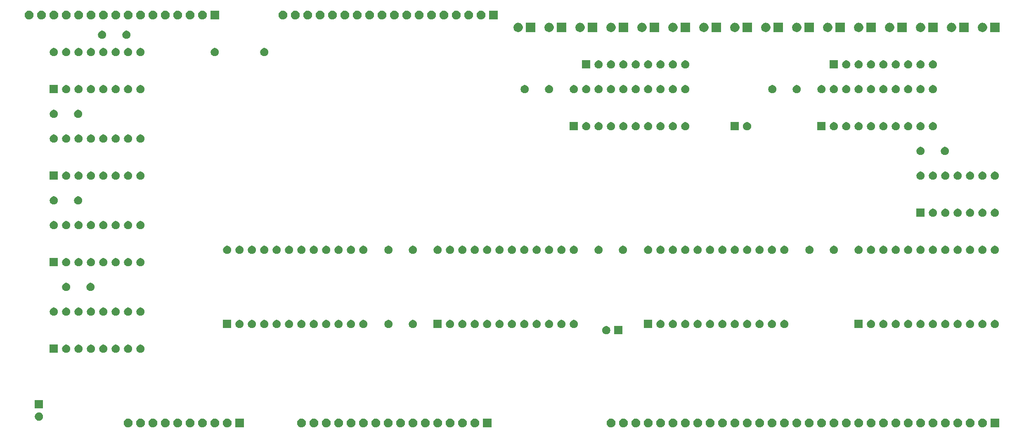
<source format=gbr>
G04 #@! TF.GenerationSoftware,KiCad,Pcbnew,(5.1.5)-3*
G04 #@! TF.CreationDate,2020-11-29T18:53:02-08:00*
G04 #@! TF.ProjectId,alu,616c752e-6b69-4636-9164-5f7063625858,rev?*
G04 #@! TF.SameCoordinates,Original*
G04 #@! TF.FileFunction,Soldermask,Top*
G04 #@! TF.FilePolarity,Negative*
%FSLAX46Y46*%
G04 Gerber Fmt 4.6, Leading zero omitted, Abs format (unit mm)*
G04 Created by KiCad (PCBNEW (5.1.5)-3) date 2020-11-29 18:53:02*
%MOMM*%
%LPD*%
G04 APERTURE LIST*
%ADD10C,0.100000*%
G04 APERTURE END LIST*
D10*
G36*
X157593512Y-156583927D02*
G01*
X157742812Y-156613624D01*
X157906784Y-156681544D01*
X158054354Y-156780147D01*
X158179853Y-156905646D01*
X158278456Y-157053216D01*
X158346376Y-157217188D01*
X158381000Y-157391259D01*
X158381000Y-157568741D01*
X158346376Y-157742812D01*
X158278456Y-157906784D01*
X158179853Y-158054354D01*
X158054354Y-158179853D01*
X157906784Y-158278456D01*
X157742812Y-158346376D01*
X157593512Y-158376073D01*
X157568742Y-158381000D01*
X157391258Y-158381000D01*
X157366488Y-158376073D01*
X157217188Y-158346376D01*
X157053216Y-158278456D01*
X156905646Y-158179853D01*
X156780147Y-158054354D01*
X156681544Y-157906784D01*
X156613624Y-157742812D01*
X156579000Y-157568741D01*
X156579000Y-157391259D01*
X156613624Y-157217188D01*
X156681544Y-157053216D01*
X156780147Y-156905646D01*
X156905646Y-156780147D01*
X157053216Y-156681544D01*
X157217188Y-156613624D01*
X157366488Y-156583927D01*
X157391258Y-156579000D01*
X157568742Y-156579000D01*
X157593512Y-156583927D01*
G37*
G36*
X160133512Y-156583927D02*
G01*
X160282812Y-156613624D01*
X160446784Y-156681544D01*
X160594354Y-156780147D01*
X160719853Y-156905646D01*
X160818456Y-157053216D01*
X160886376Y-157217188D01*
X160921000Y-157391259D01*
X160921000Y-157568741D01*
X160886376Y-157742812D01*
X160818456Y-157906784D01*
X160719853Y-158054354D01*
X160594354Y-158179853D01*
X160446784Y-158278456D01*
X160282812Y-158346376D01*
X160133512Y-158376073D01*
X160108742Y-158381000D01*
X159931258Y-158381000D01*
X159906488Y-158376073D01*
X159757188Y-158346376D01*
X159593216Y-158278456D01*
X159445646Y-158179853D01*
X159320147Y-158054354D01*
X159221544Y-157906784D01*
X159153624Y-157742812D01*
X159119000Y-157568741D01*
X159119000Y-157391259D01*
X159153624Y-157217188D01*
X159221544Y-157053216D01*
X159320147Y-156905646D01*
X159445646Y-156780147D01*
X159593216Y-156681544D01*
X159757188Y-156613624D01*
X159906488Y-156583927D01*
X159931258Y-156579000D01*
X160108742Y-156579000D01*
X160133512Y-156583927D01*
G37*
G36*
X117741000Y-158381000D02*
G01*
X115939000Y-158381000D01*
X115939000Y-156579000D01*
X117741000Y-156579000D01*
X117741000Y-158381000D01*
G37*
G36*
X114413512Y-156583927D02*
G01*
X114562812Y-156613624D01*
X114726784Y-156681544D01*
X114874354Y-156780147D01*
X114999853Y-156905646D01*
X115098456Y-157053216D01*
X115166376Y-157217188D01*
X115201000Y-157391259D01*
X115201000Y-157568741D01*
X115166376Y-157742812D01*
X115098456Y-157906784D01*
X114999853Y-158054354D01*
X114874354Y-158179853D01*
X114726784Y-158278456D01*
X114562812Y-158346376D01*
X114413512Y-158376073D01*
X114388742Y-158381000D01*
X114211258Y-158381000D01*
X114186488Y-158376073D01*
X114037188Y-158346376D01*
X113873216Y-158278456D01*
X113725646Y-158179853D01*
X113600147Y-158054354D01*
X113501544Y-157906784D01*
X113433624Y-157742812D01*
X113399000Y-157568741D01*
X113399000Y-157391259D01*
X113433624Y-157217188D01*
X113501544Y-157053216D01*
X113600147Y-156905646D01*
X113725646Y-156780147D01*
X113873216Y-156681544D01*
X114037188Y-156613624D01*
X114186488Y-156583927D01*
X114211258Y-156579000D01*
X114388742Y-156579000D01*
X114413512Y-156583927D01*
G37*
G36*
X111873512Y-156583927D02*
G01*
X112022812Y-156613624D01*
X112186784Y-156681544D01*
X112334354Y-156780147D01*
X112459853Y-156905646D01*
X112558456Y-157053216D01*
X112626376Y-157217188D01*
X112661000Y-157391259D01*
X112661000Y-157568741D01*
X112626376Y-157742812D01*
X112558456Y-157906784D01*
X112459853Y-158054354D01*
X112334354Y-158179853D01*
X112186784Y-158278456D01*
X112022812Y-158346376D01*
X111873512Y-158376073D01*
X111848742Y-158381000D01*
X111671258Y-158381000D01*
X111646488Y-158376073D01*
X111497188Y-158346376D01*
X111333216Y-158278456D01*
X111185646Y-158179853D01*
X111060147Y-158054354D01*
X110961544Y-157906784D01*
X110893624Y-157742812D01*
X110859000Y-157568741D01*
X110859000Y-157391259D01*
X110893624Y-157217188D01*
X110961544Y-157053216D01*
X111060147Y-156905646D01*
X111185646Y-156780147D01*
X111333216Y-156681544D01*
X111497188Y-156613624D01*
X111646488Y-156583927D01*
X111671258Y-156579000D01*
X111848742Y-156579000D01*
X111873512Y-156583927D01*
G37*
G36*
X109333512Y-156583927D02*
G01*
X109482812Y-156613624D01*
X109646784Y-156681544D01*
X109794354Y-156780147D01*
X109919853Y-156905646D01*
X110018456Y-157053216D01*
X110086376Y-157217188D01*
X110121000Y-157391259D01*
X110121000Y-157568741D01*
X110086376Y-157742812D01*
X110018456Y-157906784D01*
X109919853Y-158054354D01*
X109794354Y-158179853D01*
X109646784Y-158278456D01*
X109482812Y-158346376D01*
X109333512Y-158376073D01*
X109308742Y-158381000D01*
X109131258Y-158381000D01*
X109106488Y-158376073D01*
X108957188Y-158346376D01*
X108793216Y-158278456D01*
X108645646Y-158179853D01*
X108520147Y-158054354D01*
X108421544Y-157906784D01*
X108353624Y-157742812D01*
X108319000Y-157568741D01*
X108319000Y-157391259D01*
X108353624Y-157217188D01*
X108421544Y-157053216D01*
X108520147Y-156905646D01*
X108645646Y-156780147D01*
X108793216Y-156681544D01*
X108957188Y-156613624D01*
X109106488Y-156583927D01*
X109131258Y-156579000D01*
X109308742Y-156579000D01*
X109333512Y-156583927D01*
G37*
G36*
X106793512Y-156583927D02*
G01*
X106942812Y-156613624D01*
X107106784Y-156681544D01*
X107254354Y-156780147D01*
X107379853Y-156905646D01*
X107478456Y-157053216D01*
X107546376Y-157217188D01*
X107581000Y-157391259D01*
X107581000Y-157568741D01*
X107546376Y-157742812D01*
X107478456Y-157906784D01*
X107379853Y-158054354D01*
X107254354Y-158179853D01*
X107106784Y-158278456D01*
X106942812Y-158346376D01*
X106793512Y-158376073D01*
X106768742Y-158381000D01*
X106591258Y-158381000D01*
X106566488Y-158376073D01*
X106417188Y-158346376D01*
X106253216Y-158278456D01*
X106105646Y-158179853D01*
X105980147Y-158054354D01*
X105881544Y-157906784D01*
X105813624Y-157742812D01*
X105779000Y-157568741D01*
X105779000Y-157391259D01*
X105813624Y-157217188D01*
X105881544Y-157053216D01*
X105980147Y-156905646D01*
X106105646Y-156780147D01*
X106253216Y-156681544D01*
X106417188Y-156613624D01*
X106566488Y-156583927D01*
X106591258Y-156579000D01*
X106768742Y-156579000D01*
X106793512Y-156583927D01*
G37*
G36*
X104253512Y-156583927D02*
G01*
X104402812Y-156613624D01*
X104566784Y-156681544D01*
X104714354Y-156780147D01*
X104839853Y-156905646D01*
X104938456Y-157053216D01*
X105006376Y-157217188D01*
X105041000Y-157391259D01*
X105041000Y-157568741D01*
X105006376Y-157742812D01*
X104938456Y-157906784D01*
X104839853Y-158054354D01*
X104714354Y-158179853D01*
X104566784Y-158278456D01*
X104402812Y-158346376D01*
X104253512Y-158376073D01*
X104228742Y-158381000D01*
X104051258Y-158381000D01*
X104026488Y-158376073D01*
X103877188Y-158346376D01*
X103713216Y-158278456D01*
X103565646Y-158179853D01*
X103440147Y-158054354D01*
X103341544Y-157906784D01*
X103273624Y-157742812D01*
X103239000Y-157568741D01*
X103239000Y-157391259D01*
X103273624Y-157217188D01*
X103341544Y-157053216D01*
X103440147Y-156905646D01*
X103565646Y-156780147D01*
X103713216Y-156681544D01*
X103877188Y-156613624D01*
X104026488Y-156583927D01*
X104051258Y-156579000D01*
X104228742Y-156579000D01*
X104253512Y-156583927D01*
G37*
G36*
X101713512Y-156583927D02*
G01*
X101862812Y-156613624D01*
X102026784Y-156681544D01*
X102174354Y-156780147D01*
X102299853Y-156905646D01*
X102398456Y-157053216D01*
X102466376Y-157217188D01*
X102501000Y-157391259D01*
X102501000Y-157568741D01*
X102466376Y-157742812D01*
X102398456Y-157906784D01*
X102299853Y-158054354D01*
X102174354Y-158179853D01*
X102026784Y-158278456D01*
X101862812Y-158346376D01*
X101713512Y-158376073D01*
X101688742Y-158381000D01*
X101511258Y-158381000D01*
X101486488Y-158376073D01*
X101337188Y-158346376D01*
X101173216Y-158278456D01*
X101025646Y-158179853D01*
X100900147Y-158054354D01*
X100801544Y-157906784D01*
X100733624Y-157742812D01*
X100699000Y-157568741D01*
X100699000Y-157391259D01*
X100733624Y-157217188D01*
X100801544Y-157053216D01*
X100900147Y-156905646D01*
X101025646Y-156780147D01*
X101173216Y-156681544D01*
X101337188Y-156613624D01*
X101486488Y-156583927D01*
X101511258Y-156579000D01*
X101688742Y-156579000D01*
X101713512Y-156583927D01*
G37*
G36*
X99173512Y-156583927D02*
G01*
X99322812Y-156613624D01*
X99486784Y-156681544D01*
X99634354Y-156780147D01*
X99759853Y-156905646D01*
X99858456Y-157053216D01*
X99926376Y-157217188D01*
X99961000Y-157391259D01*
X99961000Y-157568741D01*
X99926376Y-157742812D01*
X99858456Y-157906784D01*
X99759853Y-158054354D01*
X99634354Y-158179853D01*
X99486784Y-158278456D01*
X99322812Y-158346376D01*
X99173512Y-158376073D01*
X99148742Y-158381000D01*
X98971258Y-158381000D01*
X98946488Y-158376073D01*
X98797188Y-158346376D01*
X98633216Y-158278456D01*
X98485646Y-158179853D01*
X98360147Y-158054354D01*
X98261544Y-157906784D01*
X98193624Y-157742812D01*
X98159000Y-157568741D01*
X98159000Y-157391259D01*
X98193624Y-157217188D01*
X98261544Y-157053216D01*
X98360147Y-156905646D01*
X98485646Y-156780147D01*
X98633216Y-156681544D01*
X98797188Y-156613624D01*
X98946488Y-156583927D01*
X98971258Y-156579000D01*
X99148742Y-156579000D01*
X99173512Y-156583927D01*
G37*
G36*
X96633512Y-156583927D02*
G01*
X96782812Y-156613624D01*
X96946784Y-156681544D01*
X97094354Y-156780147D01*
X97219853Y-156905646D01*
X97318456Y-157053216D01*
X97386376Y-157217188D01*
X97421000Y-157391259D01*
X97421000Y-157568741D01*
X97386376Y-157742812D01*
X97318456Y-157906784D01*
X97219853Y-158054354D01*
X97094354Y-158179853D01*
X96946784Y-158278456D01*
X96782812Y-158346376D01*
X96633512Y-158376073D01*
X96608742Y-158381000D01*
X96431258Y-158381000D01*
X96406488Y-158376073D01*
X96257188Y-158346376D01*
X96093216Y-158278456D01*
X95945646Y-158179853D01*
X95820147Y-158054354D01*
X95721544Y-157906784D01*
X95653624Y-157742812D01*
X95619000Y-157568741D01*
X95619000Y-157391259D01*
X95653624Y-157217188D01*
X95721544Y-157053216D01*
X95820147Y-156905646D01*
X95945646Y-156780147D01*
X96093216Y-156681544D01*
X96257188Y-156613624D01*
X96406488Y-156583927D01*
X96431258Y-156579000D01*
X96608742Y-156579000D01*
X96633512Y-156583927D01*
G37*
G36*
X94093512Y-156583927D02*
G01*
X94242812Y-156613624D01*
X94406784Y-156681544D01*
X94554354Y-156780147D01*
X94679853Y-156905646D01*
X94778456Y-157053216D01*
X94846376Y-157217188D01*
X94881000Y-157391259D01*
X94881000Y-157568741D01*
X94846376Y-157742812D01*
X94778456Y-157906784D01*
X94679853Y-158054354D01*
X94554354Y-158179853D01*
X94406784Y-158278456D01*
X94242812Y-158346376D01*
X94093512Y-158376073D01*
X94068742Y-158381000D01*
X93891258Y-158381000D01*
X93866488Y-158376073D01*
X93717188Y-158346376D01*
X93553216Y-158278456D01*
X93405646Y-158179853D01*
X93280147Y-158054354D01*
X93181544Y-157906784D01*
X93113624Y-157742812D01*
X93079000Y-157568741D01*
X93079000Y-157391259D01*
X93113624Y-157217188D01*
X93181544Y-157053216D01*
X93280147Y-156905646D01*
X93405646Y-156780147D01*
X93553216Y-156681544D01*
X93717188Y-156613624D01*
X93866488Y-156583927D01*
X93891258Y-156579000D01*
X94068742Y-156579000D01*
X94093512Y-156583927D01*
G37*
G36*
X168541000Y-158381000D02*
G01*
X166739000Y-158381000D01*
X166739000Y-156579000D01*
X168541000Y-156579000D01*
X168541000Y-158381000D01*
G37*
G36*
X165213512Y-156583927D02*
G01*
X165362812Y-156613624D01*
X165526784Y-156681544D01*
X165674354Y-156780147D01*
X165799853Y-156905646D01*
X165898456Y-157053216D01*
X165966376Y-157217188D01*
X166001000Y-157391259D01*
X166001000Y-157568741D01*
X165966376Y-157742812D01*
X165898456Y-157906784D01*
X165799853Y-158054354D01*
X165674354Y-158179853D01*
X165526784Y-158278456D01*
X165362812Y-158346376D01*
X165213512Y-158376073D01*
X165188742Y-158381000D01*
X165011258Y-158381000D01*
X164986488Y-158376073D01*
X164837188Y-158346376D01*
X164673216Y-158278456D01*
X164525646Y-158179853D01*
X164400147Y-158054354D01*
X164301544Y-157906784D01*
X164233624Y-157742812D01*
X164199000Y-157568741D01*
X164199000Y-157391259D01*
X164233624Y-157217188D01*
X164301544Y-157053216D01*
X164400147Y-156905646D01*
X164525646Y-156780147D01*
X164673216Y-156681544D01*
X164837188Y-156613624D01*
X164986488Y-156583927D01*
X165011258Y-156579000D01*
X165188742Y-156579000D01*
X165213512Y-156583927D01*
G37*
G36*
X162673512Y-156583927D02*
G01*
X162822812Y-156613624D01*
X162986784Y-156681544D01*
X163134354Y-156780147D01*
X163259853Y-156905646D01*
X163358456Y-157053216D01*
X163426376Y-157217188D01*
X163461000Y-157391259D01*
X163461000Y-157568741D01*
X163426376Y-157742812D01*
X163358456Y-157906784D01*
X163259853Y-158054354D01*
X163134354Y-158179853D01*
X162986784Y-158278456D01*
X162822812Y-158346376D01*
X162673512Y-158376073D01*
X162648742Y-158381000D01*
X162471258Y-158381000D01*
X162446488Y-158376073D01*
X162297188Y-158346376D01*
X162133216Y-158278456D01*
X161985646Y-158179853D01*
X161860147Y-158054354D01*
X161761544Y-157906784D01*
X161693624Y-157742812D01*
X161659000Y-157568741D01*
X161659000Y-157391259D01*
X161693624Y-157217188D01*
X161761544Y-157053216D01*
X161860147Y-156905646D01*
X161985646Y-156780147D01*
X162133216Y-156681544D01*
X162297188Y-156613624D01*
X162446488Y-156583927D01*
X162471258Y-156579000D01*
X162648742Y-156579000D01*
X162673512Y-156583927D01*
G37*
G36*
X200773512Y-156583927D02*
G01*
X200922812Y-156613624D01*
X201086784Y-156681544D01*
X201234354Y-156780147D01*
X201359853Y-156905646D01*
X201458456Y-157053216D01*
X201526376Y-157217188D01*
X201561000Y-157391259D01*
X201561000Y-157568741D01*
X201526376Y-157742812D01*
X201458456Y-157906784D01*
X201359853Y-158054354D01*
X201234354Y-158179853D01*
X201086784Y-158278456D01*
X200922812Y-158346376D01*
X200773512Y-158376073D01*
X200748742Y-158381000D01*
X200571258Y-158381000D01*
X200546488Y-158376073D01*
X200397188Y-158346376D01*
X200233216Y-158278456D01*
X200085646Y-158179853D01*
X199960147Y-158054354D01*
X199861544Y-157906784D01*
X199793624Y-157742812D01*
X199759000Y-157568741D01*
X199759000Y-157391259D01*
X199793624Y-157217188D01*
X199861544Y-157053216D01*
X199960147Y-156905646D01*
X200085646Y-156780147D01*
X200233216Y-156681544D01*
X200397188Y-156613624D01*
X200546488Y-156583927D01*
X200571258Y-156579000D01*
X200748742Y-156579000D01*
X200773512Y-156583927D01*
G37*
G36*
X155053512Y-156583927D02*
G01*
X155202812Y-156613624D01*
X155366784Y-156681544D01*
X155514354Y-156780147D01*
X155639853Y-156905646D01*
X155738456Y-157053216D01*
X155806376Y-157217188D01*
X155841000Y-157391259D01*
X155841000Y-157568741D01*
X155806376Y-157742812D01*
X155738456Y-157906784D01*
X155639853Y-158054354D01*
X155514354Y-158179853D01*
X155366784Y-158278456D01*
X155202812Y-158346376D01*
X155053512Y-158376073D01*
X155028742Y-158381000D01*
X154851258Y-158381000D01*
X154826488Y-158376073D01*
X154677188Y-158346376D01*
X154513216Y-158278456D01*
X154365646Y-158179853D01*
X154240147Y-158054354D01*
X154141544Y-157906784D01*
X154073624Y-157742812D01*
X154039000Y-157568741D01*
X154039000Y-157391259D01*
X154073624Y-157217188D01*
X154141544Y-157053216D01*
X154240147Y-156905646D01*
X154365646Y-156780147D01*
X154513216Y-156681544D01*
X154677188Y-156613624D01*
X154826488Y-156583927D01*
X154851258Y-156579000D01*
X155028742Y-156579000D01*
X155053512Y-156583927D01*
G37*
G36*
X152513512Y-156583927D02*
G01*
X152662812Y-156613624D01*
X152826784Y-156681544D01*
X152974354Y-156780147D01*
X153099853Y-156905646D01*
X153198456Y-157053216D01*
X153266376Y-157217188D01*
X153301000Y-157391259D01*
X153301000Y-157568741D01*
X153266376Y-157742812D01*
X153198456Y-157906784D01*
X153099853Y-158054354D01*
X152974354Y-158179853D01*
X152826784Y-158278456D01*
X152662812Y-158346376D01*
X152513512Y-158376073D01*
X152488742Y-158381000D01*
X152311258Y-158381000D01*
X152286488Y-158376073D01*
X152137188Y-158346376D01*
X151973216Y-158278456D01*
X151825646Y-158179853D01*
X151700147Y-158054354D01*
X151601544Y-157906784D01*
X151533624Y-157742812D01*
X151499000Y-157568741D01*
X151499000Y-157391259D01*
X151533624Y-157217188D01*
X151601544Y-157053216D01*
X151700147Y-156905646D01*
X151825646Y-156780147D01*
X151973216Y-156681544D01*
X152137188Y-156613624D01*
X152286488Y-156583927D01*
X152311258Y-156579000D01*
X152488742Y-156579000D01*
X152513512Y-156583927D01*
G37*
G36*
X149973512Y-156583927D02*
G01*
X150122812Y-156613624D01*
X150286784Y-156681544D01*
X150434354Y-156780147D01*
X150559853Y-156905646D01*
X150658456Y-157053216D01*
X150726376Y-157217188D01*
X150761000Y-157391259D01*
X150761000Y-157568741D01*
X150726376Y-157742812D01*
X150658456Y-157906784D01*
X150559853Y-158054354D01*
X150434354Y-158179853D01*
X150286784Y-158278456D01*
X150122812Y-158346376D01*
X149973512Y-158376073D01*
X149948742Y-158381000D01*
X149771258Y-158381000D01*
X149746488Y-158376073D01*
X149597188Y-158346376D01*
X149433216Y-158278456D01*
X149285646Y-158179853D01*
X149160147Y-158054354D01*
X149061544Y-157906784D01*
X148993624Y-157742812D01*
X148959000Y-157568741D01*
X148959000Y-157391259D01*
X148993624Y-157217188D01*
X149061544Y-157053216D01*
X149160147Y-156905646D01*
X149285646Y-156780147D01*
X149433216Y-156681544D01*
X149597188Y-156613624D01*
X149746488Y-156583927D01*
X149771258Y-156579000D01*
X149948742Y-156579000D01*
X149973512Y-156583927D01*
G37*
G36*
X147433512Y-156583927D02*
G01*
X147582812Y-156613624D01*
X147746784Y-156681544D01*
X147894354Y-156780147D01*
X148019853Y-156905646D01*
X148118456Y-157053216D01*
X148186376Y-157217188D01*
X148221000Y-157391259D01*
X148221000Y-157568741D01*
X148186376Y-157742812D01*
X148118456Y-157906784D01*
X148019853Y-158054354D01*
X147894354Y-158179853D01*
X147746784Y-158278456D01*
X147582812Y-158346376D01*
X147433512Y-158376073D01*
X147408742Y-158381000D01*
X147231258Y-158381000D01*
X147206488Y-158376073D01*
X147057188Y-158346376D01*
X146893216Y-158278456D01*
X146745646Y-158179853D01*
X146620147Y-158054354D01*
X146521544Y-157906784D01*
X146453624Y-157742812D01*
X146419000Y-157568741D01*
X146419000Y-157391259D01*
X146453624Y-157217188D01*
X146521544Y-157053216D01*
X146620147Y-156905646D01*
X146745646Y-156780147D01*
X146893216Y-156681544D01*
X147057188Y-156613624D01*
X147206488Y-156583927D01*
X147231258Y-156579000D01*
X147408742Y-156579000D01*
X147433512Y-156583927D01*
G37*
G36*
X144893512Y-156583927D02*
G01*
X145042812Y-156613624D01*
X145206784Y-156681544D01*
X145354354Y-156780147D01*
X145479853Y-156905646D01*
X145578456Y-157053216D01*
X145646376Y-157217188D01*
X145681000Y-157391259D01*
X145681000Y-157568741D01*
X145646376Y-157742812D01*
X145578456Y-157906784D01*
X145479853Y-158054354D01*
X145354354Y-158179853D01*
X145206784Y-158278456D01*
X145042812Y-158346376D01*
X144893512Y-158376073D01*
X144868742Y-158381000D01*
X144691258Y-158381000D01*
X144666488Y-158376073D01*
X144517188Y-158346376D01*
X144353216Y-158278456D01*
X144205646Y-158179853D01*
X144080147Y-158054354D01*
X143981544Y-157906784D01*
X143913624Y-157742812D01*
X143879000Y-157568741D01*
X143879000Y-157391259D01*
X143913624Y-157217188D01*
X143981544Y-157053216D01*
X144080147Y-156905646D01*
X144205646Y-156780147D01*
X144353216Y-156681544D01*
X144517188Y-156613624D01*
X144666488Y-156583927D01*
X144691258Y-156579000D01*
X144868742Y-156579000D01*
X144893512Y-156583927D01*
G37*
G36*
X142353512Y-156583927D02*
G01*
X142502812Y-156613624D01*
X142666784Y-156681544D01*
X142814354Y-156780147D01*
X142939853Y-156905646D01*
X143038456Y-157053216D01*
X143106376Y-157217188D01*
X143141000Y-157391259D01*
X143141000Y-157568741D01*
X143106376Y-157742812D01*
X143038456Y-157906784D01*
X142939853Y-158054354D01*
X142814354Y-158179853D01*
X142666784Y-158278456D01*
X142502812Y-158346376D01*
X142353512Y-158376073D01*
X142328742Y-158381000D01*
X142151258Y-158381000D01*
X142126488Y-158376073D01*
X141977188Y-158346376D01*
X141813216Y-158278456D01*
X141665646Y-158179853D01*
X141540147Y-158054354D01*
X141441544Y-157906784D01*
X141373624Y-157742812D01*
X141339000Y-157568741D01*
X141339000Y-157391259D01*
X141373624Y-157217188D01*
X141441544Y-157053216D01*
X141540147Y-156905646D01*
X141665646Y-156780147D01*
X141813216Y-156681544D01*
X141977188Y-156613624D01*
X142126488Y-156583927D01*
X142151258Y-156579000D01*
X142328742Y-156579000D01*
X142353512Y-156583927D01*
G37*
G36*
X139813512Y-156583927D02*
G01*
X139962812Y-156613624D01*
X140126784Y-156681544D01*
X140274354Y-156780147D01*
X140399853Y-156905646D01*
X140498456Y-157053216D01*
X140566376Y-157217188D01*
X140601000Y-157391259D01*
X140601000Y-157568741D01*
X140566376Y-157742812D01*
X140498456Y-157906784D01*
X140399853Y-158054354D01*
X140274354Y-158179853D01*
X140126784Y-158278456D01*
X139962812Y-158346376D01*
X139813512Y-158376073D01*
X139788742Y-158381000D01*
X139611258Y-158381000D01*
X139586488Y-158376073D01*
X139437188Y-158346376D01*
X139273216Y-158278456D01*
X139125646Y-158179853D01*
X139000147Y-158054354D01*
X138901544Y-157906784D01*
X138833624Y-157742812D01*
X138799000Y-157568741D01*
X138799000Y-157391259D01*
X138833624Y-157217188D01*
X138901544Y-157053216D01*
X139000147Y-156905646D01*
X139125646Y-156780147D01*
X139273216Y-156681544D01*
X139437188Y-156613624D01*
X139586488Y-156583927D01*
X139611258Y-156579000D01*
X139788742Y-156579000D01*
X139813512Y-156583927D01*
G37*
G36*
X137273512Y-156583927D02*
G01*
X137422812Y-156613624D01*
X137586784Y-156681544D01*
X137734354Y-156780147D01*
X137859853Y-156905646D01*
X137958456Y-157053216D01*
X138026376Y-157217188D01*
X138061000Y-157391259D01*
X138061000Y-157568741D01*
X138026376Y-157742812D01*
X137958456Y-157906784D01*
X137859853Y-158054354D01*
X137734354Y-158179853D01*
X137586784Y-158278456D01*
X137422812Y-158346376D01*
X137273512Y-158376073D01*
X137248742Y-158381000D01*
X137071258Y-158381000D01*
X137046488Y-158376073D01*
X136897188Y-158346376D01*
X136733216Y-158278456D01*
X136585646Y-158179853D01*
X136460147Y-158054354D01*
X136361544Y-157906784D01*
X136293624Y-157742812D01*
X136259000Y-157568741D01*
X136259000Y-157391259D01*
X136293624Y-157217188D01*
X136361544Y-157053216D01*
X136460147Y-156905646D01*
X136585646Y-156780147D01*
X136733216Y-156681544D01*
X136897188Y-156613624D01*
X137046488Y-156583927D01*
X137071258Y-156579000D01*
X137248742Y-156579000D01*
X137273512Y-156583927D01*
G37*
G36*
X134733512Y-156583927D02*
G01*
X134882812Y-156613624D01*
X135046784Y-156681544D01*
X135194354Y-156780147D01*
X135319853Y-156905646D01*
X135418456Y-157053216D01*
X135486376Y-157217188D01*
X135521000Y-157391259D01*
X135521000Y-157568741D01*
X135486376Y-157742812D01*
X135418456Y-157906784D01*
X135319853Y-158054354D01*
X135194354Y-158179853D01*
X135046784Y-158278456D01*
X134882812Y-158346376D01*
X134733512Y-158376073D01*
X134708742Y-158381000D01*
X134531258Y-158381000D01*
X134506488Y-158376073D01*
X134357188Y-158346376D01*
X134193216Y-158278456D01*
X134045646Y-158179853D01*
X133920147Y-158054354D01*
X133821544Y-157906784D01*
X133753624Y-157742812D01*
X133719000Y-157568741D01*
X133719000Y-157391259D01*
X133753624Y-157217188D01*
X133821544Y-157053216D01*
X133920147Y-156905646D01*
X134045646Y-156780147D01*
X134193216Y-156681544D01*
X134357188Y-156613624D01*
X134506488Y-156583927D01*
X134531258Y-156579000D01*
X134708742Y-156579000D01*
X134733512Y-156583927D01*
G37*
G36*
X132193512Y-156583927D02*
G01*
X132342812Y-156613624D01*
X132506784Y-156681544D01*
X132654354Y-156780147D01*
X132779853Y-156905646D01*
X132878456Y-157053216D01*
X132946376Y-157217188D01*
X132981000Y-157391259D01*
X132981000Y-157568741D01*
X132946376Y-157742812D01*
X132878456Y-157906784D01*
X132779853Y-158054354D01*
X132654354Y-158179853D01*
X132506784Y-158278456D01*
X132342812Y-158346376D01*
X132193512Y-158376073D01*
X132168742Y-158381000D01*
X131991258Y-158381000D01*
X131966488Y-158376073D01*
X131817188Y-158346376D01*
X131653216Y-158278456D01*
X131505646Y-158179853D01*
X131380147Y-158054354D01*
X131281544Y-157906784D01*
X131213624Y-157742812D01*
X131179000Y-157568741D01*
X131179000Y-157391259D01*
X131213624Y-157217188D01*
X131281544Y-157053216D01*
X131380147Y-156905646D01*
X131505646Y-156780147D01*
X131653216Y-156681544D01*
X131817188Y-156613624D01*
X131966488Y-156583927D01*
X131991258Y-156579000D01*
X132168742Y-156579000D01*
X132193512Y-156583927D01*
G37*
G36*
X129653512Y-156583927D02*
G01*
X129802812Y-156613624D01*
X129966784Y-156681544D01*
X130114354Y-156780147D01*
X130239853Y-156905646D01*
X130338456Y-157053216D01*
X130406376Y-157217188D01*
X130441000Y-157391259D01*
X130441000Y-157568741D01*
X130406376Y-157742812D01*
X130338456Y-157906784D01*
X130239853Y-158054354D01*
X130114354Y-158179853D01*
X129966784Y-158278456D01*
X129802812Y-158346376D01*
X129653512Y-158376073D01*
X129628742Y-158381000D01*
X129451258Y-158381000D01*
X129426488Y-158376073D01*
X129277188Y-158346376D01*
X129113216Y-158278456D01*
X128965646Y-158179853D01*
X128840147Y-158054354D01*
X128741544Y-157906784D01*
X128673624Y-157742812D01*
X128639000Y-157568741D01*
X128639000Y-157391259D01*
X128673624Y-157217188D01*
X128741544Y-157053216D01*
X128840147Y-156905646D01*
X128965646Y-156780147D01*
X129113216Y-156681544D01*
X129277188Y-156613624D01*
X129426488Y-156583927D01*
X129451258Y-156579000D01*
X129628742Y-156579000D01*
X129653512Y-156583927D01*
G37*
G36*
X193153512Y-156583927D02*
G01*
X193302812Y-156613624D01*
X193466784Y-156681544D01*
X193614354Y-156780147D01*
X193739853Y-156905646D01*
X193838456Y-157053216D01*
X193906376Y-157217188D01*
X193941000Y-157391259D01*
X193941000Y-157568741D01*
X193906376Y-157742812D01*
X193838456Y-157906784D01*
X193739853Y-158054354D01*
X193614354Y-158179853D01*
X193466784Y-158278456D01*
X193302812Y-158346376D01*
X193153512Y-158376073D01*
X193128742Y-158381000D01*
X192951258Y-158381000D01*
X192926488Y-158376073D01*
X192777188Y-158346376D01*
X192613216Y-158278456D01*
X192465646Y-158179853D01*
X192340147Y-158054354D01*
X192241544Y-157906784D01*
X192173624Y-157742812D01*
X192139000Y-157568741D01*
X192139000Y-157391259D01*
X192173624Y-157217188D01*
X192241544Y-157053216D01*
X192340147Y-156905646D01*
X192465646Y-156780147D01*
X192613216Y-156681544D01*
X192777188Y-156613624D01*
X192926488Y-156583927D01*
X192951258Y-156579000D01*
X193128742Y-156579000D01*
X193153512Y-156583927D01*
G37*
G36*
X195693512Y-156583927D02*
G01*
X195842812Y-156613624D01*
X196006784Y-156681544D01*
X196154354Y-156780147D01*
X196279853Y-156905646D01*
X196378456Y-157053216D01*
X196446376Y-157217188D01*
X196481000Y-157391259D01*
X196481000Y-157568741D01*
X196446376Y-157742812D01*
X196378456Y-157906784D01*
X196279853Y-158054354D01*
X196154354Y-158179853D01*
X196006784Y-158278456D01*
X195842812Y-158346376D01*
X195693512Y-158376073D01*
X195668742Y-158381000D01*
X195491258Y-158381000D01*
X195466488Y-158376073D01*
X195317188Y-158346376D01*
X195153216Y-158278456D01*
X195005646Y-158179853D01*
X194880147Y-158054354D01*
X194781544Y-157906784D01*
X194713624Y-157742812D01*
X194679000Y-157568741D01*
X194679000Y-157391259D01*
X194713624Y-157217188D01*
X194781544Y-157053216D01*
X194880147Y-156905646D01*
X195005646Y-156780147D01*
X195153216Y-156681544D01*
X195317188Y-156613624D01*
X195466488Y-156583927D01*
X195491258Y-156579000D01*
X195668742Y-156579000D01*
X195693512Y-156583927D01*
G37*
G36*
X236333512Y-156583927D02*
G01*
X236482812Y-156613624D01*
X236646784Y-156681544D01*
X236794354Y-156780147D01*
X236919853Y-156905646D01*
X237018456Y-157053216D01*
X237086376Y-157217188D01*
X237121000Y-157391259D01*
X237121000Y-157568741D01*
X237086376Y-157742812D01*
X237018456Y-157906784D01*
X236919853Y-158054354D01*
X236794354Y-158179853D01*
X236646784Y-158278456D01*
X236482812Y-158346376D01*
X236333512Y-158376073D01*
X236308742Y-158381000D01*
X236131258Y-158381000D01*
X236106488Y-158376073D01*
X235957188Y-158346376D01*
X235793216Y-158278456D01*
X235645646Y-158179853D01*
X235520147Y-158054354D01*
X235421544Y-157906784D01*
X235353624Y-157742812D01*
X235319000Y-157568741D01*
X235319000Y-157391259D01*
X235353624Y-157217188D01*
X235421544Y-157053216D01*
X235520147Y-156905646D01*
X235645646Y-156780147D01*
X235793216Y-156681544D01*
X235957188Y-156613624D01*
X236106488Y-156583927D01*
X236131258Y-156579000D01*
X236308742Y-156579000D01*
X236333512Y-156583927D01*
G37*
G36*
X269353512Y-156583927D02*
G01*
X269502812Y-156613624D01*
X269666784Y-156681544D01*
X269814354Y-156780147D01*
X269939853Y-156905646D01*
X270038456Y-157053216D01*
X270106376Y-157217188D01*
X270141000Y-157391259D01*
X270141000Y-157568741D01*
X270106376Y-157742812D01*
X270038456Y-157906784D01*
X269939853Y-158054354D01*
X269814354Y-158179853D01*
X269666784Y-158278456D01*
X269502812Y-158346376D01*
X269353512Y-158376073D01*
X269328742Y-158381000D01*
X269151258Y-158381000D01*
X269126488Y-158376073D01*
X268977188Y-158346376D01*
X268813216Y-158278456D01*
X268665646Y-158179853D01*
X268540147Y-158054354D01*
X268441544Y-157906784D01*
X268373624Y-157742812D01*
X268339000Y-157568741D01*
X268339000Y-157391259D01*
X268373624Y-157217188D01*
X268441544Y-157053216D01*
X268540147Y-156905646D01*
X268665646Y-156780147D01*
X268813216Y-156681544D01*
X268977188Y-156613624D01*
X269126488Y-156583927D01*
X269151258Y-156579000D01*
X269328742Y-156579000D01*
X269353512Y-156583927D01*
G37*
G36*
X272681000Y-158381000D02*
G01*
X270879000Y-158381000D01*
X270879000Y-156579000D01*
X272681000Y-156579000D01*
X272681000Y-158381000D01*
G37*
G36*
X203313512Y-156583927D02*
G01*
X203462812Y-156613624D01*
X203626784Y-156681544D01*
X203774354Y-156780147D01*
X203899853Y-156905646D01*
X203998456Y-157053216D01*
X204066376Y-157217188D01*
X204101000Y-157391259D01*
X204101000Y-157568741D01*
X204066376Y-157742812D01*
X203998456Y-157906784D01*
X203899853Y-158054354D01*
X203774354Y-158179853D01*
X203626784Y-158278456D01*
X203462812Y-158346376D01*
X203313512Y-158376073D01*
X203288742Y-158381000D01*
X203111258Y-158381000D01*
X203086488Y-158376073D01*
X202937188Y-158346376D01*
X202773216Y-158278456D01*
X202625646Y-158179853D01*
X202500147Y-158054354D01*
X202401544Y-157906784D01*
X202333624Y-157742812D01*
X202299000Y-157568741D01*
X202299000Y-157391259D01*
X202333624Y-157217188D01*
X202401544Y-157053216D01*
X202500147Y-156905646D01*
X202625646Y-156780147D01*
X202773216Y-156681544D01*
X202937188Y-156613624D01*
X203086488Y-156583927D01*
X203111258Y-156579000D01*
X203288742Y-156579000D01*
X203313512Y-156583927D01*
G37*
G36*
X205853512Y-156583927D02*
G01*
X206002812Y-156613624D01*
X206166784Y-156681544D01*
X206314354Y-156780147D01*
X206439853Y-156905646D01*
X206538456Y-157053216D01*
X206606376Y-157217188D01*
X206641000Y-157391259D01*
X206641000Y-157568741D01*
X206606376Y-157742812D01*
X206538456Y-157906784D01*
X206439853Y-158054354D01*
X206314354Y-158179853D01*
X206166784Y-158278456D01*
X206002812Y-158346376D01*
X205853512Y-158376073D01*
X205828742Y-158381000D01*
X205651258Y-158381000D01*
X205626488Y-158376073D01*
X205477188Y-158346376D01*
X205313216Y-158278456D01*
X205165646Y-158179853D01*
X205040147Y-158054354D01*
X204941544Y-157906784D01*
X204873624Y-157742812D01*
X204839000Y-157568741D01*
X204839000Y-157391259D01*
X204873624Y-157217188D01*
X204941544Y-157053216D01*
X205040147Y-156905646D01*
X205165646Y-156780147D01*
X205313216Y-156681544D01*
X205477188Y-156613624D01*
X205626488Y-156583927D01*
X205651258Y-156579000D01*
X205828742Y-156579000D01*
X205853512Y-156583927D01*
G37*
G36*
X208393512Y-156583927D02*
G01*
X208542812Y-156613624D01*
X208706784Y-156681544D01*
X208854354Y-156780147D01*
X208979853Y-156905646D01*
X209078456Y-157053216D01*
X209146376Y-157217188D01*
X209181000Y-157391259D01*
X209181000Y-157568741D01*
X209146376Y-157742812D01*
X209078456Y-157906784D01*
X208979853Y-158054354D01*
X208854354Y-158179853D01*
X208706784Y-158278456D01*
X208542812Y-158346376D01*
X208393512Y-158376073D01*
X208368742Y-158381000D01*
X208191258Y-158381000D01*
X208166488Y-158376073D01*
X208017188Y-158346376D01*
X207853216Y-158278456D01*
X207705646Y-158179853D01*
X207580147Y-158054354D01*
X207481544Y-157906784D01*
X207413624Y-157742812D01*
X207379000Y-157568741D01*
X207379000Y-157391259D01*
X207413624Y-157217188D01*
X207481544Y-157053216D01*
X207580147Y-156905646D01*
X207705646Y-156780147D01*
X207853216Y-156681544D01*
X208017188Y-156613624D01*
X208166488Y-156583927D01*
X208191258Y-156579000D01*
X208368742Y-156579000D01*
X208393512Y-156583927D01*
G37*
G36*
X210933512Y-156583927D02*
G01*
X211082812Y-156613624D01*
X211246784Y-156681544D01*
X211394354Y-156780147D01*
X211519853Y-156905646D01*
X211618456Y-157053216D01*
X211686376Y-157217188D01*
X211721000Y-157391259D01*
X211721000Y-157568741D01*
X211686376Y-157742812D01*
X211618456Y-157906784D01*
X211519853Y-158054354D01*
X211394354Y-158179853D01*
X211246784Y-158278456D01*
X211082812Y-158346376D01*
X210933512Y-158376073D01*
X210908742Y-158381000D01*
X210731258Y-158381000D01*
X210706488Y-158376073D01*
X210557188Y-158346376D01*
X210393216Y-158278456D01*
X210245646Y-158179853D01*
X210120147Y-158054354D01*
X210021544Y-157906784D01*
X209953624Y-157742812D01*
X209919000Y-157568741D01*
X209919000Y-157391259D01*
X209953624Y-157217188D01*
X210021544Y-157053216D01*
X210120147Y-156905646D01*
X210245646Y-156780147D01*
X210393216Y-156681544D01*
X210557188Y-156613624D01*
X210706488Y-156583927D01*
X210731258Y-156579000D01*
X210908742Y-156579000D01*
X210933512Y-156583927D01*
G37*
G36*
X213473512Y-156583927D02*
G01*
X213622812Y-156613624D01*
X213786784Y-156681544D01*
X213934354Y-156780147D01*
X214059853Y-156905646D01*
X214158456Y-157053216D01*
X214226376Y-157217188D01*
X214261000Y-157391259D01*
X214261000Y-157568741D01*
X214226376Y-157742812D01*
X214158456Y-157906784D01*
X214059853Y-158054354D01*
X213934354Y-158179853D01*
X213786784Y-158278456D01*
X213622812Y-158346376D01*
X213473512Y-158376073D01*
X213448742Y-158381000D01*
X213271258Y-158381000D01*
X213246488Y-158376073D01*
X213097188Y-158346376D01*
X212933216Y-158278456D01*
X212785646Y-158179853D01*
X212660147Y-158054354D01*
X212561544Y-157906784D01*
X212493624Y-157742812D01*
X212459000Y-157568741D01*
X212459000Y-157391259D01*
X212493624Y-157217188D01*
X212561544Y-157053216D01*
X212660147Y-156905646D01*
X212785646Y-156780147D01*
X212933216Y-156681544D01*
X213097188Y-156613624D01*
X213246488Y-156583927D01*
X213271258Y-156579000D01*
X213448742Y-156579000D01*
X213473512Y-156583927D01*
G37*
G36*
X216013512Y-156583927D02*
G01*
X216162812Y-156613624D01*
X216326784Y-156681544D01*
X216474354Y-156780147D01*
X216599853Y-156905646D01*
X216698456Y-157053216D01*
X216766376Y-157217188D01*
X216801000Y-157391259D01*
X216801000Y-157568741D01*
X216766376Y-157742812D01*
X216698456Y-157906784D01*
X216599853Y-158054354D01*
X216474354Y-158179853D01*
X216326784Y-158278456D01*
X216162812Y-158346376D01*
X216013512Y-158376073D01*
X215988742Y-158381000D01*
X215811258Y-158381000D01*
X215786488Y-158376073D01*
X215637188Y-158346376D01*
X215473216Y-158278456D01*
X215325646Y-158179853D01*
X215200147Y-158054354D01*
X215101544Y-157906784D01*
X215033624Y-157742812D01*
X214999000Y-157568741D01*
X214999000Y-157391259D01*
X215033624Y-157217188D01*
X215101544Y-157053216D01*
X215200147Y-156905646D01*
X215325646Y-156780147D01*
X215473216Y-156681544D01*
X215637188Y-156613624D01*
X215786488Y-156583927D01*
X215811258Y-156579000D01*
X215988742Y-156579000D01*
X216013512Y-156583927D01*
G37*
G36*
X218553512Y-156583927D02*
G01*
X218702812Y-156613624D01*
X218866784Y-156681544D01*
X219014354Y-156780147D01*
X219139853Y-156905646D01*
X219238456Y-157053216D01*
X219306376Y-157217188D01*
X219341000Y-157391259D01*
X219341000Y-157568741D01*
X219306376Y-157742812D01*
X219238456Y-157906784D01*
X219139853Y-158054354D01*
X219014354Y-158179853D01*
X218866784Y-158278456D01*
X218702812Y-158346376D01*
X218553512Y-158376073D01*
X218528742Y-158381000D01*
X218351258Y-158381000D01*
X218326488Y-158376073D01*
X218177188Y-158346376D01*
X218013216Y-158278456D01*
X217865646Y-158179853D01*
X217740147Y-158054354D01*
X217641544Y-157906784D01*
X217573624Y-157742812D01*
X217539000Y-157568741D01*
X217539000Y-157391259D01*
X217573624Y-157217188D01*
X217641544Y-157053216D01*
X217740147Y-156905646D01*
X217865646Y-156780147D01*
X218013216Y-156681544D01*
X218177188Y-156613624D01*
X218326488Y-156583927D01*
X218351258Y-156579000D01*
X218528742Y-156579000D01*
X218553512Y-156583927D01*
G37*
G36*
X221093512Y-156583927D02*
G01*
X221242812Y-156613624D01*
X221406784Y-156681544D01*
X221554354Y-156780147D01*
X221679853Y-156905646D01*
X221778456Y-157053216D01*
X221846376Y-157217188D01*
X221881000Y-157391259D01*
X221881000Y-157568741D01*
X221846376Y-157742812D01*
X221778456Y-157906784D01*
X221679853Y-158054354D01*
X221554354Y-158179853D01*
X221406784Y-158278456D01*
X221242812Y-158346376D01*
X221093512Y-158376073D01*
X221068742Y-158381000D01*
X220891258Y-158381000D01*
X220866488Y-158376073D01*
X220717188Y-158346376D01*
X220553216Y-158278456D01*
X220405646Y-158179853D01*
X220280147Y-158054354D01*
X220181544Y-157906784D01*
X220113624Y-157742812D01*
X220079000Y-157568741D01*
X220079000Y-157391259D01*
X220113624Y-157217188D01*
X220181544Y-157053216D01*
X220280147Y-156905646D01*
X220405646Y-156780147D01*
X220553216Y-156681544D01*
X220717188Y-156613624D01*
X220866488Y-156583927D01*
X220891258Y-156579000D01*
X221068742Y-156579000D01*
X221093512Y-156583927D01*
G37*
G36*
X223633512Y-156583927D02*
G01*
X223782812Y-156613624D01*
X223946784Y-156681544D01*
X224094354Y-156780147D01*
X224219853Y-156905646D01*
X224318456Y-157053216D01*
X224386376Y-157217188D01*
X224421000Y-157391259D01*
X224421000Y-157568741D01*
X224386376Y-157742812D01*
X224318456Y-157906784D01*
X224219853Y-158054354D01*
X224094354Y-158179853D01*
X223946784Y-158278456D01*
X223782812Y-158346376D01*
X223633512Y-158376073D01*
X223608742Y-158381000D01*
X223431258Y-158381000D01*
X223406488Y-158376073D01*
X223257188Y-158346376D01*
X223093216Y-158278456D01*
X222945646Y-158179853D01*
X222820147Y-158054354D01*
X222721544Y-157906784D01*
X222653624Y-157742812D01*
X222619000Y-157568741D01*
X222619000Y-157391259D01*
X222653624Y-157217188D01*
X222721544Y-157053216D01*
X222820147Y-156905646D01*
X222945646Y-156780147D01*
X223093216Y-156681544D01*
X223257188Y-156613624D01*
X223406488Y-156583927D01*
X223431258Y-156579000D01*
X223608742Y-156579000D01*
X223633512Y-156583927D01*
G37*
G36*
X226173512Y-156583927D02*
G01*
X226322812Y-156613624D01*
X226486784Y-156681544D01*
X226634354Y-156780147D01*
X226759853Y-156905646D01*
X226858456Y-157053216D01*
X226926376Y-157217188D01*
X226961000Y-157391259D01*
X226961000Y-157568741D01*
X226926376Y-157742812D01*
X226858456Y-157906784D01*
X226759853Y-158054354D01*
X226634354Y-158179853D01*
X226486784Y-158278456D01*
X226322812Y-158346376D01*
X226173512Y-158376073D01*
X226148742Y-158381000D01*
X225971258Y-158381000D01*
X225946488Y-158376073D01*
X225797188Y-158346376D01*
X225633216Y-158278456D01*
X225485646Y-158179853D01*
X225360147Y-158054354D01*
X225261544Y-157906784D01*
X225193624Y-157742812D01*
X225159000Y-157568741D01*
X225159000Y-157391259D01*
X225193624Y-157217188D01*
X225261544Y-157053216D01*
X225360147Y-156905646D01*
X225485646Y-156780147D01*
X225633216Y-156681544D01*
X225797188Y-156613624D01*
X225946488Y-156583927D01*
X225971258Y-156579000D01*
X226148742Y-156579000D01*
X226173512Y-156583927D01*
G37*
G36*
X228713512Y-156583927D02*
G01*
X228862812Y-156613624D01*
X229026784Y-156681544D01*
X229174354Y-156780147D01*
X229299853Y-156905646D01*
X229398456Y-157053216D01*
X229466376Y-157217188D01*
X229501000Y-157391259D01*
X229501000Y-157568741D01*
X229466376Y-157742812D01*
X229398456Y-157906784D01*
X229299853Y-158054354D01*
X229174354Y-158179853D01*
X229026784Y-158278456D01*
X228862812Y-158346376D01*
X228713512Y-158376073D01*
X228688742Y-158381000D01*
X228511258Y-158381000D01*
X228486488Y-158376073D01*
X228337188Y-158346376D01*
X228173216Y-158278456D01*
X228025646Y-158179853D01*
X227900147Y-158054354D01*
X227801544Y-157906784D01*
X227733624Y-157742812D01*
X227699000Y-157568741D01*
X227699000Y-157391259D01*
X227733624Y-157217188D01*
X227801544Y-157053216D01*
X227900147Y-156905646D01*
X228025646Y-156780147D01*
X228173216Y-156681544D01*
X228337188Y-156613624D01*
X228486488Y-156583927D01*
X228511258Y-156579000D01*
X228688742Y-156579000D01*
X228713512Y-156583927D01*
G37*
G36*
X231253512Y-156583927D02*
G01*
X231402812Y-156613624D01*
X231566784Y-156681544D01*
X231714354Y-156780147D01*
X231839853Y-156905646D01*
X231938456Y-157053216D01*
X232006376Y-157217188D01*
X232041000Y-157391259D01*
X232041000Y-157568741D01*
X232006376Y-157742812D01*
X231938456Y-157906784D01*
X231839853Y-158054354D01*
X231714354Y-158179853D01*
X231566784Y-158278456D01*
X231402812Y-158346376D01*
X231253512Y-158376073D01*
X231228742Y-158381000D01*
X231051258Y-158381000D01*
X231026488Y-158376073D01*
X230877188Y-158346376D01*
X230713216Y-158278456D01*
X230565646Y-158179853D01*
X230440147Y-158054354D01*
X230341544Y-157906784D01*
X230273624Y-157742812D01*
X230239000Y-157568741D01*
X230239000Y-157391259D01*
X230273624Y-157217188D01*
X230341544Y-157053216D01*
X230440147Y-156905646D01*
X230565646Y-156780147D01*
X230713216Y-156681544D01*
X230877188Y-156613624D01*
X231026488Y-156583927D01*
X231051258Y-156579000D01*
X231228742Y-156579000D01*
X231253512Y-156583927D01*
G37*
G36*
X233793512Y-156583927D02*
G01*
X233942812Y-156613624D01*
X234106784Y-156681544D01*
X234254354Y-156780147D01*
X234379853Y-156905646D01*
X234478456Y-157053216D01*
X234546376Y-157217188D01*
X234581000Y-157391259D01*
X234581000Y-157568741D01*
X234546376Y-157742812D01*
X234478456Y-157906784D01*
X234379853Y-158054354D01*
X234254354Y-158179853D01*
X234106784Y-158278456D01*
X233942812Y-158346376D01*
X233793512Y-158376073D01*
X233768742Y-158381000D01*
X233591258Y-158381000D01*
X233566488Y-158376073D01*
X233417188Y-158346376D01*
X233253216Y-158278456D01*
X233105646Y-158179853D01*
X232980147Y-158054354D01*
X232881544Y-157906784D01*
X232813624Y-157742812D01*
X232779000Y-157568741D01*
X232779000Y-157391259D01*
X232813624Y-157217188D01*
X232881544Y-157053216D01*
X232980147Y-156905646D01*
X233105646Y-156780147D01*
X233253216Y-156681544D01*
X233417188Y-156613624D01*
X233566488Y-156583927D01*
X233591258Y-156579000D01*
X233768742Y-156579000D01*
X233793512Y-156583927D01*
G37*
G36*
X238873512Y-156583927D02*
G01*
X239022812Y-156613624D01*
X239186784Y-156681544D01*
X239334354Y-156780147D01*
X239459853Y-156905646D01*
X239558456Y-157053216D01*
X239626376Y-157217188D01*
X239661000Y-157391259D01*
X239661000Y-157568741D01*
X239626376Y-157742812D01*
X239558456Y-157906784D01*
X239459853Y-158054354D01*
X239334354Y-158179853D01*
X239186784Y-158278456D01*
X239022812Y-158346376D01*
X238873512Y-158376073D01*
X238848742Y-158381000D01*
X238671258Y-158381000D01*
X238646488Y-158376073D01*
X238497188Y-158346376D01*
X238333216Y-158278456D01*
X238185646Y-158179853D01*
X238060147Y-158054354D01*
X237961544Y-157906784D01*
X237893624Y-157742812D01*
X237859000Y-157568741D01*
X237859000Y-157391259D01*
X237893624Y-157217188D01*
X237961544Y-157053216D01*
X238060147Y-156905646D01*
X238185646Y-156780147D01*
X238333216Y-156681544D01*
X238497188Y-156613624D01*
X238646488Y-156583927D01*
X238671258Y-156579000D01*
X238848742Y-156579000D01*
X238873512Y-156583927D01*
G37*
G36*
X266813512Y-156583927D02*
G01*
X266962812Y-156613624D01*
X267126784Y-156681544D01*
X267274354Y-156780147D01*
X267399853Y-156905646D01*
X267498456Y-157053216D01*
X267566376Y-157217188D01*
X267601000Y-157391259D01*
X267601000Y-157568741D01*
X267566376Y-157742812D01*
X267498456Y-157906784D01*
X267399853Y-158054354D01*
X267274354Y-158179853D01*
X267126784Y-158278456D01*
X266962812Y-158346376D01*
X266813512Y-158376073D01*
X266788742Y-158381000D01*
X266611258Y-158381000D01*
X266586488Y-158376073D01*
X266437188Y-158346376D01*
X266273216Y-158278456D01*
X266125646Y-158179853D01*
X266000147Y-158054354D01*
X265901544Y-157906784D01*
X265833624Y-157742812D01*
X265799000Y-157568741D01*
X265799000Y-157391259D01*
X265833624Y-157217188D01*
X265901544Y-157053216D01*
X266000147Y-156905646D01*
X266125646Y-156780147D01*
X266273216Y-156681544D01*
X266437188Y-156613624D01*
X266586488Y-156583927D01*
X266611258Y-156579000D01*
X266788742Y-156579000D01*
X266813512Y-156583927D01*
G37*
G36*
X264273512Y-156583927D02*
G01*
X264422812Y-156613624D01*
X264586784Y-156681544D01*
X264734354Y-156780147D01*
X264859853Y-156905646D01*
X264958456Y-157053216D01*
X265026376Y-157217188D01*
X265061000Y-157391259D01*
X265061000Y-157568741D01*
X265026376Y-157742812D01*
X264958456Y-157906784D01*
X264859853Y-158054354D01*
X264734354Y-158179853D01*
X264586784Y-158278456D01*
X264422812Y-158346376D01*
X264273512Y-158376073D01*
X264248742Y-158381000D01*
X264071258Y-158381000D01*
X264046488Y-158376073D01*
X263897188Y-158346376D01*
X263733216Y-158278456D01*
X263585646Y-158179853D01*
X263460147Y-158054354D01*
X263361544Y-157906784D01*
X263293624Y-157742812D01*
X263259000Y-157568741D01*
X263259000Y-157391259D01*
X263293624Y-157217188D01*
X263361544Y-157053216D01*
X263460147Y-156905646D01*
X263585646Y-156780147D01*
X263733216Y-156681544D01*
X263897188Y-156613624D01*
X264046488Y-156583927D01*
X264071258Y-156579000D01*
X264248742Y-156579000D01*
X264273512Y-156583927D01*
G37*
G36*
X261733512Y-156583927D02*
G01*
X261882812Y-156613624D01*
X262046784Y-156681544D01*
X262194354Y-156780147D01*
X262319853Y-156905646D01*
X262418456Y-157053216D01*
X262486376Y-157217188D01*
X262521000Y-157391259D01*
X262521000Y-157568741D01*
X262486376Y-157742812D01*
X262418456Y-157906784D01*
X262319853Y-158054354D01*
X262194354Y-158179853D01*
X262046784Y-158278456D01*
X261882812Y-158346376D01*
X261733512Y-158376073D01*
X261708742Y-158381000D01*
X261531258Y-158381000D01*
X261506488Y-158376073D01*
X261357188Y-158346376D01*
X261193216Y-158278456D01*
X261045646Y-158179853D01*
X260920147Y-158054354D01*
X260821544Y-157906784D01*
X260753624Y-157742812D01*
X260719000Y-157568741D01*
X260719000Y-157391259D01*
X260753624Y-157217188D01*
X260821544Y-157053216D01*
X260920147Y-156905646D01*
X261045646Y-156780147D01*
X261193216Y-156681544D01*
X261357188Y-156613624D01*
X261506488Y-156583927D01*
X261531258Y-156579000D01*
X261708742Y-156579000D01*
X261733512Y-156583927D01*
G37*
G36*
X259193512Y-156583927D02*
G01*
X259342812Y-156613624D01*
X259506784Y-156681544D01*
X259654354Y-156780147D01*
X259779853Y-156905646D01*
X259878456Y-157053216D01*
X259946376Y-157217188D01*
X259981000Y-157391259D01*
X259981000Y-157568741D01*
X259946376Y-157742812D01*
X259878456Y-157906784D01*
X259779853Y-158054354D01*
X259654354Y-158179853D01*
X259506784Y-158278456D01*
X259342812Y-158346376D01*
X259193512Y-158376073D01*
X259168742Y-158381000D01*
X258991258Y-158381000D01*
X258966488Y-158376073D01*
X258817188Y-158346376D01*
X258653216Y-158278456D01*
X258505646Y-158179853D01*
X258380147Y-158054354D01*
X258281544Y-157906784D01*
X258213624Y-157742812D01*
X258179000Y-157568741D01*
X258179000Y-157391259D01*
X258213624Y-157217188D01*
X258281544Y-157053216D01*
X258380147Y-156905646D01*
X258505646Y-156780147D01*
X258653216Y-156681544D01*
X258817188Y-156613624D01*
X258966488Y-156583927D01*
X258991258Y-156579000D01*
X259168742Y-156579000D01*
X259193512Y-156583927D01*
G37*
G36*
X256653512Y-156583927D02*
G01*
X256802812Y-156613624D01*
X256966784Y-156681544D01*
X257114354Y-156780147D01*
X257239853Y-156905646D01*
X257338456Y-157053216D01*
X257406376Y-157217188D01*
X257441000Y-157391259D01*
X257441000Y-157568741D01*
X257406376Y-157742812D01*
X257338456Y-157906784D01*
X257239853Y-158054354D01*
X257114354Y-158179853D01*
X256966784Y-158278456D01*
X256802812Y-158346376D01*
X256653512Y-158376073D01*
X256628742Y-158381000D01*
X256451258Y-158381000D01*
X256426488Y-158376073D01*
X256277188Y-158346376D01*
X256113216Y-158278456D01*
X255965646Y-158179853D01*
X255840147Y-158054354D01*
X255741544Y-157906784D01*
X255673624Y-157742812D01*
X255639000Y-157568741D01*
X255639000Y-157391259D01*
X255673624Y-157217188D01*
X255741544Y-157053216D01*
X255840147Y-156905646D01*
X255965646Y-156780147D01*
X256113216Y-156681544D01*
X256277188Y-156613624D01*
X256426488Y-156583927D01*
X256451258Y-156579000D01*
X256628742Y-156579000D01*
X256653512Y-156583927D01*
G37*
G36*
X254113512Y-156583927D02*
G01*
X254262812Y-156613624D01*
X254426784Y-156681544D01*
X254574354Y-156780147D01*
X254699853Y-156905646D01*
X254798456Y-157053216D01*
X254866376Y-157217188D01*
X254901000Y-157391259D01*
X254901000Y-157568741D01*
X254866376Y-157742812D01*
X254798456Y-157906784D01*
X254699853Y-158054354D01*
X254574354Y-158179853D01*
X254426784Y-158278456D01*
X254262812Y-158346376D01*
X254113512Y-158376073D01*
X254088742Y-158381000D01*
X253911258Y-158381000D01*
X253886488Y-158376073D01*
X253737188Y-158346376D01*
X253573216Y-158278456D01*
X253425646Y-158179853D01*
X253300147Y-158054354D01*
X253201544Y-157906784D01*
X253133624Y-157742812D01*
X253099000Y-157568741D01*
X253099000Y-157391259D01*
X253133624Y-157217188D01*
X253201544Y-157053216D01*
X253300147Y-156905646D01*
X253425646Y-156780147D01*
X253573216Y-156681544D01*
X253737188Y-156613624D01*
X253886488Y-156583927D01*
X253911258Y-156579000D01*
X254088742Y-156579000D01*
X254113512Y-156583927D01*
G37*
G36*
X251573512Y-156583927D02*
G01*
X251722812Y-156613624D01*
X251886784Y-156681544D01*
X252034354Y-156780147D01*
X252159853Y-156905646D01*
X252258456Y-157053216D01*
X252326376Y-157217188D01*
X252361000Y-157391259D01*
X252361000Y-157568741D01*
X252326376Y-157742812D01*
X252258456Y-157906784D01*
X252159853Y-158054354D01*
X252034354Y-158179853D01*
X251886784Y-158278456D01*
X251722812Y-158346376D01*
X251573512Y-158376073D01*
X251548742Y-158381000D01*
X251371258Y-158381000D01*
X251346488Y-158376073D01*
X251197188Y-158346376D01*
X251033216Y-158278456D01*
X250885646Y-158179853D01*
X250760147Y-158054354D01*
X250661544Y-157906784D01*
X250593624Y-157742812D01*
X250559000Y-157568741D01*
X250559000Y-157391259D01*
X250593624Y-157217188D01*
X250661544Y-157053216D01*
X250760147Y-156905646D01*
X250885646Y-156780147D01*
X251033216Y-156681544D01*
X251197188Y-156613624D01*
X251346488Y-156583927D01*
X251371258Y-156579000D01*
X251548742Y-156579000D01*
X251573512Y-156583927D01*
G37*
G36*
X249033512Y-156583927D02*
G01*
X249182812Y-156613624D01*
X249346784Y-156681544D01*
X249494354Y-156780147D01*
X249619853Y-156905646D01*
X249718456Y-157053216D01*
X249786376Y-157217188D01*
X249821000Y-157391259D01*
X249821000Y-157568741D01*
X249786376Y-157742812D01*
X249718456Y-157906784D01*
X249619853Y-158054354D01*
X249494354Y-158179853D01*
X249346784Y-158278456D01*
X249182812Y-158346376D01*
X249033512Y-158376073D01*
X249008742Y-158381000D01*
X248831258Y-158381000D01*
X248806488Y-158376073D01*
X248657188Y-158346376D01*
X248493216Y-158278456D01*
X248345646Y-158179853D01*
X248220147Y-158054354D01*
X248121544Y-157906784D01*
X248053624Y-157742812D01*
X248019000Y-157568741D01*
X248019000Y-157391259D01*
X248053624Y-157217188D01*
X248121544Y-157053216D01*
X248220147Y-156905646D01*
X248345646Y-156780147D01*
X248493216Y-156681544D01*
X248657188Y-156613624D01*
X248806488Y-156583927D01*
X248831258Y-156579000D01*
X249008742Y-156579000D01*
X249033512Y-156583927D01*
G37*
G36*
X246493512Y-156583927D02*
G01*
X246642812Y-156613624D01*
X246806784Y-156681544D01*
X246954354Y-156780147D01*
X247079853Y-156905646D01*
X247178456Y-157053216D01*
X247246376Y-157217188D01*
X247281000Y-157391259D01*
X247281000Y-157568741D01*
X247246376Y-157742812D01*
X247178456Y-157906784D01*
X247079853Y-158054354D01*
X246954354Y-158179853D01*
X246806784Y-158278456D01*
X246642812Y-158346376D01*
X246493512Y-158376073D01*
X246468742Y-158381000D01*
X246291258Y-158381000D01*
X246266488Y-158376073D01*
X246117188Y-158346376D01*
X245953216Y-158278456D01*
X245805646Y-158179853D01*
X245680147Y-158054354D01*
X245581544Y-157906784D01*
X245513624Y-157742812D01*
X245479000Y-157568741D01*
X245479000Y-157391259D01*
X245513624Y-157217188D01*
X245581544Y-157053216D01*
X245680147Y-156905646D01*
X245805646Y-156780147D01*
X245953216Y-156681544D01*
X246117188Y-156613624D01*
X246266488Y-156583927D01*
X246291258Y-156579000D01*
X246468742Y-156579000D01*
X246493512Y-156583927D01*
G37*
G36*
X243953512Y-156583927D02*
G01*
X244102812Y-156613624D01*
X244266784Y-156681544D01*
X244414354Y-156780147D01*
X244539853Y-156905646D01*
X244638456Y-157053216D01*
X244706376Y-157217188D01*
X244741000Y-157391259D01*
X244741000Y-157568741D01*
X244706376Y-157742812D01*
X244638456Y-157906784D01*
X244539853Y-158054354D01*
X244414354Y-158179853D01*
X244266784Y-158278456D01*
X244102812Y-158346376D01*
X243953512Y-158376073D01*
X243928742Y-158381000D01*
X243751258Y-158381000D01*
X243726488Y-158376073D01*
X243577188Y-158346376D01*
X243413216Y-158278456D01*
X243265646Y-158179853D01*
X243140147Y-158054354D01*
X243041544Y-157906784D01*
X242973624Y-157742812D01*
X242939000Y-157568741D01*
X242939000Y-157391259D01*
X242973624Y-157217188D01*
X243041544Y-157053216D01*
X243140147Y-156905646D01*
X243265646Y-156780147D01*
X243413216Y-156681544D01*
X243577188Y-156613624D01*
X243726488Y-156583927D01*
X243751258Y-156579000D01*
X243928742Y-156579000D01*
X243953512Y-156583927D01*
G37*
G36*
X241413512Y-156583927D02*
G01*
X241562812Y-156613624D01*
X241726784Y-156681544D01*
X241874354Y-156780147D01*
X241999853Y-156905646D01*
X242098456Y-157053216D01*
X242166376Y-157217188D01*
X242201000Y-157391259D01*
X242201000Y-157568741D01*
X242166376Y-157742812D01*
X242098456Y-157906784D01*
X241999853Y-158054354D01*
X241874354Y-158179853D01*
X241726784Y-158278456D01*
X241562812Y-158346376D01*
X241413512Y-158376073D01*
X241388742Y-158381000D01*
X241211258Y-158381000D01*
X241186488Y-158376073D01*
X241037188Y-158346376D01*
X240873216Y-158278456D01*
X240725646Y-158179853D01*
X240600147Y-158054354D01*
X240501544Y-157906784D01*
X240433624Y-157742812D01*
X240399000Y-157568741D01*
X240399000Y-157391259D01*
X240433624Y-157217188D01*
X240501544Y-157053216D01*
X240600147Y-156905646D01*
X240725646Y-156780147D01*
X240873216Y-156681544D01*
X241037188Y-156613624D01*
X241186488Y-156583927D01*
X241211258Y-156579000D01*
X241388742Y-156579000D01*
X241413512Y-156583927D01*
G37*
G36*
X198233512Y-156583927D02*
G01*
X198382812Y-156613624D01*
X198546784Y-156681544D01*
X198694354Y-156780147D01*
X198819853Y-156905646D01*
X198918456Y-157053216D01*
X198986376Y-157217188D01*
X199021000Y-157391259D01*
X199021000Y-157568741D01*
X198986376Y-157742812D01*
X198918456Y-157906784D01*
X198819853Y-158054354D01*
X198694354Y-158179853D01*
X198546784Y-158278456D01*
X198382812Y-158346376D01*
X198233512Y-158376073D01*
X198208742Y-158381000D01*
X198031258Y-158381000D01*
X198006488Y-158376073D01*
X197857188Y-158346376D01*
X197693216Y-158278456D01*
X197545646Y-158179853D01*
X197420147Y-158054354D01*
X197321544Y-157906784D01*
X197253624Y-157742812D01*
X197219000Y-157568741D01*
X197219000Y-157391259D01*
X197253624Y-157217188D01*
X197321544Y-157053216D01*
X197420147Y-156905646D01*
X197545646Y-156780147D01*
X197693216Y-156681544D01*
X197857188Y-156613624D01*
X198006488Y-156583927D01*
X198031258Y-156579000D01*
X198208742Y-156579000D01*
X198233512Y-156583927D01*
G37*
G36*
X75940228Y-155351703D02*
G01*
X76095100Y-155415853D01*
X76234481Y-155508985D01*
X76353015Y-155627519D01*
X76446147Y-155766900D01*
X76510297Y-155921772D01*
X76543000Y-156086184D01*
X76543000Y-156253816D01*
X76510297Y-156418228D01*
X76446147Y-156573100D01*
X76353015Y-156712481D01*
X76234481Y-156831015D01*
X76095100Y-156924147D01*
X75940228Y-156988297D01*
X75775816Y-157021000D01*
X75608184Y-157021000D01*
X75443772Y-156988297D01*
X75288900Y-156924147D01*
X75149519Y-156831015D01*
X75030985Y-156712481D01*
X74937853Y-156573100D01*
X74873703Y-156418228D01*
X74841000Y-156253816D01*
X74841000Y-156086184D01*
X74873703Y-155921772D01*
X74937853Y-155766900D01*
X75030985Y-155627519D01*
X75149519Y-155508985D01*
X75288900Y-155415853D01*
X75443772Y-155351703D01*
X75608184Y-155319000D01*
X75775816Y-155319000D01*
X75940228Y-155351703D01*
G37*
G36*
X76543000Y-154521000D02*
G01*
X74841000Y-154521000D01*
X74841000Y-152819000D01*
X76543000Y-152819000D01*
X76543000Y-154521000D01*
G37*
G36*
X79591000Y-143091000D02*
G01*
X77889000Y-143091000D01*
X77889000Y-141389000D01*
X79591000Y-141389000D01*
X79591000Y-143091000D01*
G37*
G36*
X81528228Y-141421703D02*
G01*
X81683100Y-141485853D01*
X81822481Y-141578985D01*
X81941015Y-141697519D01*
X82034147Y-141836900D01*
X82098297Y-141991772D01*
X82131000Y-142156184D01*
X82131000Y-142323816D01*
X82098297Y-142488228D01*
X82034147Y-142643100D01*
X81941015Y-142782481D01*
X81822481Y-142901015D01*
X81683100Y-142994147D01*
X81528228Y-143058297D01*
X81363816Y-143091000D01*
X81196184Y-143091000D01*
X81031772Y-143058297D01*
X80876900Y-142994147D01*
X80737519Y-142901015D01*
X80618985Y-142782481D01*
X80525853Y-142643100D01*
X80461703Y-142488228D01*
X80429000Y-142323816D01*
X80429000Y-142156184D01*
X80461703Y-141991772D01*
X80525853Y-141836900D01*
X80618985Y-141697519D01*
X80737519Y-141578985D01*
X80876900Y-141485853D01*
X81031772Y-141421703D01*
X81196184Y-141389000D01*
X81363816Y-141389000D01*
X81528228Y-141421703D01*
G37*
G36*
X91688228Y-141421703D02*
G01*
X91843100Y-141485853D01*
X91982481Y-141578985D01*
X92101015Y-141697519D01*
X92194147Y-141836900D01*
X92258297Y-141991772D01*
X92291000Y-142156184D01*
X92291000Y-142323816D01*
X92258297Y-142488228D01*
X92194147Y-142643100D01*
X92101015Y-142782481D01*
X91982481Y-142901015D01*
X91843100Y-142994147D01*
X91688228Y-143058297D01*
X91523816Y-143091000D01*
X91356184Y-143091000D01*
X91191772Y-143058297D01*
X91036900Y-142994147D01*
X90897519Y-142901015D01*
X90778985Y-142782481D01*
X90685853Y-142643100D01*
X90621703Y-142488228D01*
X90589000Y-142323816D01*
X90589000Y-142156184D01*
X90621703Y-141991772D01*
X90685853Y-141836900D01*
X90778985Y-141697519D01*
X90897519Y-141578985D01*
X91036900Y-141485853D01*
X91191772Y-141421703D01*
X91356184Y-141389000D01*
X91523816Y-141389000D01*
X91688228Y-141421703D01*
G37*
G36*
X84068228Y-141421703D02*
G01*
X84223100Y-141485853D01*
X84362481Y-141578985D01*
X84481015Y-141697519D01*
X84574147Y-141836900D01*
X84638297Y-141991772D01*
X84671000Y-142156184D01*
X84671000Y-142323816D01*
X84638297Y-142488228D01*
X84574147Y-142643100D01*
X84481015Y-142782481D01*
X84362481Y-142901015D01*
X84223100Y-142994147D01*
X84068228Y-143058297D01*
X83903816Y-143091000D01*
X83736184Y-143091000D01*
X83571772Y-143058297D01*
X83416900Y-142994147D01*
X83277519Y-142901015D01*
X83158985Y-142782481D01*
X83065853Y-142643100D01*
X83001703Y-142488228D01*
X82969000Y-142323816D01*
X82969000Y-142156184D01*
X83001703Y-141991772D01*
X83065853Y-141836900D01*
X83158985Y-141697519D01*
X83277519Y-141578985D01*
X83416900Y-141485853D01*
X83571772Y-141421703D01*
X83736184Y-141389000D01*
X83903816Y-141389000D01*
X84068228Y-141421703D01*
G37*
G36*
X89148228Y-141421703D02*
G01*
X89303100Y-141485853D01*
X89442481Y-141578985D01*
X89561015Y-141697519D01*
X89654147Y-141836900D01*
X89718297Y-141991772D01*
X89751000Y-142156184D01*
X89751000Y-142323816D01*
X89718297Y-142488228D01*
X89654147Y-142643100D01*
X89561015Y-142782481D01*
X89442481Y-142901015D01*
X89303100Y-142994147D01*
X89148228Y-143058297D01*
X88983816Y-143091000D01*
X88816184Y-143091000D01*
X88651772Y-143058297D01*
X88496900Y-142994147D01*
X88357519Y-142901015D01*
X88238985Y-142782481D01*
X88145853Y-142643100D01*
X88081703Y-142488228D01*
X88049000Y-142323816D01*
X88049000Y-142156184D01*
X88081703Y-141991772D01*
X88145853Y-141836900D01*
X88238985Y-141697519D01*
X88357519Y-141578985D01*
X88496900Y-141485853D01*
X88651772Y-141421703D01*
X88816184Y-141389000D01*
X88983816Y-141389000D01*
X89148228Y-141421703D01*
G37*
G36*
X96768228Y-141421703D02*
G01*
X96923100Y-141485853D01*
X97062481Y-141578985D01*
X97181015Y-141697519D01*
X97274147Y-141836900D01*
X97338297Y-141991772D01*
X97371000Y-142156184D01*
X97371000Y-142323816D01*
X97338297Y-142488228D01*
X97274147Y-142643100D01*
X97181015Y-142782481D01*
X97062481Y-142901015D01*
X96923100Y-142994147D01*
X96768228Y-143058297D01*
X96603816Y-143091000D01*
X96436184Y-143091000D01*
X96271772Y-143058297D01*
X96116900Y-142994147D01*
X95977519Y-142901015D01*
X95858985Y-142782481D01*
X95765853Y-142643100D01*
X95701703Y-142488228D01*
X95669000Y-142323816D01*
X95669000Y-142156184D01*
X95701703Y-141991772D01*
X95765853Y-141836900D01*
X95858985Y-141697519D01*
X95977519Y-141578985D01*
X96116900Y-141485853D01*
X96271772Y-141421703D01*
X96436184Y-141389000D01*
X96603816Y-141389000D01*
X96768228Y-141421703D01*
G37*
G36*
X94228228Y-141421703D02*
G01*
X94383100Y-141485853D01*
X94522481Y-141578985D01*
X94641015Y-141697519D01*
X94734147Y-141836900D01*
X94798297Y-141991772D01*
X94831000Y-142156184D01*
X94831000Y-142323816D01*
X94798297Y-142488228D01*
X94734147Y-142643100D01*
X94641015Y-142782481D01*
X94522481Y-142901015D01*
X94383100Y-142994147D01*
X94228228Y-143058297D01*
X94063816Y-143091000D01*
X93896184Y-143091000D01*
X93731772Y-143058297D01*
X93576900Y-142994147D01*
X93437519Y-142901015D01*
X93318985Y-142782481D01*
X93225853Y-142643100D01*
X93161703Y-142488228D01*
X93129000Y-142323816D01*
X93129000Y-142156184D01*
X93161703Y-141991772D01*
X93225853Y-141836900D01*
X93318985Y-141697519D01*
X93437519Y-141578985D01*
X93576900Y-141485853D01*
X93731772Y-141421703D01*
X93896184Y-141389000D01*
X94063816Y-141389000D01*
X94228228Y-141421703D01*
G37*
G36*
X86608228Y-141421703D02*
G01*
X86763100Y-141485853D01*
X86902481Y-141578985D01*
X87021015Y-141697519D01*
X87114147Y-141836900D01*
X87178297Y-141991772D01*
X87211000Y-142156184D01*
X87211000Y-142323816D01*
X87178297Y-142488228D01*
X87114147Y-142643100D01*
X87021015Y-142782481D01*
X86902481Y-142901015D01*
X86763100Y-142994147D01*
X86608228Y-143058297D01*
X86443816Y-143091000D01*
X86276184Y-143091000D01*
X86111772Y-143058297D01*
X85956900Y-142994147D01*
X85817519Y-142901015D01*
X85698985Y-142782481D01*
X85605853Y-142643100D01*
X85541703Y-142488228D01*
X85509000Y-142323816D01*
X85509000Y-142156184D01*
X85541703Y-141991772D01*
X85605853Y-141836900D01*
X85698985Y-141697519D01*
X85817519Y-141578985D01*
X85956900Y-141485853D01*
X86111772Y-141421703D01*
X86276184Y-141389000D01*
X86443816Y-141389000D01*
X86608228Y-141421703D01*
G37*
G36*
X195415000Y-139281000D02*
G01*
X193713000Y-139281000D01*
X193713000Y-137579000D01*
X195415000Y-137579000D01*
X195415000Y-139281000D01*
G37*
G36*
X192312228Y-137611703D02*
G01*
X192467100Y-137675853D01*
X192606481Y-137768985D01*
X192725015Y-137887519D01*
X192818147Y-138026900D01*
X192882297Y-138181772D01*
X192915000Y-138346184D01*
X192915000Y-138513816D01*
X192882297Y-138678228D01*
X192818147Y-138833100D01*
X192725015Y-138972481D01*
X192606481Y-139091015D01*
X192467100Y-139184147D01*
X192312228Y-139248297D01*
X192147816Y-139281000D01*
X191980184Y-139281000D01*
X191815772Y-139248297D01*
X191660900Y-139184147D01*
X191521519Y-139091015D01*
X191402985Y-138972481D01*
X191309853Y-138833100D01*
X191245703Y-138678228D01*
X191213000Y-138513816D01*
X191213000Y-138346184D01*
X191245703Y-138181772D01*
X191309853Y-138026900D01*
X191402985Y-137887519D01*
X191521519Y-137768985D01*
X191660900Y-137675853D01*
X191815772Y-137611703D01*
X191980184Y-137579000D01*
X192147816Y-137579000D01*
X192312228Y-137611703D01*
G37*
G36*
X119628228Y-136341703D02*
G01*
X119783100Y-136405853D01*
X119922481Y-136498985D01*
X120041015Y-136617519D01*
X120134147Y-136756900D01*
X120198297Y-136911772D01*
X120231000Y-137076184D01*
X120231000Y-137243816D01*
X120198297Y-137408228D01*
X120134147Y-137563100D01*
X120041015Y-137702481D01*
X119922481Y-137821015D01*
X119783100Y-137914147D01*
X119628228Y-137978297D01*
X119463816Y-138011000D01*
X119296184Y-138011000D01*
X119131772Y-137978297D01*
X118976900Y-137914147D01*
X118837519Y-137821015D01*
X118718985Y-137702481D01*
X118625853Y-137563100D01*
X118561703Y-137408228D01*
X118529000Y-137243816D01*
X118529000Y-137076184D01*
X118561703Y-136911772D01*
X118625853Y-136756900D01*
X118718985Y-136617519D01*
X118837519Y-136498985D01*
X118976900Y-136405853D01*
X119131772Y-136341703D01*
X119296184Y-136309000D01*
X119463816Y-136309000D01*
X119628228Y-136341703D01*
G37*
G36*
X251708228Y-136341703D02*
G01*
X251863100Y-136405853D01*
X252002481Y-136498985D01*
X252121015Y-136617519D01*
X252214147Y-136756900D01*
X252278297Y-136911772D01*
X252311000Y-137076184D01*
X252311000Y-137243816D01*
X252278297Y-137408228D01*
X252214147Y-137563100D01*
X252121015Y-137702481D01*
X252002481Y-137821015D01*
X251863100Y-137914147D01*
X251708228Y-137978297D01*
X251543816Y-138011000D01*
X251376184Y-138011000D01*
X251211772Y-137978297D01*
X251056900Y-137914147D01*
X250917519Y-137821015D01*
X250798985Y-137702481D01*
X250705853Y-137563100D01*
X250641703Y-137408228D01*
X250609000Y-137243816D01*
X250609000Y-137076184D01*
X250641703Y-136911772D01*
X250705853Y-136756900D01*
X250798985Y-136617519D01*
X250917519Y-136498985D01*
X251056900Y-136405853D01*
X251211772Y-136341703D01*
X251376184Y-136309000D01*
X251543816Y-136309000D01*
X251708228Y-136341703D01*
G37*
G36*
X223768228Y-136341703D02*
G01*
X223923100Y-136405853D01*
X224062481Y-136498985D01*
X224181015Y-136617519D01*
X224274147Y-136756900D01*
X224338297Y-136911772D01*
X224371000Y-137076184D01*
X224371000Y-137243816D01*
X224338297Y-137408228D01*
X224274147Y-137563100D01*
X224181015Y-137702481D01*
X224062481Y-137821015D01*
X223923100Y-137914147D01*
X223768228Y-137978297D01*
X223603816Y-138011000D01*
X223436184Y-138011000D01*
X223271772Y-137978297D01*
X223116900Y-137914147D01*
X222977519Y-137821015D01*
X222858985Y-137702481D01*
X222765853Y-137563100D01*
X222701703Y-137408228D01*
X222669000Y-137243816D01*
X222669000Y-137076184D01*
X222701703Y-136911772D01*
X222765853Y-136756900D01*
X222858985Y-136617519D01*
X222977519Y-136498985D01*
X223116900Y-136405853D01*
X223271772Y-136341703D01*
X223436184Y-136309000D01*
X223603816Y-136309000D01*
X223768228Y-136341703D01*
G37*
G36*
X122168228Y-136341703D02*
G01*
X122323100Y-136405853D01*
X122462481Y-136498985D01*
X122581015Y-136617519D01*
X122674147Y-136756900D01*
X122738297Y-136911772D01*
X122771000Y-137076184D01*
X122771000Y-137243816D01*
X122738297Y-137408228D01*
X122674147Y-137563100D01*
X122581015Y-137702481D01*
X122462481Y-137821015D01*
X122323100Y-137914147D01*
X122168228Y-137978297D01*
X122003816Y-138011000D01*
X121836184Y-138011000D01*
X121671772Y-137978297D01*
X121516900Y-137914147D01*
X121377519Y-137821015D01*
X121258985Y-137702481D01*
X121165853Y-137563100D01*
X121101703Y-137408228D01*
X121069000Y-137243816D01*
X121069000Y-137076184D01*
X121101703Y-136911772D01*
X121165853Y-136756900D01*
X121258985Y-136617519D01*
X121377519Y-136498985D01*
X121516900Y-136405853D01*
X121671772Y-136341703D01*
X121836184Y-136309000D01*
X122003816Y-136309000D01*
X122168228Y-136341703D01*
G37*
G36*
X226308228Y-136341703D02*
G01*
X226463100Y-136405853D01*
X226602481Y-136498985D01*
X226721015Y-136617519D01*
X226814147Y-136756900D01*
X226878297Y-136911772D01*
X226911000Y-137076184D01*
X226911000Y-137243816D01*
X226878297Y-137408228D01*
X226814147Y-137563100D01*
X226721015Y-137702481D01*
X226602481Y-137821015D01*
X226463100Y-137914147D01*
X226308228Y-137978297D01*
X226143816Y-138011000D01*
X225976184Y-138011000D01*
X225811772Y-137978297D01*
X225656900Y-137914147D01*
X225517519Y-137821015D01*
X225398985Y-137702481D01*
X225305853Y-137563100D01*
X225241703Y-137408228D01*
X225209000Y-137243816D01*
X225209000Y-137076184D01*
X225241703Y-136911772D01*
X225305853Y-136756900D01*
X225398985Y-136617519D01*
X225517519Y-136498985D01*
X225656900Y-136405853D01*
X225811772Y-136341703D01*
X225976184Y-136309000D01*
X226143816Y-136309000D01*
X226308228Y-136341703D01*
G37*
G36*
X228848228Y-136341703D02*
G01*
X229003100Y-136405853D01*
X229142481Y-136498985D01*
X229261015Y-136617519D01*
X229354147Y-136756900D01*
X229418297Y-136911772D01*
X229451000Y-137076184D01*
X229451000Y-137243816D01*
X229418297Y-137408228D01*
X229354147Y-137563100D01*
X229261015Y-137702481D01*
X229142481Y-137821015D01*
X229003100Y-137914147D01*
X228848228Y-137978297D01*
X228683816Y-138011000D01*
X228516184Y-138011000D01*
X228351772Y-137978297D01*
X228196900Y-137914147D01*
X228057519Y-137821015D01*
X227938985Y-137702481D01*
X227845853Y-137563100D01*
X227781703Y-137408228D01*
X227749000Y-137243816D01*
X227749000Y-137076184D01*
X227781703Y-136911772D01*
X227845853Y-136756900D01*
X227938985Y-136617519D01*
X228057519Y-136498985D01*
X228196900Y-136405853D01*
X228351772Y-136341703D01*
X228516184Y-136309000D01*
X228683816Y-136309000D01*
X228848228Y-136341703D01*
G37*
G36*
X127248228Y-136341703D02*
G01*
X127403100Y-136405853D01*
X127542481Y-136498985D01*
X127661015Y-136617519D01*
X127754147Y-136756900D01*
X127818297Y-136911772D01*
X127851000Y-137076184D01*
X127851000Y-137243816D01*
X127818297Y-137408228D01*
X127754147Y-137563100D01*
X127661015Y-137702481D01*
X127542481Y-137821015D01*
X127403100Y-137914147D01*
X127248228Y-137978297D01*
X127083816Y-138011000D01*
X126916184Y-138011000D01*
X126751772Y-137978297D01*
X126596900Y-137914147D01*
X126457519Y-137821015D01*
X126338985Y-137702481D01*
X126245853Y-137563100D01*
X126181703Y-137408228D01*
X126149000Y-137243816D01*
X126149000Y-137076184D01*
X126181703Y-136911772D01*
X126245853Y-136756900D01*
X126338985Y-136617519D01*
X126457519Y-136498985D01*
X126596900Y-136405853D01*
X126751772Y-136341703D01*
X126916184Y-136309000D01*
X127083816Y-136309000D01*
X127248228Y-136341703D01*
G37*
G36*
X244691000Y-138011000D02*
G01*
X242989000Y-138011000D01*
X242989000Y-136309000D01*
X244691000Y-136309000D01*
X244691000Y-138011000D01*
G37*
G36*
X129788228Y-136341703D02*
G01*
X129943100Y-136405853D01*
X130082481Y-136498985D01*
X130201015Y-136617519D01*
X130294147Y-136756900D01*
X130358297Y-136911772D01*
X130391000Y-137076184D01*
X130391000Y-137243816D01*
X130358297Y-137408228D01*
X130294147Y-137563100D01*
X130201015Y-137702481D01*
X130082481Y-137821015D01*
X129943100Y-137914147D01*
X129788228Y-137978297D01*
X129623816Y-138011000D01*
X129456184Y-138011000D01*
X129291772Y-137978297D01*
X129136900Y-137914147D01*
X128997519Y-137821015D01*
X128878985Y-137702481D01*
X128785853Y-137563100D01*
X128721703Y-137408228D01*
X128689000Y-137243816D01*
X128689000Y-137076184D01*
X128721703Y-136911772D01*
X128785853Y-136756900D01*
X128878985Y-136617519D01*
X128997519Y-136498985D01*
X129136900Y-136405853D01*
X129291772Y-136341703D01*
X129456184Y-136309000D01*
X129623816Y-136309000D01*
X129788228Y-136341703D01*
G37*
G36*
X246628228Y-136341703D02*
G01*
X246783100Y-136405853D01*
X246922481Y-136498985D01*
X247041015Y-136617519D01*
X247134147Y-136756900D01*
X247198297Y-136911772D01*
X247231000Y-137076184D01*
X247231000Y-137243816D01*
X247198297Y-137408228D01*
X247134147Y-137563100D01*
X247041015Y-137702481D01*
X246922481Y-137821015D01*
X246783100Y-137914147D01*
X246628228Y-137978297D01*
X246463816Y-138011000D01*
X246296184Y-138011000D01*
X246131772Y-137978297D01*
X245976900Y-137914147D01*
X245837519Y-137821015D01*
X245718985Y-137702481D01*
X245625853Y-137563100D01*
X245561703Y-137408228D01*
X245529000Y-137243816D01*
X245529000Y-137076184D01*
X245561703Y-136911772D01*
X245625853Y-136756900D01*
X245718985Y-136617519D01*
X245837519Y-136498985D01*
X245976900Y-136405853D01*
X246131772Y-136341703D01*
X246296184Y-136309000D01*
X246463816Y-136309000D01*
X246628228Y-136341703D01*
G37*
G36*
X249168228Y-136341703D02*
G01*
X249323100Y-136405853D01*
X249462481Y-136498985D01*
X249581015Y-136617519D01*
X249674147Y-136756900D01*
X249738297Y-136911772D01*
X249771000Y-137076184D01*
X249771000Y-137243816D01*
X249738297Y-137408228D01*
X249674147Y-137563100D01*
X249581015Y-137702481D01*
X249462481Y-137821015D01*
X249323100Y-137914147D01*
X249168228Y-137978297D01*
X249003816Y-138011000D01*
X248836184Y-138011000D01*
X248671772Y-137978297D01*
X248516900Y-137914147D01*
X248377519Y-137821015D01*
X248258985Y-137702481D01*
X248165853Y-137563100D01*
X248101703Y-137408228D01*
X248069000Y-137243816D01*
X248069000Y-137076184D01*
X248101703Y-136911772D01*
X248165853Y-136756900D01*
X248258985Y-136617519D01*
X248377519Y-136498985D01*
X248516900Y-136405853D01*
X248671772Y-136341703D01*
X248836184Y-136309000D01*
X249003816Y-136309000D01*
X249168228Y-136341703D01*
G37*
G36*
X134868228Y-136341703D02*
G01*
X135023100Y-136405853D01*
X135162481Y-136498985D01*
X135281015Y-136617519D01*
X135374147Y-136756900D01*
X135438297Y-136911772D01*
X135471000Y-137076184D01*
X135471000Y-137243816D01*
X135438297Y-137408228D01*
X135374147Y-137563100D01*
X135281015Y-137702481D01*
X135162481Y-137821015D01*
X135023100Y-137914147D01*
X134868228Y-137978297D01*
X134703816Y-138011000D01*
X134536184Y-138011000D01*
X134371772Y-137978297D01*
X134216900Y-137914147D01*
X134077519Y-137821015D01*
X133958985Y-137702481D01*
X133865853Y-137563100D01*
X133801703Y-137408228D01*
X133769000Y-137243816D01*
X133769000Y-137076184D01*
X133801703Y-136911772D01*
X133865853Y-136756900D01*
X133958985Y-136617519D01*
X134077519Y-136498985D01*
X134216900Y-136405853D01*
X134371772Y-136341703D01*
X134536184Y-136309000D01*
X134703816Y-136309000D01*
X134868228Y-136341703D01*
G37*
G36*
X221228228Y-136341703D02*
G01*
X221383100Y-136405853D01*
X221522481Y-136498985D01*
X221641015Y-136617519D01*
X221734147Y-136756900D01*
X221798297Y-136911772D01*
X221831000Y-137076184D01*
X221831000Y-137243816D01*
X221798297Y-137408228D01*
X221734147Y-137563100D01*
X221641015Y-137702481D01*
X221522481Y-137821015D01*
X221383100Y-137914147D01*
X221228228Y-137978297D01*
X221063816Y-138011000D01*
X220896184Y-138011000D01*
X220731772Y-137978297D01*
X220576900Y-137914147D01*
X220437519Y-137821015D01*
X220318985Y-137702481D01*
X220225853Y-137563100D01*
X220161703Y-137408228D01*
X220129000Y-137243816D01*
X220129000Y-137076184D01*
X220161703Y-136911772D01*
X220225853Y-136756900D01*
X220318985Y-136617519D01*
X220437519Y-136498985D01*
X220576900Y-136405853D01*
X220731772Y-136341703D01*
X220896184Y-136309000D01*
X221063816Y-136309000D01*
X221228228Y-136341703D01*
G37*
G36*
X117088228Y-136341703D02*
G01*
X117243100Y-136405853D01*
X117382481Y-136498985D01*
X117501015Y-136617519D01*
X117594147Y-136756900D01*
X117658297Y-136911772D01*
X117691000Y-137076184D01*
X117691000Y-137243816D01*
X117658297Y-137408228D01*
X117594147Y-137563100D01*
X117501015Y-137702481D01*
X117382481Y-137821015D01*
X117243100Y-137914147D01*
X117088228Y-137978297D01*
X116923816Y-138011000D01*
X116756184Y-138011000D01*
X116591772Y-137978297D01*
X116436900Y-137914147D01*
X116297519Y-137821015D01*
X116178985Y-137702481D01*
X116085853Y-137563100D01*
X116021703Y-137408228D01*
X115989000Y-137243816D01*
X115989000Y-137076184D01*
X116021703Y-136911772D01*
X116085853Y-136756900D01*
X116178985Y-136617519D01*
X116297519Y-136498985D01*
X116436900Y-136405853D01*
X116591772Y-136341703D01*
X116756184Y-136309000D01*
X116923816Y-136309000D01*
X117088228Y-136341703D01*
G37*
G36*
X218688228Y-136341703D02*
G01*
X218843100Y-136405853D01*
X218982481Y-136498985D01*
X219101015Y-136617519D01*
X219194147Y-136756900D01*
X219258297Y-136911772D01*
X219291000Y-137076184D01*
X219291000Y-137243816D01*
X219258297Y-137408228D01*
X219194147Y-137563100D01*
X219101015Y-137702481D01*
X218982481Y-137821015D01*
X218843100Y-137914147D01*
X218688228Y-137978297D01*
X218523816Y-138011000D01*
X218356184Y-138011000D01*
X218191772Y-137978297D01*
X218036900Y-137914147D01*
X217897519Y-137821015D01*
X217778985Y-137702481D01*
X217685853Y-137563100D01*
X217621703Y-137408228D01*
X217589000Y-137243816D01*
X217589000Y-137076184D01*
X217621703Y-136911772D01*
X217685853Y-136756900D01*
X217778985Y-136617519D01*
X217897519Y-136498985D01*
X218036900Y-136405853D01*
X218191772Y-136341703D01*
X218356184Y-136309000D01*
X218523816Y-136309000D01*
X218688228Y-136341703D01*
G37*
G36*
X115151000Y-138011000D02*
G01*
X113449000Y-138011000D01*
X113449000Y-136309000D01*
X115151000Y-136309000D01*
X115151000Y-138011000D01*
G37*
G36*
X216148228Y-136341703D02*
G01*
X216303100Y-136405853D01*
X216442481Y-136498985D01*
X216561015Y-136617519D01*
X216654147Y-136756900D01*
X216718297Y-136911772D01*
X216751000Y-137076184D01*
X216751000Y-137243816D01*
X216718297Y-137408228D01*
X216654147Y-137563100D01*
X216561015Y-137702481D01*
X216442481Y-137821015D01*
X216303100Y-137914147D01*
X216148228Y-137978297D01*
X215983816Y-138011000D01*
X215816184Y-138011000D01*
X215651772Y-137978297D01*
X215496900Y-137914147D01*
X215357519Y-137821015D01*
X215238985Y-137702481D01*
X215145853Y-137563100D01*
X215081703Y-137408228D01*
X215049000Y-137243816D01*
X215049000Y-137076184D01*
X215081703Y-136911772D01*
X215145853Y-136756900D01*
X215238985Y-136617519D01*
X215357519Y-136498985D01*
X215496900Y-136405853D01*
X215651772Y-136341703D01*
X215816184Y-136309000D01*
X215983816Y-136309000D01*
X216148228Y-136341703D01*
G37*
G36*
X213608228Y-136341703D02*
G01*
X213763100Y-136405853D01*
X213902481Y-136498985D01*
X214021015Y-136617519D01*
X214114147Y-136756900D01*
X214178297Y-136911772D01*
X214211000Y-137076184D01*
X214211000Y-137243816D01*
X214178297Y-137408228D01*
X214114147Y-137563100D01*
X214021015Y-137702481D01*
X213902481Y-137821015D01*
X213763100Y-137914147D01*
X213608228Y-137978297D01*
X213443816Y-138011000D01*
X213276184Y-138011000D01*
X213111772Y-137978297D01*
X212956900Y-137914147D01*
X212817519Y-137821015D01*
X212698985Y-137702481D01*
X212605853Y-137563100D01*
X212541703Y-137408228D01*
X212509000Y-137243816D01*
X212509000Y-137076184D01*
X212541703Y-136911772D01*
X212605853Y-136756900D01*
X212698985Y-136617519D01*
X212817519Y-136498985D01*
X212956900Y-136405853D01*
X213111772Y-136341703D01*
X213276184Y-136309000D01*
X213443816Y-136309000D01*
X213608228Y-136341703D01*
G37*
G36*
X211068228Y-136341703D02*
G01*
X211223100Y-136405853D01*
X211362481Y-136498985D01*
X211481015Y-136617519D01*
X211574147Y-136756900D01*
X211638297Y-136911772D01*
X211671000Y-137076184D01*
X211671000Y-137243816D01*
X211638297Y-137408228D01*
X211574147Y-137563100D01*
X211481015Y-137702481D01*
X211362481Y-137821015D01*
X211223100Y-137914147D01*
X211068228Y-137978297D01*
X210903816Y-138011000D01*
X210736184Y-138011000D01*
X210571772Y-137978297D01*
X210416900Y-137914147D01*
X210277519Y-137821015D01*
X210158985Y-137702481D01*
X210065853Y-137563100D01*
X210001703Y-137408228D01*
X209969000Y-137243816D01*
X209969000Y-137076184D01*
X210001703Y-136911772D01*
X210065853Y-136756900D01*
X210158985Y-136617519D01*
X210277519Y-136498985D01*
X210416900Y-136405853D01*
X210571772Y-136341703D01*
X210736184Y-136309000D01*
X210903816Y-136309000D01*
X211068228Y-136341703D01*
G37*
G36*
X208528228Y-136341703D02*
G01*
X208683100Y-136405853D01*
X208822481Y-136498985D01*
X208941015Y-136617519D01*
X209034147Y-136756900D01*
X209098297Y-136911772D01*
X209131000Y-137076184D01*
X209131000Y-137243816D01*
X209098297Y-137408228D01*
X209034147Y-137563100D01*
X208941015Y-137702481D01*
X208822481Y-137821015D01*
X208683100Y-137914147D01*
X208528228Y-137978297D01*
X208363816Y-138011000D01*
X208196184Y-138011000D01*
X208031772Y-137978297D01*
X207876900Y-137914147D01*
X207737519Y-137821015D01*
X207618985Y-137702481D01*
X207525853Y-137563100D01*
X207461703Y-137408228D01*
X207429000Y-137243816D01*
X207429000Y-137076184D01*
X207461703Y-136911772D01*
X207525853Y-136756900D01*
X207618985Y-136617519D01*
X207737519Y-136498985D01*
X207876900Y-136405853D01*
X208031772Y-136341703D01*
X208196184Y-136309000D01*
X208363816Y-136309000D01*
X208528228Y-136341703D01*
G37*
G36*
X205988228Y-136341703D02*
G01*
X206143100Y-136405853D01*
X206282481Y-136498985D01*
X206401015Y-136617519D01*
X206494147Y-136756900D01*
X206558297Y-136911772D01*
X206591000Y-137076184D01*
X206591000Y-137243816D01*
X206558297Y-137408228D01*
X206494147Y-137563100D01*
X206401015Y-137702481D01*
X206282481Y-137821015D01*
X206143100Y-137914147D01*
X205988228Y-137978297D01*
X205823816Y-138011000D01*
X205656184Y-138011000D01*
X205491772Y-137978297D01*
X205336900Y-137914147D01*
X205197519Y-137821015D01*
X205078985Y-137702481D01*
X204985853Y-137563100D01*
X204921703Y-137408228D01*
X204889000Y-137243816D01*
X204889000Y-137076184D01*
X204921703Y-136911772D01*
X204985853Y-136756900D01*
X205078985Y-136617519D01*
X205197519Y-136498985D01*
X205336900Y-136405853D01*
X205491772Y-136341703D01*
X205656184Y-136309000D01*
X205823816Y-136309000D01*
X205988228Y-136341703D01*
G37*
G36*
X203448228Y-136341703D02*
G01*
X203603100Y-136405853D01*
X203742481Y-136498985D01*
X203861015Y-136617519D01*
X203954147Y-136756900D01*
X204018297Y-136911772D01*
X204051000Y-137076184D01*
X204051000Y-137243816D01*
X204018297Y-137408228D01*
X203954147Y-137563100D01*
X203861015Y-137702481D01*
X203742481Y-137821015D01*
X203603100Y-137914147D01*
X203448228Y-137978297D01*
X203283816Y-138011000D01*
X203116184Y-138011000D01*
X202951772Y-137978297D01*
X202796900Y-137914147D01*
X202657519Y-137821015D01*
X202538985Y-137702481D01*
X202445853Y-137563100D01*
X202381703Y-137408228D01*
X202349000Y-137243816D01*
X202349000Y-137076184D01*
X202381703Y-136911772D01*
X202445853Y-136756900D01*
X202538985Y-136617519D01*
X202657519Y-136498985D01*
X202796900Y-136405853D01*
X202951772Y-136341703D01*
X203116184Y-136309000D01*
X203283816Y-136309000D01*
X203448228Y-136341703D01*
G37*
G36*
X147648228Y-136341703D02*
G01*
X147803100Y-136405853D01*
X147942481Y-136498985D01*
X148061015Y-136617519D01*
X148154147Y-136756900D01*
X148218297Y-136911772D01*
X148251000Y-137076184D01*
X148251000Y-137243816D01*
X148218297Y-137408228D01*
X148154147Y-137563100D01*
X148061015Y-137702481D01*
X147942481Y-137821015D01*
X147803100Y-137914147D01*
X147648228Y-137978297D01*
X147483816Y-138011000D01*
X147316184Y-138011000D01*
X147151772Y-137978297D01*
X146996900Y-137914147D01*
X146857519Y-137821015D01*
X146738985Y-137702481D01*
X146645853Y-137563100D01*
X146581703Y-137408228D01*
X146549000Y-137243816D01*
X146549000Y-137076184D01*
X146581703Y-136911772D01*
X146645853Y-136756900D01*
X146738985Y-136617519D01*
X146857519Y-136498985D01*
X146996900Y-136405853D01*
X147151772Y-136341703D01*
X147316184Y-136309000D01*
X147483816Y-136309000D01*
X147648228Y-136341703D01*
G37*
G36*
X152648228Y-136341703D02*
G01*
X152803100Y-136405853D01*
X152942481Y-136498985D01*
X153061015Y-136617519D01*
X153154147Y-136756900D01*
X153218297Y-136911772D01*
X153251000Y-137076184D01*
X153251000Y-137243816D01*
X153218297Y-137408228D01*
X153154147Y-137563100D01*
X153061015Y-137702481D01*
X152942481Y-137821015D01*
X152803100Y-137914147D01*
X152648228Y-137978297D01*
X152483816Y-138011000D01*
X152316184Y-138011000D01*
X152151772Y-137978297D01*
X151996900Y-137914147D01*
X151857519Y-137821015D01*
X151738985Y-137702481D01*
X151645853Y-137563100D01*
X151581703Y-137408228D01*
X151549000Y-137243816D01*
X151549000Y-137076184D01*
X151581703Y-136911772D01*
X151645853Y-136756900D01*
X151738985Y-136617519D01*
X151857519Y-136498985D01*
X151996900Y-136405853D01*
X152151772Y-136341703D01*
X152316184Y-136309000D01*
X152483816Y-136309000D01*
X152648228Y-136341703D01*
G37*
G36*
X132328228Y-136341703D02*
G01*
X132483100Y-136405853D01*
X132622481Y-136498985D01*
X132741015Y-136617519D01*
X132834147Y-136756900D01*
X132898297Y-136911772D01*
X132931000Y-137076184D01*
X132931000Y-137243816D01*
X132898297Y-137408228D01*
X132834147Y-137563100D01*
X132741015Y-137702481D01*
X132622481Y-137821015D01*
X132483100Y-137914147D01*
X132328228Y-137978297D01*
X132163816Y-138011000D01*
X131996184Y-138011000D01*
X131831772Y-137978297D01*
X131676900Y-137914147D01*
X131537519Y-137821015D01*
X131418985Y-137702481D01*
X131325853Y-137563100D01*
X131261703Y-137408228D01*
X131229000Y-137243816D01*
X131229000Y-137076184D01*
X131261703Y-136911772D01*
X131325853Y-136756900D01*
X131418985Y-136617519D01*
X131537519Y-136498985D01*
X131676900Y-136405853D01*
X131831772Y-136341703D01*
X131996184Y-136309000D01*
X132163816Y-136309000D01*
X132328228Y-136341703D01*
G37*
G36*
X254248228Y-136341703D02*
G01*
X254403100Y-136405853D01*
X254542481Y-136498985D01*
X254661015Y-136617519D01*
X254754147Y-136756900D01*
X254818297Y-136911772D01*
X254851000Y-137076184D01*
X254851000Y-137243816D01*
X254818297Y-137408228D01*
X254754147Y-137563100D01*
X254661015Y-137702481D01*
X254542481Y-137821015D01*
X254403100Y-137914147D01*
X254248228Y-137978297D01*
X254083816Y-138011000D01*
X253916184Y-138011000D01*
X253751772Y-137978297D01*
X253596900Y-137914147D01*
X253457519Y-137821015D01*
X253338985Y-137702481D01*
X253245853Y-137563100D01*
X253181703Y-137408228D01*
X253149000Y-137243816D01*
X253149000Y-137076184D01*
X253181703Y-136911772D01*
X253245853Y-136756900D01*
X253338985Y-136617519D01*
X253457519Y-136498985D01*
X253596900Y-136405853D01*
X253751772Y-136341703D01*
X253916184Y-136309000D01*
X254083816Y-136309000D01*
X254248228Y-136341703D01*
G37*
G36*
X137408228Y-136341703D02*
G01*
X137563100Y-136405853D01*
X137702481Y-136498985D01*
X137821015Y-136617519D01*
X137914147Y-136756900D01*
X137978297Y-136911772D01*
X138011000Y-137076184D01*
X138011000Y-137243816D01*
X137978297Y-137408228D01*
X137914147Y-137563100D01*
X137821015Y-137702481D01*
X137702481Y-137821015D01*
X137563100Y-137914147D01*
X137408228Y-137978297D01*
X137243816Y-138011000D01*
X137076184Y-138011000D01*
X136911772Y-137978297D01*
X136756900Y-137914147D01*
X136617519Y-137821015D01*
X136498985Y-137702481D01*
X136405853Y-137563100D01*
X136341703Y-137408228D01*
X136309000Y-137243816D01*
X136309000Y-137076184D01*
X136341703Y-136911772D01*
X136405853Y-136756900D01*
X136498985Y-136617519D01*
X136617519Y-136498985D01*
X136756900Y-136405853D01*
X136911772Y-136341703D01*
X137076184Y-136309000D01*
X137243816Y-136309000D01*
X137408228Y-136341703D01*
G37*
G36*
X185668228Y-136341703D02*
G01*
X185823100Y-136405853D01*
X185962481Y-136498985D01*
X186081015Y-136617519D01*
X186174147Y-136756900D01*
X186238297Y-136911772D01*
X186271000Y-137076184D01*
X186271000Y-137243816D01*
X186238297Y-137408228D01*
X186174147Y-137563100D01*
X186081015Y-137702481D01*
X185962481Y-137821015D01*
X185823100Y-137914147D01*
X185668228Y-137978297D01*
X185503816Y-138011000D01*
X185336184Y-138011000D01*
X185171772Y-137978297D01*
X185016900Y-137914147D01*
X184877519Y-137821015D01*
X184758985Y-137702481D01*
X184665853Y-137563100D01*
X184601703Y-137408228D01*
X184569000Y-137243816D01*
X184569000Y-137076184D01*
X184601703Y-136911772D01*
X184665853Y-136756900D01*
X184758985Y-136617519D01*
X184877519Y-136498985D01*
X185016900Y-136405853D01*
X185171772Y-136341703D01*
X185336184Y-136309000D01*
X185503816Y-136309000D01*
X185668228Y-136341703D01*
G37*
G36*
X259328228Y-136341703D02*
G01*
X259483100Y-136405853D01*
X259622481Y-136498985D01*
X259741015Y-136617519D01*
X259834147Y-136756900D01*
X259898297Y-136911772D01*
X259931000Y-137076184D01*
X259931000Y-137243816D01*
X259898297Y-137408228D01*
X259834147Y-137563100D01*
X259741015Y-137702481D01*
X259622481Y-137821015D01*
X259483100Y-137914147D01*
X259328228Y-137978297D01*
X259163816Y-138011000D01*
X258996184Y-138011000D01*
X258831772Y-137978297D01*
X258676900Y-137914147D01*
X258537519Y-137821015D01*
X258418985Y-137702481D01*
X258325853Y-137563100D01*
X258261703Y-137408228D01*
X258229000Y-137243816D01*
X258229000Y-137076184D01*
X258261703Y-136911772D01*
X258325853Y-136756900D01*
X258418985Y-136617519D01*
X258537519Y-136498985D01*
X258676900Y-136405853D01*
X258831772Y-136341703D01*
X258996184Y-136309000D01*
X259163816Y-136309000D01*
X259328228Y-136341703D01*
G37*
G36*
X261868228Y-136341703D02*
G01*
X262023100Y-136405853D01*
X262162481Y-136498985D01*
X262281015Y-136617519D01*
X262374147Y-136756900D01*
X262438297Y-136911772D01*
X262471000Y-137076184D01*
X262471000Y-137243816D01*
X262438297Y-137408228D01*
X262374147Y-137563100D01*
X262281015Y-137702481D01*
X262162481Y-137821015D01*
X262023100Y-137914147D01*
X261868228Y-137978297D01*
X261703816Y-138011000D01*
X261536184Y-138011000D01*
X261371772Y-137978297D01*
X261216900Y-137914147D01*
X261077519Y-137821015D01*
X260958985Y-137702481D01*
X260865853Y-137563100D01*
X260801703Y-137408228D01*
X260769000Y-137243816D01*
X260769000Y-137076184D01*
X260801703Y-136911772D01*
X260865853Y-136756900D01*
X260958985Y-136617519D01*
X261077519Y-136498985D01*
X261216900Y-136405853D01*
X261371772Y-136341703D01*
X261536184Y-136309000D01*
X261703816Y-136309000D01*
X261868228Y-136341703D01*
G37*
G36*
X264408228Y-136341703D02*
G01*
X264563100Y-136405853D01*
X264702481Y-136498985D01*
X264821015Y-136617519D01*
X264914147Y-136756900D01*
X264978297Y-136911772D01*
X265011000Y-137076184D01*
X265011000Y-137243816D01*
X264978297Y-137408228D01*
X264914147Y-137563100D01*
X264821015Y-137702481D01*
X264702481Y-137821015D01*
X264563100Y-137914147D01*
X264408228Y-137978297D01*
X264243816Y-138011000D01*
X264076184Y-138011000D01*
X263911772Y-137978297D01*
X263756900Y-137914147D01*
X263617519Y-137821015D01*
X263498985Y-137702481D01*
X263405853Y-137563100D01*
X263341703Y-137408228D01*
X263309000Y-137243816D01*
X263309000Y-137076184D01*
X263341703Y-136911772D01*
X263405853Y-136756900D01*
X263498985Y-136617519D01*
X263617519Y-136498985D01*
X263756900Y-136405853D01*
X263911772Y-136341703D01*
X264076184Y-136309000D01*
X264243816Y-136309000D01*
X264408228Y-136341703D01*
G37*
G36*
X266948228Y-136341703D02*
G01*
X267103100Y-136405853D01*
X267242481Y-136498985D01*
X267361015Y-136617519D01*
X267454147Y-136756900D01*
X267518297Y-136911772D01*
X267551000Y-137076184D01*
X267551000Y-137243816D01*
X267518297Y-137408228D01*
X267454147Y-137563100D01*
X267361015Y-137702481D01*
X267242481Y-137821015D01*
X267103100Y-137914147D01*
X266948228Y-137978297D01*
X266783816Y-138011000D01*
X266616184Y-138011000D01*
X266451772Y-137978297D01*
X266296900Y-137914147D01*
X266157519Y-137821015D01*
X266038985Y-137702481D01*
X265945853Y-137563100D01*
X265881703Y-137408228D01*
X265849000Y-137243816D01*
X265849000Y-137076184D01*
X265881703Y-136911772D01*
X265945853Y-136756900D01*
X266038985Y-136617519D01*
X266157519Y-136498985D01*
X266296900Y-136405853D01*
X266451772Y-136341703D01*
X266616184Y-136309000D01*
X266783816Y-136309000D01*
X266948228Y-136341703D01*
G37*
G36*
X269488228Y-136341703D02*
G01*
X269643100Y-136405853D01*
X269782481Y-136498985D01*
X269901015Y-136617519D01*
X269994147Y-136756900D01*
X270058297Y-136911772D01*
X270091000Y-137076184D01*
X270091000Y-137243816D01*
X270058297Y-137408228D01*
X269994147Y-137563100D01*
X269901015Y-137702481D01*
X269782481Y-137821015D01*
X269643100Y-137914147D01*
X269488228Y-137978297D01*
X269323816Y-138011000D01*
X269156184Y-138011000D01*
X268991772Y-137978297D01*
X268836900Y-137914147D01*
X268697519Y-137821015D01*
X268578985Y-137702481D01*
X268485853Y-137563100D01*
X268421703Y-137408228D01*
X268389000Y-137243816D01*
X268389000Y-137076184D01*
X268421703Y-136911772D01*
X268485853Y-136756900D01*
X268578985Y-136617519D01*
X268697519Y-136498985D01*
X268836900Y-136405853D01*
X268991772Y-136341703D01*
X269156184Y-136309000D01*
X269323816Y-136309000D01*
X269488228Y-136341703D01*
G37*
G36*
X272028228Y-136341703D02*
G01*
X272183100Y-136405853D01*
X272322481Y-136498985D01*
X272441015Y-136617519D01*
X272534147Y-136756900D01*
X272598297Y-136911772D01*
X272631000Y-137076184D01*
X272631000Y-137243816D01*
X272598297Y-137408228D01*
X272534147Y-137563100D01*
X272441015Y-137702481D01*
X272322481Y-137821015D01*
X272183100Y-137914147D01*
X272028228Y-137978297D01*
X271863816Y-138011000D01*
X271696184Y-138011000D01*
X271531772Y-137978297D01*
X271376900Y-137914147D01*
X271237519Y-137821015D01*
X271118985Y-137702481D01*
X271025853Y-137563100D01*
X270961703Y-137408228D01*
X270929000Y-137243816D01*
X270929000Y-137076184D01*
X270961703Y-136911772D01*
X271025853Y-136756900D01*
X271118985Y-136617519D01*
X271237519Y-136498985D01*
X271376900Y-136405853D01*
X271531772Y-136341703D01*
X271696184Y-136309000D01*
X271863816Y-136309000D01*
X272028228Y-136341703D01*
G37*
G36*
X183128228Y-136341703D02*
G01*
X183283100Y-136405853D01*
X183422481Y-136498985D01*
X183541015Y-136617519D01*
X183634147Y-136756900D01*
X183698297Y-136911772D01*
X183731000Y-137076184D01*
X183731000Y-137243816D01*
X183698297Y-137408228D01*
X183634147Y-137563100D01*
X183541015Y-137702481D01*
X183422481Y-137821015D01*
X183283100Y-137914147D01*
X183128228Y-137978297D01*
X182963816Y-138011000D01*
X182796184Y-138011000D01*
X182631772Y-137978297D01*
X182476900Y-137914147D01*
X182337519Y-137821015D01*
X182218985Y-137702481D01*
X182125853Y-137563100D01*
X182061703Y-137408228D01*
X182029000Y-137243816D01*
X182029000Y-137076184D01*
X182061703Y-136911772D01*
X182125853Y-136756900D01*
X182218985Y-136617519D01*
X182337519Y-136498985D01*
X182476900Y-136405853D01*
X182631772Y-136341703D01*
X182796184Y-136309000D01*
X182963816Y-136309000D01*
X183128228Y-136341703D01*
G37*
G36*
X180588228Y-136341703D02*
G01*
X180743100Y-136405853D01*
X180882481Y-136498985D01*
X181001015Y-136617519D01*
X181094147Y-136756900D01*
X181158297Y-136911772D01*
X181191000Y-137076184D01*
X181191000Y-137243816D01*
X181158297Y-137408228D01*
X181094147Y-137563100D01*
X181001015Y-137702481D01*
X180882481Y-137821015D01*
X180743100Y-137914147D01*
X180588228Y-137978297D01*
X180423816Y-138011000D01*
X180256184Y-138011000D01*
X180091772Y-137978297D01*
X179936900Y-137914147D01*
X179797519Y-137821015D01*
X179678985Y-137702481D01*
X179585853Y-137563100D01*
X179521703Y-137408228D01*
X179489000Y-137243816D01*
X179489000Y-137076184D01*
X179521703Y-136911772D01*
X179585853Y-136756900D01*
X179678985Y-136617519D01*
X179797519Y-136498985D01*
X179936900Y-136405853D01*
X180091772Y-136341703D01*
X180256184Y-136309000D01*
X180423816Y-136309000D01*
X180588228Y-136341703D01*
G37*
G36*
X178048228Y-136341703D02*
G01*
X178203100Y-136405853D01*
X178342481Y-136498985D01*
X178461015Y-136617519D01*
X178554147Y-136756900D01*
X178618297Y-136911772D01*
X178651000Y-137076184D01*
X178651000Y-137243816D01*
X178618297Y-137408228D01*
X178554147Y-137563100D01*
X178461015Y-137702481D01*
X178342481Y-137821015D01*
X178203100Y-137914147D01*
X178048228Y-137978297D01*
X177883816Y-138011000D01*
X177716184Y-138011000D01*
X177551772Y-137978297D01*
X177396900Y-137914147D01*
X177257519Y-137821015D01*
X177138985Y-137702481D01*
X177045853Y-137563100D01*
X176981703Y-137408228D01*
X176949000Y-137243816D01*
X176949000Y-137076184D01*
X176981703Y-136911772D01*
X177045853Y-136756900D01*
X177138985Y-136617519D01*
X177257519Y-136498985D01*
X177396900Y-136405853D01*
X177551772Y-136341703D01*
X177716184Y-136309000D01*
X177883816Y-136309000D01*
X178048228Y-136341703D01*
G37*
G36*
X201511000Y-138011000D02*
G01*
X199809000Y-138011000D01*
X199809000Y-136309000D01*
X201511000Y-136309000D01*
X201511000Y-138011000D01*
G37*
G36*
X170428228Y-136341703D02*
G01*
X170583100Y-136405853D01*
X170722481Y-136498985D01*
X170841015Y-136617519D01*
X170934147Y-136756900D01*
X170998297Y-136911772D01*
X171031000Y-137076184D01*
X171031000Y-137243816D01*
X170998297Y-137408228D01*
X170934147Y-137563100D01*
X170841015Y-137702481D01*
X170722481Y-137821015D01*
X170583100Y-137914147D01*
X170428228Y-137978297D01*
X170263816Y-138011000D01*
X170096184Y-138011000D01*
X169931772Y-137978297D01*
X169776900Y-137914147D01*
X169637519Y-137821015D01*
X169518985Y-137702481D01*
X169425853Y-137563100D01*
X169361703Y-137408228D01*
X169329000Y-137243816D01*
X169329000Y-137076184D01*
X169361703Y-136911772D01*
X169425853Y-136756900D01*
X169518985Y-136617519D01*
X169637519Y-136498985D01*
X169776900Y-136405853D01*
X169931772Y-136341703D01*
X170096184Y-136309000D01*
X170263816Y-136309000D01*
X170428228Y-136341703D01*
G37*
G36*
X167888228Y-136341703D02*
G01*
X168043100Y-136405853D01*
X168182481Y-136498985D01*
X168301015Y-136617519D01*
X168394147Y-136756900D01*
X168458297Y-136911772D01*
X168491000Y-137076184D01*
X168491000Y-137243816D01*
X168458297Y-137408228D01*
X168394147Y-137563100D01*
X168301015Y-137702481D01*
X168182481Y-137821015D01*
X168043100Y-137914147D01*
X167888228Y-137978297D01*
X167723816Y-138011000D01*
X167556184Y-138011000D01*
X167391772Y-137978297D01*
X167236900Y-137914147D01*
X167097519Y-137821015D01*
X166978985Y-137702481D01*
X166885853Y-137563100D01*
X166821703Y-137408228D01*
X166789000Y-137243816D01*
X166789000Y-137076184D01*
X166821703Y-136911772D01*
X166885853Y-136756900D01*
X166978985Y-136617519D01*
X167097519Y-136498985D01*
X167236900Y-136405853D01*
X167391772Y-136341703D01*
X167556184Y-136309000D01*
X167723816Y-136309000D01*
X167888228Y-136341703D01*
G37*
G36*
X165348228Y-136341703D02*
G01*
X165503100Y-136405853D01*
X165642481Y-136498985D01*
X165761015Y-136617519D01*
X165854147Y-136756900D01*
X165918297Y-136911772D01*
X165951000Y-137076184D01*
X165951000Y-137243816D01*
X165918297Y-137408228D01*
X165854147Y-137563100D01*
X165761015Y-137702481D01*
X165642481Y-137821015D01*
X165503100Y-137914147D01*
X165348228Y-137978297D01*
X165183816Y-138011000D01*
X165016184Y-138011000D01*
X164851772Y-137978297D01*
X164696900Y-137914147D01*
X164557519Y-137821015D01*
X164438985Y-137702481D01*
X164345853Y-137563100D01*
X164281703Y-137408228D01*
X164249000Y-137243816D01*
X164249000Y-137076184D01*
X164281703Y-136911772D01*
X164345853Y-136756900D01*
X164438985Y-136617519D01*
X164557519Y-136498985D01*
X164696900Y-136405853D01*
X164851772Y-136341703D01*
X165016184Y-136309000D01*
X165183816Y-136309000D01*
X165348228Y-136341703D01*
G37*
G36*
X162808228Y-136341703D02*
G01*
X162963100Y-136405853D01*
X163102481Y-136498985D01*
X163221015Y-136617519D01*
X163314147Y-136756900D01*
X163378297Y-136911772D01*
X163411000Y-137076184D01*
X163411000Y-137243816D01*
X163378297Y-137408228D01*
X163314147Y-137563100D01*
X163221015Y-137702481D01*
X163102481Y-137821015D01*
X162963100Y-137914147D01*
X162808228Y-137978297D01*
X162643816Y-138011000D01*
X162476184Y-138011000D01*
X162311772Y-137978297D01*
X162156900Y-137914147D01*
X162017519Y-137821015D01*
X161898985Y-137702481D01*
X161805853Y-137563100D01*
X161741703Y-137408228D01*
X161709000Y-137243816D01*
X161709000Y-137076184D01*
X161741703Y-136911772D01*
X161805853Y-136756900D01*
X161898985Y-136617519D01*
X162017519Y-136498985D01*
X162156900Y-136405853D01*
X162311772Y-136341703D01*
X162476184Y-136309000D01*
X162643816Y-136309000D01*
X162808228Y-136341703D01*
G37*
G36*
X160268228Y-136341703D02*
G01*
X160423100Y-136405853D01*
X160562481Y-136498985D01*
X160681015Y-136617519D01*
X160774147Y-136756900D01*
X160838297Y-136911772D01*
X160871000Y-137076184D01*
X160871000Y-137243816D01*
X160838297Y-137408228D01*
X160774147Y-137563100D01*
X160681015Y-137702481D01*
X160562481Y-137821015D01*
X160423100Y-137914147D01*
X160268228Y-137978297D01*
X160103816Y-138011000D01*
X159936184Y-138011000D01*
X159771772Y-137978297D01*
X159616900Y-137914147D01*
X159477519Y-137821015D01*
X159358985Y-137702481D01*
X159265853Y-137563100D01*
X159201703Y-137408228D01*
X159169000Y-137243816D01*
X159169000Y-137076184D01*
X159201703Y-136911772D01*
X159265853Y-136756900D01*
X159358985Y-136617519D01*
X159477519Y-136498985D01*
X159616900Y-136405853D01*
X159771772Y-136341703D01*
X159936184Y-136309000D01*
X160103816Y-136309000D01*
X160268228Y-136341703D01*
G37*
G36*
X158331000Y-138011000D02*
G01*
X156629000Y-138011000D01*
X156629000Y-136309000D01*
X158331000Y-136309000D01*
X158331000Y-138011000D01*
G37*
G36*
X124708228Y-136341703D02*
G01*
X124863100Y-136405853D01*
X125002481Y-136498985D01*
X125121015Y-136617519D01*
X125214147Y-136756900D01*
X125278297Y-136911772D01*
X125311000Y-137076184D01*
X125311000Y-137243816D01*
X125278297Y-137408228D01*
X125214147Y-137563100D01*
X125121015Y-137702481D01*
X125002481Y-137821015D01*
X124863100Y-137914147D01*
X124708228Y-137978297D01*
X124543816Y-138011000D01*
X124376184Y-138011000D01*
X124211772Y-137978297D01*
X124056900Y-137914147D01*
X123917519Y-137821015D01*
X123798985Y-137702481D01*
X123705853Y-137563100D01*
X123641703Y-137408228D01*
X123609000Y-137243816D01*
X123609000Y-137076184D01*
X123641703Y-136911772D01*
X123705853Y-136756900D01*
X123798985Y-136617519D01*
X123917519Y-136498985D01*
X124056900Y-136405853D01*
X124211772Y-136341703D01*
X124376184Y-136309000D01*
X124543816Y-136309000D01*
X124708228Y-136341703D01*
G37*
G36*
X142488228Y-136341703D02*
G01*
X142643100Y-136405853D01*
X142782481Y-136498985D01*
X142901015Y-136617519D01*
X142994147Y-136756900D01*
X143058297Y-136911772D01*
X143091000Y-137076184D01*
X143091000Y-137243816D01*
X143058297Y-137408228D01*
X142994147Y-137563100D01*
X142901015Y-137702481D01*
X142782481Y-137821015D01*
X142643100Y-137914147D01*
X142488228Y-137978297D01*
X142323816Y-138011000D01*
X142156184Y-138011000D01*
X141991772Y-137978297D01*
X141836900Y-137914147D01*
X141697519Y-137821015D01*
X141578985Y-137702481D01*
X141485853Y-137563100D01*
X141421703Y-137408228D01*
X141389000Y-137243816D01*
X141389000Y-137076184D01*
X141421703Y-136911772D01*
X141485853Y-136756900D01*
X141578985Y-136617519D01*
X141697519Y-136498985D01*
X141836900Y-136405853D01*
X141991772Y-136341703D01*
X142156184Y-136309000D01*
X142323816Y-136309000D01*
X142488228Y-136341703D01*
G37*
G36*
X256788228Y-136341703D02*
G01*
X256943100Y-136405853D01*
X257082481Y-136498985D01*
X257201015Y-136617519D01*
X257294147Y-136756900D01*
X257358297Y-136911772D01*
X257391000Y-137076184D01*
X257391000Y-137243816D01*
X257358297Y-137408228D01*
X257294147Y-137563100D01*
X257201015Y-137702481D01*
X257082481Y-137821015D01*
X256943100Y-137914147D01*
X256788228Y-137978297D01*
X256623816Y-138011000D01*
X256456184Y-138011000D01*
X256291772Y-137978297D01*
X256136900Y-137914147D01*
X255997519Y-137821015D01*
X255878985Y-137702481D01*
X255785853Y-137563100D01*
X255721703Y-137408228D01*
X255689000Y-137243816D01*
X255689000Y-137076184D01*
X255721703Y-136911772D01*
X255785853Y-136756900D01*
X255878985Y-136617519D01*
X255997519Y-136498985D01*
X256136900Y-136405853D01*
X256291772Y-136341703D01*
X256456184Y-136309000D01*
X256623816Y-136309000D01*
X256788228Y-136341703D01*
G37*
G36*
X175508228Y-136341703D02*
G01*
X175663100Y-136405853D01*
X175802481Y-136498985D01*
X175921015Y-136617519D01*
X176014147Y-136756900D01*
X176078297Y-136911772D01*
X176111000Y-137076184D01*
X176111000Y-137243816D01*
X176078297Y-137408228D01*
X176014147Y-137563100D01*
X175921015Y-137702481D01*
X175802481Y-137821015D01*
X175663100Y-137914147D01*
X175508228Y-137978297D01*
X175343816Y-138011000D01*
X175176184Y-138011000D01*
X175011772Y-137978297D01*
X174856900Y-137914147D01*
X174717519Y-137821015D01*
X174598985Y-137702481D01*
X174505853Y-137563100D01*
X174441703Y-137408228D01*
X174409000Y-137243816D01*
X174409000Y-137076184D01*
X174441703Y-136911772D01*
X174505853Y-136756900D01*
X174598985Y-136617519D01*
X174717519Y-136498985D01*
X174856900Y-136405853D01*
X175011772Y-136341703D01*
X175176184Y-136309000D01*
X175343816Y-136309000D01*
X175508228Y-136341703D01*
G37*
G36*
X139948228Y-136341703D02*
G01*
X140103100Y-136405853D01*
X140242481Y-136498985D01*
X140361015Y-136617519D01*
X140454147Y-136756900D01*
X140518297Y-136911772D01*
X140551000Y-137076184D01*
X140551000Y-137243816D01*
X140518297Y-137408228D01*
X140454147Y-137563100D01*
X140361015Y-137702481D01*
X140242481Y-137821015D01*
X140103100Y-137914147D01*
X139948228Y-137978297D01*
X139783816Y-138011000D01*
X139616184Y-138011000D01*
X139451772Y-137978297D01*
X139296900Y-137914147D01*
X139157519Y-137821015D01*
X139038985Y-137702481D01*
X138945853Y-137563100D01*
X138881703Y-137408228D01*
X138849000Y-137243816D01*
X138849000Y-137076184D01*
X138881703Y-136911772D01*
X138945853Y-136756900D01*
X139038985Y-136617519D01*
X139157519Y-136498985D01*
X139296900Y-136405853D01*
X139451772Y-136341703D01*
X139616184Y-136309000D01*
X139783816Y-136309000D01*
X139948228Y-136341703D01*
G37*
G36*
X172968228Y-136341703D02*
G01*
X173123100Y-136405853D01*
X173262481Y-136498985D01*
X173381015Y-136617519D01*
X173474147Y-136756900D01*
X173538297Y-136911772D01*
X173571000Y-137076184D01*
X173571000Y-137243816D01*
X173538297Y-137408228D01*
X173474147Y-137563100D01*
X173381015Y-137702481D01*
X173262481Y-137821015D01*
X173123100Y-137914147D01*
X172968228Y-137978297D01*
X172803816Y-138011000D01*
X172636184Y-138011000D01*
X172471772Y-137978297D01*
X172316900Y-137914147D01*
X172177519Y-137821015D01*
X172058985Y-137702481D01*
X171965853Y-137563100D01*
X171901703Y-137408228D01*
X171869000Y-137243816D01*
X171869000Y-137076184D01*
X171901703Y-136911772D01*
X171965853Y-136756900D01*
X172058985Y-136617519D01*
X172177519Y-136498985D01*
X172316900Y-136405853D01*
X172471772Y-136341703D01*
X172636184Y-136309000D01*
X172803816Y-136309000D01*
X172968228Y-136341703D01*
G37*
G36*
X81528228Y-133801703D02*
G01*
X81683100Y-133865853D01*
X81822481Y-133958985D01*
X81941015Y-134077519D01*
X82034147Y-134216900D01*
X82098297Y-134371772D01*
X82131000Y-134536184D01*
X82131000Y-134703816D01*
X82098297Y-134868228D01*
X82034147Y-135023100D01*
X81941015Y-135162481D01*
X81822481Y-135281015D01*
X81683100Y-135374147D01*
X81528228Y-135438297D01*
X81363816Y-135471000D01*
X81196184Y-135471000D01*
X81031772Y-135438297D01*
X80876900Y-135374147D01*
X80737519Y-135281015D01*
X80618985Y-135162481D01*
X80525853Y-135023100D01*
X80461703Y-134868228D01*
X80429000Y-134703816D01*
X80429000Y-134536184D01*
X80461703Y-134371772D01*
X80525853Y-134216900D01*
X80618985Y-134077519D01*
X80737519Y-133958985D01*
X80876900Y-133865853D01*
X81031772Y-133801703D01*
X81196184Y-133769000D01*
X81363816Y-133769000D01*
X81528228Y-133801703D01*
G37*
G36*
X89148228Y-133801703D02*
G01*
X89303100Y-133865853D01*
X89442481Y-133958985D01*
X89561015Y-134077519D01*
X89654147Y-134216900D01*
X89718297Y-134371772D01*
X89751000Y-134536184D01*
X89751000Y-134703816D01*
X89718297Y-134868228D01*
X89654147Y-135023100D01*
X89561015Y-135162481D01*
X89442481Y-135281015D01*
X89303100Y-135374147D01*
X89148228Y-135438297D01*
X88983816Y-135471000D01*
X88816184Y-135471000D01*
X88651772Y-135438297D01*
X88496900Y-135374147D01*
X88357519Y-135281015D01*
X88238985Y-135162481D01*
X88145853Y-135023100D01*
X88081703Y-134868228D01*
X88049000Y-134703816D01*
X88049000Y-134536184D01*
X88081703Y-134371772D01*
X88145853Y-134216900D01*
X88238985Y-134077519D01*
X88357519Y-133958985D01*
X88496900Y-133865853D01*
X88651772Y-133801703D01*
X88816184Y-133769000D01*
X88983816Y-133769000D01*
X89148228Y-133801703D01*
G37*
G36*
X96768228Y-133801703D02*
G01*
X96923100Y-133865853D01*
X97062481Y-133958985D01*
X97181015Y-134077519D01*
X97274147Y-134216900D01*
X97338297Y-134371772D01*
X97371000Y-134536184D01*
X97371000Y-134703816D01*
X97338297Y-134868228D01*
X97274147Y-135023100D01*
X97181015Y-135162481D01*
X97062481Y-135281015D01*
X96923100Y-135374147D01*
X96768228Y-135438297D01*
X96603816Y-135471000D01*
X96436184Y-135471000D01*
X96271772Y-135438297D01*
X96116900Y-135374147D01*
X95977519Y-135281015D01*
X95858985Y-135162481D01*
X95765853Y-135023100D01*
X95701703Y-134868228D01*
X95669000Y-134703816D01*
X95669000Y-134536184D01*
X95701703Y-134371772D01*
X95765853Y-134216900D01*
X95858985Y-134077519D01*
X95977519Y-133958985D01*
X96116900Y-133865853D01*
X96271772Y-133801703D01*
X96436184Y-133769000D01*
X96603816Y-133769000D01*
X96768228Y-133801703D01*
G37*
G36*
X94228228Y-133801703D02*
G01*
X94383100Y-133865853D01*
X94522481Y-133958985D01*
X94641015Y-134077519D01*
X94734147Y-134216900D01*
X94798297Y-134371772D01*
X94831000Y-134536184D01*
X94831000Y-134703816D01*
X94798297Y-134868228D01*
X94734147Y-135023100D01*
X94641015Y-135162481D01*
X94522481Y-135281015D01*
X94383100Y-135374147D01*
X94228228Y-135438297D01*
X94063816Y-135471000D01*
X93896184Y-135471000D01*
X93731772Y-135438297D01*
X93576900Y-135374147D01*
X93437519Y-135281015D01*
X93318985Y-135162481D01*
X93225853Y-135023100D01*
X93161703Y-134868228D01*
X93129000Y-134703816D01*
X93129000Y-134536184D01*
X93161703Y-134371772D01*
X93225853Y-134216900D01*
X93318985Y-134077519D01*
X93437519Y-133958985D01*
X93576900Y-133865853D01*
X93731772Y-133801703D01*
X93896184Y-133769000D01*
X94063816Y-133769000D01*
X94228228Y-133801703D01*
G37*
G36*
X91688228Y-133801703D02*
G01*
X91843100Y-133865853D01*
X91982481Y-133958985D01*
X92101015Y-134077519D01*
X92194147Y-134216900D01*
X92258297Y-134371772D01*
X92291000Y-134536184D01*
X92291000Y-134703816D01*
X92258297Y-134868228D01*
X92194147Y-135023100D01*
X92101015Y-135162481D01*
X91982481Y-135281015D01*
X91843100Y-135374147D01*
X91688228Y-135438297D01*
X91523816Y-135471000D01*
X91356184Y-135471000D01*
X91191772Y-135438297D01*
X91036900Y-135374147D01*
X90897519Y-135281015D01*
X90778985Y-135162481D01*
X90685853Y-135023100D01*
X90621703Y-134868228D01*
X90589000Y-134703816D01*
X90589000Y-134536184D01*
X90621703Y-134371772D01*
X90685853Y-134216900D01*
X90778985Y-134077519D01*
X90897519Y-133958985D01*
X91036900Y-133865853D01*
X91191772Y-133801703D01*
X91356184Y-133769000D01*
X91523816Y-133769000D01*
X91688228Y-133801703D01*
G37*
G36*
X86608228Y-133801703D02*
G01*
X86763100Y-133865853D01*
X86902481Y-133958985D01*
X87021015Y-134077519D01*
X87114147Y-134216900D01*
X87178297Y-134371772D01*
X87211000Y-134536184D01*
X87211000Y-134703816D01*
X87178297Y-134868228D01*
X87114147Y-135023100D01*
X87021015Y-135162481D01*
X86902481Y-135281015D01*
X86763100Y-135374147D01*
X86608228Y-135438297D01*
X86443816Y-135471000D01*
X86276184Y-135471000D01*
X86111772Y-135438297D01*
X85956900Y-135374147D01*
X85817519Y-135281015D01*
X85698985Y-135162481D01*
X85605853Y-135023100D01*
X85541703Y-134868228D01*
X85509000Y-134703816D01*
X85509000Y-134536184D01*
X85541703Y-134371772D01*
X85605853Y-134216900D01*
X85698985Y-134077519D01*
X85817519Y-133958985D01*
X85956900Y-133865853D01*
X86111772Y-133801703D01*
X86276184Y-133769000D01*
X86443816Y-133769000D01*
X86608228Y-133801703D01*
G37*
G36*
X84068228Y-133801703D02*
G01*
X84223100Y-133865853D01*
X84362481Y-133958985D01*
X84481015Y-134077519D01*
X84574147Y-134216900D01*
X84638297Y-134371772D01*
X84671000Y-134536184D01*
X84671000Y-134703816D01*
X84638297Y-134868228D01*
X84574147Y-135023100D01*
X84481015Y-135162481D01*
X84362481Y-135281015D01*
X84223100Y-135374147D01*
X84068228Y-135438297D01*
X83903816Y-135471000D01*
X83736184Y-135471000D01*
X83571772Y-135438297D01*
X83416900Y-135374147D01*
X83277519Y-135281015D01*
X83158985Y-135162481D01*
X83065853Y-135023100D01*
X83001703Y-134868228D01*
X82969000Y-134703816D01*
X82969000Y-134536184D01*
X83001703Y-134371772D01*
X83065853Y-134216900D01*
X83158985Y-134077519D01*
X83277519Y-133958985D01*
X83416900Y-133865853D01*
X83571772Y-133801703D01*
X83736184Y-133769000D01*
X83903816Y-133769000D01*
X84068228Y-133801703D01*
G37*
G36*
X78988228Y-133801703D02*
G01*
X79143100Y-133865853D01*
X79282481Y-133958985D01*
X79401015Y-134077519D01*
X79494147Y-134216900D01*
X79558297Y-134371772D01*
X79591000Y-134536184D01*
X79591000Y-134703816D01*
X79558297Y-134868228D01*
X79494147Y-135023100D01*
X79401015Y-135162481D01*
X79282481Y-135281015D01*
X79143100Y-135374147D01*
X78988228Y-135438297D01*
X78823816Y-135471000D01*
X78656184Y-135471000D01*
X78491772Y-135438297D01*
X78336900Y-135374147D01*
X78197519Y-135281015D01*
X78078985Y-135162481D01*
X77985853Y-135023100D01*
X77921703Y-134868228D01*
X77889000Y-134703816D01*
X77889000Y-134536184D01*
X77921703Y-134371772D01*
X77985853Y-134216900D01*
X78078985Y-134077519D01*
X78197519Y-133958985D01*
X78336900Y-133865853D01*
X78491772Y-133801703D01*
X78656184Y-133769000D01*
X78823816Y-133769000D01*
X78988228Y-133801703D01*
G37*
G36*
X81528228Y-128721703D02*
G01*
X81683100Y-128785853D01*
X81822481Y-128878985D01*
X81941015Y-128997519D01*
X82034147Y-129136900D01*
X82098297Y-129291772D01*
X82131000Y-129456184D01*
X82131000Y-129623816D01*
X82098297Y-129788228D01*
X82034147Y-129943100D01*
X81941015Y-130082481D01*
X81822481Y-130201015D01*
X81683100Y-130294147D01*
X81528228Y-130358297D01*
X81363816Y-130391000D01*
X81196184Y-130391000D01*
X81031772Y-130358297D01*
X80876900Y-130294147D01*
X80737519Y-130201015D01*
X80618985Y-130082481D01*
X80525853Y-129943100D01*
X80461703Y-129788228D01*
X80429000Y-129623816D01*
X80429000Y-129456184D01*
X80461703Y-129291772D01*
X80525853Y-129136900D01*
X80618985Y-128997519D01*
X80737519Y-128878985D01*
X80876900Y-128785853D01*
X81031772Y-128721703D01*
X81196184Y-128689000D01*
X81363816Y-128689000D01*
X81528228Y-128721703D01*
G37*
G36*
X86528228Y-128721703D02*
G01*
X86683100Y-128785853D01*
X86822481Y-128878985D01*
X86941015Y-128997519D01*
X87034147Y-129136900D01*
X87098297Y-129291772D01*
X87131000Y-129456184D01*
X87131000Y-129623816D01*
X87098297Y-129788228D01*
X87034147Y-129943100D01*
X86941015Y-130082481D01*
X86822481Y-130201015D01*
X86683100Y-130294147D01*
X86528228Y-130358297D01*
X86363816Y-130391000D01*
X86196184Y-130391000D01*
X86031772Y-130358297D01*
X85876900Y-130294147D01*
X85737519Y-130201015D01*
X85618985Y-130082481D01*
X85525853Y-129943100D01*
X85461703Y-129788228D01*
X85429000Y-129623816D01*
X85429000Y-129456184D01*
X85461703Y-129291772D01*
X85525853Y-129136900D01*
X85618985Y-128997519D01*
X85737519Y-128878985D01*
X85876900Y-128785853D01*
X86031772Y-128721703D01*
X86196184Y-128689000D01*
X86363816Y-128689000D01*
X86528228Y-128721703D01*
G37*
G36*
X84068228Y-123641703D02*
G01*
X84223100Y-123705853D01*
X84362481Y-123798985D01*
X84481015Y-123917519D01*
X84574147Y-124056900D01*
X84638297Y-124211772D01*
X84671000Y-124376184D01*
X84671000Y-124543816D01*
X84638297Y-124708228D01*
X84574147Y-124863100D01*
X84481015Y-125002481D01*
X84362481Y-125121015D01*
X84223100Y-125214147D01*
X84068228Y-125278297D01*
X83903816Y-125311000D01*
X83736184Y-125311000D01*
X83571772Y-125278297D01*
X83416900Y-125214147D01*
X83277519Y-125121015D01*
X83158985Y-125002481D01*
X83065853Y-124863100D01*
X83001703Y-124708228D01*
X82969000Y-124543816D01*
X82969000Y-124376184D01*
X83001703Y-124211772D01*
X83065853Y-124056900D01*
X83158985Y-123917519D01*
X83277519Y-123798985D01*
X83416900Y-123705853D01*
X83571772Y-123641703D01*
X83736184Y-123609000D01*
X83903816Y-123609000D01*
X84068228Y-123641703D01*
G37*
G36*
X79591000Y-125311000D02*
G01*
X77889000Y-125311000D01*
X77889000Y-123609000D01*
X79591000Y-123609000D01*
X79591000Y-125311000D01*
G37*
G36*
X96768228Y-123641703D02*
G01*
X96923100Y-123705853D01*
X97062481Y-123798985D01*
X97181015Y-123917519D01*
X97274147Y-124056900D01*
X97338297Y-124211772D01*
X97371000Y-124376184D01*
X97371000Y-124543816D01*
X97338297Y-124708228D01*
X97274147Y-124863100D01*
X97181015Y-125002481D01*
X97062481Y-125121015D01*
X96923100Y-125214147D01*
X96768228Y-125278297D01*
X96603816Y-125311000D01*
X96436184Y-125311000D01*
X96271772Y-125278297D01*
X96116900Y-125214147D01*
X95977519Y-125121015D01*
X95858985Y-125002481D01*
X95765853Y-124863100D01*
X95701703Y-124708228D01*
X95669000Y-124543816D01*
X95669000Y-124376184D01*
X95701703Y-124211772D01*
X95765853Y-124056900D01*
X95858985Y-123917519D01*
X95977519Y-123798985D01*
X96116900Y-123705853D01*
X96271772Y-123641703D01*
X96436184Y-123609000D01*
X96603816Y-123609000D01*
X96768228Y-123641703D01*
G37*
G36*
X94228228Y-123641703D02*
G01*
X94383100Y-123705853D01*
X94522481Y-123798985D01*
X94641015Y-123917519D01*
X94734147Y-124056900D01*
X94798297Y-124211772D01*
X94831000Y-124376184D01*
X94831000Y-124543816D01*
X94798297Y-124708228D01*
X94734147Y-124863100D01*
X94641015Y-125002481D01*
X94522481Y-125121015D01*
X94383100Y-125214147D01*
X94228228Y-125278297D01*
X94063816Y-125311000D01*
X93896184Y-125311000D01*
X93731772Y-125278297D01*
X93576900Y-125214147D01*
X93437519Y-125121015D01*
X93318985Y-125002481D01*
X93225853Y-124863100D01*
X93161703Y-124708228D01*
X93129000Y-124543816D01*
X93129000Y-124376184D01*
X93161703Y-124211772D01*
X93225853Y-124056900D01*
X93318985Y-123917519D01*
X93437519Y-123798985D01*
X93576900Y-123705853D01*
X93731772Y-123641703D01*
X93896184Y-123609000D01*
X94063816Y-123609000D01*
X94228228Y-123641703D01*
G37*
G36*
X89148228Y-123641703D02*
G01*
X89303100Y-123705853D01*
X89442481Y-123798985D01*
X89561015Y-123917519D01*
X89654147Y-124056900D01*
X89718297Y-124211772D01*
X89751000Y-124376184D01*
X89751000Y-124543816D01*
X89718297Y-124708228D01*
X89654147Y-124863100D01*
X89561015Y-125002481D01*
X89442481Y-125121015D01*
X89303100Y-125214147D01*
X89148228Y-125278297D01*
X88983816Y-125311000D01*
X88816184Y-125311000D01*
X88651772Y-125278297D01*
X88496900Y-125214147D01*
X88357519Y-125121015D01*
X88238985Y-125002481D01*
X88145853Y-124863100D01*
X88081703Y-124708228D01*
X88049000Y-124543816D01*
X88049000Y-124376184D01*
X88081703Y-124211772D01*
X88145853Y-124056900D01*
X88238985Y-123917519D01*
X88357519Y-123798985D01*
X88496900Y-123705853D01*
X88651772Y-123641703D01*
X88816184Y-123609000D01*
X88983816Y-123609000D01*
X89148228Y-123641703D01*
G37*
G36*
X86608228Y-123641703D02*
G01*
X86763100Y-123705853D01*
X86902481Y-123798985D01*
X87021015Y-123917519D01*
X87114147Y-124056900D01*
X87178297Y-124211772D01*
X87211000Y-124376184D01*
X87211000Y-124543816D01*
X87178297Y-124708228D01*
X87114147Y-124863100D01*
X87021015Y-125002481D01*
X86902481Y-125121015D01*
X86763100Y-125214147D01*
X86608228Y-125278297D01*
X86443816Y-125311000D01*
X86276184Y-125311000D01*
X86111772Y-125278297D01*
X85956900Y-125214147D01*
X85817519Y-125121015D01*
X85698985Y-125002481D01*
X85605853Y-124863100D01*
X85541703Y-124708228D01*
X85509000Y-124543816D01*
X85509000Y-124376184D01*
X85541703Y-124211772D01*
X85605853Y-124056900D01*
X85698985Y-123917519D01*
X85817519Y-123798985D01*
X85956900Y-123705853D01*
X86111772Y-123641703D01*
X86276184Y-123609000D01*
X86443816Y-123609000D01*
X86608228Y-123641703D01*
G37*
G36*
X81528228Y-123641703D02*
G01*
X81683100Y-123705853D01*
X81822481Y-123798985D01*
X81941015Y-123917519D01*
X82034147Y-124056900D01*
X82098297Y-124211772D01*
X82131000Y-124376184D01*
X82131000Y-124543816D01*
X82098297Y-124708228D01*
X82034147Y-124863100D01*
X81941015Y-125002481D01*
X81822481Y-125121015D01*
X81683100Y-125214147D01*
X81528228Y-125278297D01*
X81363816Y-125311000D01*
X81196184Y-125311000D01*
X81031772Y-125278297D01*
X80876900Y-125214147D01*
X80737519Y-125121015D01*
X80618985Y-125002481D01*
X80525853Y-124863100D01*
X80461703Y-124708228D01*
X80429000Y-124543816D01*
X80429000Y-124376184D01*
X80461703Y-124211772D01*
X80525853Y-124056900D01*
X80618985Y-123917519D01*
X80737519Y-123798985D01*
X80876900Y-123705853D01*
X81031772Y-123641703D01*
X81196184Y-123609000D01*
X81363816Y-123609000D01*
X81528228Y-123641703D01*
G37*
G36*
X91688228Y-123641703D02*
G01*
X91843100Y-123705853D01*
X91982481Y-123798985D01*
X92101015Y-123917519D01*
X92194147Y-124056900D01*
X92258297Y-124211772D01*
X92291000Y-124376184D01*
X92291000Y-124543816D01*
X92258297Y-124708228D01*
X92194147Y-124863100D01*
X92101015Y-125002481D01*
X91982481Y-125121015D01*
X91843100Y-125214147D01*
X91688228Y-125278297D01*
X91523816Y-125311000D01*
X91356184Y-125311000D01*
X91191772Y-125278297D01*
X91036900Y-125214147D01*
X90897519Y-125121015D01*
X90778985Y-125002481D01*
X90685853Y-124863100D01*
X90621703Y-124708228D01*
X90589000Y-124543816D01*
X90589000Y-124376184D01*
X90621703Y-124211772D01*
X90685853Y-124056900D01*
X90778985Y-123917519D01*
X90897519Y-123798985D01*
X91036900Y-123705853D01*
X91191772Y-123641703D01*
X91356184Y-123609000D01*
X91523816Y-123609000D01*
X91688228Y-123641703D01*
G37*
G36*
X160268228Y-121101703D02*
G01*
X160423100Y-121165853D01*
X160562481Y-121258985D01*
X160681015Y-121377519D01*
X160774147Y-121516900D01*
X160838297Y-121671772D01*
X160871000Y-121836184D01*
X160871000Y-122003816D01*
X160838297Y-122168228D01*
X160774147Y-122323100D01*
X160681015Y-122462481D01*
X160562481Y-122581015D01*
X160423100Y-122674147D01*
X160268228Y-122738297D01*
X160103816Y-122771000D01*
X159936184Y-122771000D01*
X159771772Y-122738297D01*
X159616900Y-122674147D01*
X159477519Y-122581015D01*
X159358985Y-122462481D01*
X159265853Y-122323100D01*
X159201703Y-122168228D01*
X159169000Y-122003816D01*
X159169000Y-121836184D01*
X159201703Y-121671772D01*
X159265853Y-121516900D01*
X159358985Y-121377519D01*
X159477519Y-121258985D01*
X159616900Y-121165853D01*
X159771772Y-121101703D01*
X159936184Y-121069000D01*
X160103816Y-121069000D01*
X160268228Y-121101703D01*
G37*
G36*
X117088228Y-121101703D02*
G01*
X117243100Y-121165853D01*
X117382481Y-121258985D01*
X117501015Y-121377519D01*
X117594147Y-121516900D01*
X117658297Y-121671772D01*
X117691000Y-121836184D01*
X117691000Y-122003816D01*
X117658297Y-122168228D01*
X117594147Y-122323100D01*
X117501015Y-122462481D01*
X117382481Y-122581015D01*
X117243100Y-122674147D01*
X117088228Y-122738297D01*
X116923816Y-122771000D01*
X116756184Y-122771000D01*
X116591772Y-122738297D01*
X116436900Y-122674147D01*
X116297519Y-122581015D01*
X116178985Y-122462481D01*
X116085853Y-122323100D01*
X116021703Y-122168228D01*
X115989000Y-122003816D01*
X115989000Y-121836184D01*
X116021703Y-121671772D01*
X116085853Y-121516900D01*
X116178985Y-121377519D01*
X116297519Y-121258985D01*
X116436900Y-121165853D01*
X116591772Y-121101703D01*
X116756184Y-121069000D01*
X116923816Y-121069000D01*
X117088228Y-121101703D01*
G37*
G36*
X157728228Y-121101703D02*
G01*
X157883100Y-121165853D01*
X158022481Y-121258985D01*
X158141015Y-121377519D01*
X158234147Y-121516900D01*
X158298297Y-121671772D01*
X158331000Y-121836184D01*
X158331000Y-122003816D01*
X158298297Y-122168228D01*
X158234147Y-122323100D01*
X158141015Y-122462481D01*
X158022481Y-122581015D01*
X157883100Y-122674147D01*
X157728228Y-122738297D01*
X157563816Y-122771000D01*
X157396184Y-122771000D01*
X157231772Y-122738297D01*
X157076900Y-122674147D01*
X156937519Y-122581015D01*
X156818985Y-122462481D01*
X156725853Y-122323100D01*
X156661703Y-122168228D01*
X156629000Y-122003816D01*
X156629000Y-121836184D01*
X156661703Y-121671772D01*
X156725853Y-121516900D01*
X156818985Y-121377519D01*
X156937519Y-121258985D01*
X157076900Y-121165853D01*
X157231772Y-121101703D01*
X157396184Y-121069000D01*
X157563816Y-121069000D01*
X157728228Y-121101703D01*
G37*
G36*
X142488228Y-121101703D02*
G01*
X142643100Y-121165853D01*
X142782481Y-121258985D01*
X142901015Y-121377519D01*
X142994147Y-121516900D01*
X143058297Y-121671772D01*
X143091000Y-121836184D01*
X143091000Y-122003816D01*
X143058297Y-122168228D01*
X142994147Y-122323100D01*
X142901015Y-122462481D01*
X142782481Y-122581015D01*
X142643100Y-122674147D01*
X142488228Y-122738297D01*
X142323816Y-122771000D01*
X142156184Y-122771000D01*
X141991772Y-122738297D01*
X141836900Y-122674147D01*
X141697519Y-122581015D01*
X141578985Y-122462481D01*
X141485853Y-122323100D01*
X141421703Y-122168228D01*
X141389000Y-122003816D01*
X141389000Y-121836184D01*
X141421703Y-121671772D01*
X141485853Y-121516900D01*
X141578985Y-121377519D01*
X141697519Y-121258985D01*
X141836900Y-121165853D01*
X141991772Y-121101703D01*
X142156184Y-121069000D01*
X142323816Y-121069000D01*
X142488228Y-121101703D01*
G37*
G36*
X139948228Y-121101703D02*
G01*
X140103100Y-121165853D01*
X140242481Y-121258985D01*
X140361015Y-121377519D01*
X140454147Y-121516900D01*
X140518297Y-121671772D01*
X140551000Y-121836184D01*
X140551000Y-122003816D01*
X140518297Y-122168228D01*
X140454147Y-122323100D01*
X140361015Y-122462481D01*
X140242481Y-122581015D01*
X140103100Y-122674147D01*
X139948228Y-122738297D01*
X139783816Y-122771000D01*
X139616184Y-122771000D01*
X139451772Y-122738297D01*
X139296900Y-122674147D01*
X139157519Y-122581015D01*
X139038985Y-122462481D01*
X138945853Y-122323100D01*
X138881703Y-122168228D01*
X138849000Y-122003816D01*
X138849000Y-121836184D01*
X138881703Y-121671772D01*
X138945853Y-121516900D01*
X139038985Y-121377519D01*
X139157519Y-121258985D01*
X139296900Y-121165853D01*
X139451772Y-121101703D01*
X139616184Y-121069000D01*
X139783816Y-121069000D01*
X139948228Y-121101703D01*
G37*
G36*
X137408228Y-121101703D02*
G01*
X137563100Y-121165853D01*
X137702481Y-121258985D01*
X137821015Y-121377519D01*
X137914147Y-121516900D01*
X137978297Y-121671772D01*
X138011000Y-121836184D01*
X138011000Y-122003816D01*
X137978297Y-122168228D01*
X137914147Y-122323100D01*
X137821015Y-122462481D01*
X137702481Y-122581015D01*
X137563100Y-122674147D01*
X137408228Y-122738297D01*
X137243816Y-122771000D01*
X137076184Y-122771000D01*
X136911772Y-122738297D01*
X136756900Y-122674147D01*
X136617519Y-122581015D01*
X136498985Y-122462481D01*
X136405853Y-122323100D01*
X136341703Y-122168228D01*
X136309000Y-122003816D01*
X136309000Y-121836184D01*
X136341703Y-121671772D01*
X136405853Y-121516900D01*
X136498985Y-121377519D01*
X136617519Y-121258985D01*
X136756900Y-121165853D01*
X136911772Y-121101703D01*
X137076184Y-121069000D01*
X137243816Y-121069000D01*
X137408228Y-121101703D01*
G37*
G36*
X134868228Y-121101703D02*
G01*
X135023100Y-121165853D01*
X135162481Y-121258985D01*
X135281015Y-121377519D01*
X135374147Y-121516900D01*
X135438297Y-121671772D01*
X135471000Y-121836184D01*
X135471000Y-122003816D01*
X135438297Y-122168228D01*
X135374147Y-122323100D01*
X135281015Y-122462481D01*
X135162481Y-122581015D01*
X135023100Y-122674147D01*
X134868228Y-122738297D01*
X134703816Y-122771000D01*
X134536184Y-122771000D01*
X134371772Y-122738297D01*
X134216900Y-122674147D01*
X134077519Y-122581015D01*
X133958985Y-122462481D01*
X133865853Y-122323100D01*
X133801703Y-122168228D01*
X133769000Y-122003816D01*
X133769000Y-121836184D01*
X133801703Y-121671772D01*
X133865853Y-121516900D01*
X133958985Y-121377519D01*
X134077519Y-121258985D01*
X134216900Y-121165853D01*
X134371772Y-121101703D01*
X134536184Y-121069000D01*
X134703816Y-121069000D01*
X134868228Y-121101703D01*
G37*
G36*
X132328228Y-121101703D02*
G01*
X132483100Y-121165853D01*
X132622481Y-121258985D01*
X132741015Y-121377519D01*
X132834147Y-121516900D01*
X132898297Y-121671772D01*
X132931000Y-121836184D01*
X132931000Y-122003816D01*
X132898297Y-122168228D01*
X132834147Y-122323100D01*
X132741015Y-122462481D01*
X132622481Y-122581015D01*
X132483100Y-122674147D01*
X132328228Y-122738297D01*
X132163816Y-122771000D01*
X131996184Y-122771000D01*
X131831772Y-122738297D01*
X131676900Y-122674147D01*
X131537519Y-122581015D01*
X131418985Y-122462481D01*
X131325853Y-122323100D01*
X131261703Y-122168228D01*
X131229000Y-122003816D01*
X131229000Y-121836184D01*
X131261703Y-121671772D01*
X131325853Y-121516900D01*
X131418985Y-121377519D01*
X131537519Y-121258985D01*
X131676900Y-121165853D01*
X131831772Y-121101703D01*
X131996184Y-121069000D01*
X132163816Y-121069000D01*
X132328228Y-121101703D01*
G37*
G36*
X129788228Y-121101703D02*
G01*
X129943100Y-121165853D01*
X130082481Y-121258985D01*
X130201015Y-121377519D01*
X130294147Y-121516900D01*
X130358297Y-121671772D01*
X130391000Y-121836184D01*
X130391000Y-122003816D01*
X130358297Y-122168228D01*
X130294147Y-122323100D01*
X130201015Y-122462481D01*
X130082481Y-122581015D01*
X129943100Y-122674147D01*
X129788228Y-122738297D01*
X129623816Y-122771000D01*
X129456184Y-122771000D01*
X129291772Y-122738297D01*
X129136900Y-122674147D01*
X128997519Y-122581015D01*
X128878985Y-122462481D01*
X128785853Y-122323100D01*
X128721703Y-122168228D01*
X128689000Y-122003816D01*
X128689000Y-121836184D01*
X128721703Y-121671772D01*
X128785853Y-121516900D01*
X128878985Y-121377519D01*
X128997519Y-121258985D01*
X129136900Y-121165853D01*
X129291772Y-121101703D01*
X129456184Y-121069000D01*
X129623816Y-121069000D01*
X129788228Y-121101703D01*
G37*
G36*
X127248228Y-121101703D02*
G01*
X127403100Y-121165853D01*
X127542481Y-121258985D01*
X127661015Y-121377519D01*
X127754147Y-121516900D01*
X127818297Y-121671772D01*
X127851000Y-121836184D01*
X127851000Y-122003816D01*
X127818297Y-122168228D01*
X127754147Y-122323100D01*
X127661015Y-122462481D01*
X127542481Y-122581015D01*
X127403100Y-122674147D01*
X127248228Y-122738297D01*
X127083816Y-122771000D01*
X126916184Y-122771000D01*
X126751772Y-122738297D01*
X126596900Y-122674147D01*
X126457519Y-122581015D01*
X126338985Y-122462481D01*
X126245853Y-122323100D01*
X126181703Y-122168228D01*
X126149000Y-122003816D01*
X126149000Y-121836184D01*
X126181703Y-121671772D01*
X126245853Y-121516900D01*
X126338985Y-121377519D01*
X126457519Y-121258985D01*
X126596900Y-121165853D01*
X126751772Y-121101703D01*
X126916184Y-121069000D01*
X127083816Y-121069000D01*
X127248228Y-121101703D01*
G37*
G36*
X124708228Y-121101703D02*
G01*
X124863100Y-121165853D01*
X125002481Y-121258985D01*
X125121015Y-121377519D01*
X125214147Y-121516900D01*
X125278297Y-121671772D01*
X125311000Y-121836184D01*
X125311000Y-122003816D01*
X125278297Y-122168228D01*
X125214147Y-122323100D01*
X125121015Y-122462481D01*
X125002481Y-122581015D01*
X124863100Y-122674147D01*
X124708228Y-122738297D01*
X124543816Y-122771000D01*
X124376184Y-122771000D01*
X124211772Y-122738297D01*
X124056900Y-122674147D01*
X123917519Y-122581015D01*
X123798985Y-122462481D01*
X123705853Y-122323100D01*
X123641703Y-122168228D01*
X123609000Y-122003816D01*
X123609000Y-121836184D01*
X123641703Y-121671772D01*
X123705853Y-121516900D01*
X123798985Y-121377519D01*
X123917519Y-121258985D01*
X124056900Y-121165853D01*
X124211772Y-121101703D01*
X124376184Y-121069000D01*
X124543816Y-121069000D01*
X124708228Y-121101703D01*
G37*
G36*
X122168228Y-121101703D02*
G01*
X122323100Y-121165853D01*
X122462481Y-121258985D01*
X122581015Y-121377519D01*
X122674147Y-121516900D01*
X122738297Y-121671772D01*
X122771000Y-121836184D01*
X122771000Y-122003816D01*
X122738297Y-122168228D01*
X122674147Y-122323100D01*
X122581015Y-122462481D01*
X122462481Y-122581015D01*
X122323100Y-122674147D01*
X122168228Y-122738297D01*
X122003816Y-122771000D01*
X121836184Y-122771000D01*
X121671772Y-122738297D01*
X121516900Y-122674147D01*
X121377519Y-122581015D01*
X121258985Y-122462481D01*
X121165853Y-122323100D01*
X121101703Y-122168228D01*
X121069000Y-122003816D01*
X121069000Y-121836184D01*
X121101703Y-121671772D01*
X121165853Y-121516900D01*
X121258985Y-121377519D01*
X121377519Y-121258985D01*
X121516900Y-121165853D01*
X121671772Y-121101703D01*
X121836184Y-121069000D01*
X122003816Y-121069000D01*
X122168228Y-121101703D01*
G37*
G36*
X119628228Y-121101703D02*
G01*
X119783100Y-121165853D01*
X119922481Y-121258985D01*
X120041015Y-121377519D01*
X120134147Y-121516900D01*
X120198297Y-121671772D01*
X120231000Y-121836184D01*
X120231000Y-122003816D01*
X120198297Y-122168228D01*
X120134147Y-122323100D01*
X120041015Y-122462481D01*
X119922481Y-122581015D01*
X119783100Y-122674147D01*
X119628228Y-122738297D01*
X119463816Y-122771000D01*
X119296184Y-122771000D01*
X119131772Y-122738297D01*
X118976900Y-122674147D01*
X118837519Y-122581015D01*
X118718985Y-122462481D01*
X118625853Y-122323100D01*
X118561703Y-122168228D01*
X118529000Y-122003816D01*
X118529000Y-121836184D01*
X118561703Y-121671772D01*
X118625853Y-121516900D01*
X118718985Y-121377519D01*
X118837519Y-121258985D01*
X118976900Y-121165853D01*
X119131772Y-121101703D01*
X119296184Y-121069000D01*
X119463816Y-121069000D01*
X119628228Y-121101703D01*
G37*
G36*
X208528228Y-121101703D02*
G01*
X208683100Y-121165853D01*
X208822481Y-121258985D01*
X208941015Y-121377519D01*
X209034147Y-121516900D01*
X209098297Y-121671772D01*
X209131000Y-121836184D01*
X209131000Y-122003816D01*
X209098297Y-122168228D01*
X209034147Y-122323100D01*
X208941015Y-122462481D01*
X208822481Y-122581015D01*
X208683100Y-122674147D01*
X208528228Y-122738297D01*
X208363816Y-122771000D01*
X208196184Y-122771000D01*
X208031772Y-122738297D01*
X207876900Y-122674147D01*
X207737519Y-122581015D01*
X207618985Y-122462481D01*
X207525853Y-122323100D01*
X207461703Y-122168228D01*
X207429000Y-122003816D01*
X207429000Y-121836184D01*
X207461703Y-121671772D01*
X207525853Y-121516900D01*
X207618985Y-121377519D01*
X207737519Y-121258985D01*
X207876900Y-121165853D01*
X208031772Y-121101703D01*
X208196184Y-121069000D01*
X208363816Y-121069000D01*
X208528228Y-121101703D01*
G37*
G36*
X165348228Y-121101703D02*
G01*
X165503100Y-121165853D01*
X165642481Y-121258985D01*
X165761015Y-121377519D01*
X165854147Y-121516900D01*
X165918297Y-121671772D01*
X165951000Y-121836184D01*
X165951000Y-122003816D01*
X165918297Y-122168228D01*
X165854147Y-122323100D01*
X165761015Y-122462481D01*
X165642481Y-122581015D01*
X165503100Y-122674147D01*
X165348228Y-122738297D01*
X165183816Y-122771000D01*
X165016184Y-122771000D01*
X164851772Y-122738297D01*
X164696900Y-122674147D01*
X164557519Y-122581015D01*
X164438985Y-122462481D01*
X164345853Y-122323100D01*
X164281703Y-122168228D01*
X164249000Y-122003816D01*
X164249000Y-121836184D01*
X164281703Y-121671772D01*
X164345853Y-121516900D01*
X164438985Y-121377519D01*
X164557519Y-121258985D01*
X164696900Y-121165853D01*
X164851772Y-121101703D01*
X165016184Y-121069000D01*
X165183816Y-121069000D01*
X165348228Y-121101703D01*
G37*
G36*
X167888228Y-121101703D02*
G01*
X168043100Y-121165853D01*
X168182481Y-121258985D01*
X168301015Y-121377519D01*
X168394147Y-121516900D01*
X168458297Y-121671772D01*
X168491000Y-121836184D01*
X168491000Y-122003816D01*
X168458297Y-122168228D01*
X168394147Y-122323100D01*
X168301015Y-122462481D01*
X168182481Y-122581015D01*
X168043100Y-122674147D01*
X167888228Y-122738297D01*
X167723816Y-122771000D01*
X167556184Y-122771000D01*
X167391772Y-122738297D01*
X167236900Y-122674147D01*
X167097519Y-122581015D01*
X166978985Y-122462481D01*
X166885853Y-122323100D01*
X166821703Y-122168228D01*
X166789000Y-122003816D01*
X166789000Y-121836184D01*
X166821703Y-121671772D01*
X166885853Y-121516900D01*
X166978985Y-121377519D01*
X167097519Y-121258985D01*
X167236900Y-121165853D01*
X167391772Y-121101703D01*
X167556184Y-121069000D01*
X167723816Y-121069000D01*
X167888228Y-121101703D01*
G37*
G36*
X170428228Y-121101703D02*
G01*
X170583100Y-121165853D01*
X170722481Y-121258985D01*
X170841015Y-121377519D01*
X170934147Y-121516900D01*
X170998297Y-121671772D01*
X171031000Y-121836184D01*
X171031000Y-122003816D01*
X170998297Y-122168228D01*
X170934147Y-122323100D01*
X170841015Y-122462481D01*
X170722481Y-122581015D01*
X170583100Y-122674147D01*
X170428228Y-122738297D01*
X170263816Y-122771000D01*
X170096184Y-122771000D01*
X169931772Y-122738297D01*
X169776900Y-122674147D01*
X169637519Y-122581015D01*
X169518985Y-122462481D01*
X169425853Y-122323100D01*
X169361703Y-122168228D01*
X169329000Y-122003816D01*
X169329000Y-121836184D01*
X169361703Y-121671772D01*
X169425853Y-121516900D01*
X169518985Y-121377519D01*
X169637519Y-121258985D01*
X169776900Y-121165853D01*
X169931772Y-121101703D01*
X170096184Y-121069000D01*
X170263816Y-121069000D01*
X170428228Y-121101703D01*
G37*
G36*
X172968228Y-121101703D02*
G01*
X173123100Y-121165853D01*
X173262481Y-121258985D01*
X173381015Y-121377519D01*
X173474147Y-121516900D01*
X173538297Y-121671772D01*
X173571000Y-121836184D01*
X173571000Y-122003816D01*
X173538297Y-122168228D01*
X173474147Y-122323100D01*
X173381015Y-122462481D01*
X173262481Y-122581015D01*
X173123100Y-122674147D01*
X172968228Y-122738297D01*
X172803816Y-122771000D01*
X172636184Y-122771000D01*
X172471772Y-122738297D01*
X172316900Y-122674147D01*
X172177519Y-122581015D01*
X172058985Y-122462481D01*
X171965853Y-122323100D01*
X171901703Y-122168228D01*
X171869000Y-122003816D01*
X171869000Y-121836184D01*
X171901703Y-121671772D01*
X171965853Y-121516900D01*
X172058985Y-121377519D01*
X172177519Y-121258985D01*
X172316900Y-121165853D01*
X172471772Y-121101703D01*
X172636184Y-121069000D01*
X172803816Y-121069000D01*
X172968228Y-121101703D01*
G37*
G36*
X175508228Y-121101703D02*
G01*
X175663100Y-121165853D01*
X175802481Y-121258985D01*
X175921015Y-121377519D01*
X176014147Y-121516900D01*
X176078297Y-121671772D01*
X176111000Y-121836184D01*
X176111000Y-122003816D01*
X176078297Y-122168228D01*
X176014147Y-122323100D01*
X175921015Y-122462481D01*
X175802481Y-122581015D01*
X175663100Y-122674147D01*
X175508228Y-122738297D01*
X175343816Y-122771000D01*
X175176184Y-122771000D01*
X175011772Y-122738297D01*
X174856900Y-122674147D01*
X174717519Y-122581015D01*
X174598985Y-122462481D01*
X174505853Y-122323100D01*
X174441703Y-122168228D01*
X174409000Y-122003816D01*
X174409000Y-121836184D01*
X174441703Y-121671772D01*
X174505853Y-121516900D01*
X174598985Y-121377519D01*
X174717519Y-121258985D01*
X174856900Y-121165853D01*
X175011772Y-121101703D01*
X175176184Y-121069000D01*
X175343816Y-121069000D01*
X175508228Y-121101703D01*
G37*
G36*
X226308228Y-121101703D02*
G01*
X226463100Y-121165853D01*
X226602481Y-121258985D01*
X226721015Y-121377519D01*
X226814147Y-121516900D01*
X226878297Y-121671772D01*
X226911000Y-121836184D01*
X226911000Y-122003816D01*
X226878297Y-122168228D01*
X226814147Y-122323100D01*
X226721015Y-122462481D01*
X226602481Y-122581015D01*
X226463100Y-122674147D01*
X226308228Y-122738297D01*
X226143816Y-122771000D01*
X225976184Y-122771000D01*
X225811772Y-122738297D01*
X225656900Y-122674147D01*
X225517519Y-122581015D01*
X225398985Y-122462481D01*
X225305853Y-122323100D01*
X225241703Y-122168228D01*
X225209000Y-122003816D01*
X225209000Y-121836184D01*
X225241703Y-121671772D01*
X225305853Y-121516900D01*
X225398985Y-121377519D01*
X225517519Y-121258985D01*
X225656900Y-121165853D01*
X225811772Y-121101703D01*
X225976184Y-121069000D01*
X226143816Y-121069000D01*
X226308228Y-121101703D01*
G37*
G36*
X178048228Y-121101703D02*
G01*
X178203100Y-121165853D01*
X178342481Y-121258985D01*
X178461015Y-121377519D01*
X178554147Y-121516900D01*
X178618297Y-121671772D01*
X178651000Y-121836184D01*
X178651000Y-122003816D01*
X178618297Y-122168228D01*
X178554147Y-122323100D01*
X178461015Y-122462481D01*
X178342481Y-122581015D01*
X178203100Y-122674147D01*
X178048228Y-122738297D01*
X177883816Y-122771000D01*
X177716184Y-122771000D01*
X177551772Y-122738297D01*
X177396900Y-122674147D01*
X177257519Y-122581015D01*
X177138985Y-122462481D01*
X177045853Y-122323100D01*
X176981703Y-122168228D01*
X176949000Y-122003816D01*
X176949000Y-121836184D01*
X176981703Y-121671772D01*
X177045853Y-121516900D01*
X177138985Y-121377519D01*
X177257519Y-121258985D01*
X177396900Y-121165853D01*
X177551772Y-121101703D01*
X177716184Y-121069000D01*
X177883816Y-121069000D01*
X178048228Y-121101703D01*
G37*
G36*
X180588228Y-121101703D02*
G01*
X180743100Y-121165853D01*
X180882481Y-121258985D01*
X181001015Y-121377519D01*
X181094147Y-121516900D01*
X181158297Y-121671772D01*
X181191000Y-121836184D01*
X181191000Y-122003816D01*
X181158297Y-122168228D01*
X181094147Y-122323100D01*
X181001015Y-122462481D01*
X180882481Y-122581015D01*
X180743100Y-122674147D01*
X180588228Y-122738297D01*
X180423816Y-122771000D01*
X180256184Y-122771000D01*
X180091772Y-122738297D01*
X179936900Y-122674147D01*
X179797519Y-122581015D01*
X179678985Y-122462481D01*
X179585853Y-122323100D01*
X179521703Y-122168228D01*
X179489000Y-122003816D01*
X179489000Y-121836184D01*
X179521703Y-121671772D01*
X179585853Y-121516900D01*
X179678985Y-121377519D01*
X179797519Y-121258985D01*
X179936900Y-121165853D01*
X180091772Y-121101703D01*
X180256184Y-121069000D01*
X180423816Y-121069000D01*
X180588228Y-121101703D01*
G37*
G36*
X183128228Y-121101703D02*
G01*
X183283100Y-121165853D01*
X183422481Y-121258985D01*
X183541015Y-121377519D01*
X183634147Y-121516900D01*
X183698297Y-121671772D01*
X183731000Y-121836184D01*
X183731000Y-122003816D01*
X183698297Y-122168228D01*
X183634147Y-122323100D01*
X183541015Y-122462481D01*
X183422481Y-122581015D01*
X183283100Y-122674147D01*
X183128228Y-122738297D01*
X182963816Y-122771000D01*
X182796184Y-122771000D01*
X182631772Y-122738297D01*
X182476900Y-122674147D01*
X182337519Y-122581015D01*
X182218985Y-122462481D01*
X182125853Y-122323100D01*
X182061703Y-122168228D01*
X182029000Y-122003816D01*
X182029000Y-121836184D01*
X182061703Y-121671772D01*
X182125853Y-121516900D01*
X182218985Y-121377519D01*
X182337519Y-121258985D01*
X182476900Y-121165853D01*
X182631772Y-121101703D01*
X182796184Y-121069000D01*
X182963816Y-121069000D01*
X183128228Y-121101703D01*
G37*
G36*
X114548228Y-121101703D02*
G01*
X114703100Y-121165853D01*
X114842481Y-121258985D01*
X114961015Y-121377519D01*
X115054147Y-121516900D01*
X115118297Y-121671772D01*
X115151000Y-121836184D01*
X115151000Y-122003816D01*
X115118297Y-122168228D01*
X115054147Y-122323100D01*
X114961015Y-122462481D01*
X114842481Y-122581015D01*
X114703100Y-122674147D01*
X114548228Y-122738297D01*
X114383816Y-122771000D01*
X114216184Y-122771000D01*
X114051772Y-122738297D01*
X113896900Y-122674147D01*
X113757519Y-122581015D01*
X113638985Y-122462481D01*
X113545853Y-122323100D01*
X113481703Y-122168228D01*
X113449000Y-122003816D01*
X113449000Y-121836184D01*
X113481703Y-121671772D01*
X113545853Y-121516900D01*
X113638985Y-121377519D01*
X113757519Y-121258985D01*
X113896900Y-121165853D01*
X114051772Y-121101703D01*
X114216184Y-121069000D01*
X114383816Y-121069000D01*
X114548228Y-121101703D01*
G37*
G36*
X200908228Y-121101703D02*
G01*
X201063100Y-121165853D01*
X201202481Y-121258985D01*
X201321015Y-121377519D01*
X201414147Y-121516900D01*
X201478297Y-121671772D01*
X201511000Y-121836184D01*
X201511000Y-122003816D01*
X201478297Y-122168228D01*
X201414147Y-122323100D01*
X201321015Y-122462481D01*
X201202481Y-122581015D01*
X201063100Y-122674147D01*
X200908228Y-122738297D01*
X200743816Y-122771000D01*
X200576184Y-122771000D01*
X200411772Y-122738297D01*
X200256900Y-122674147D01*
X200117519Y-122581015D01*
X199998985Y-122462481D01*
X199905853Y-122323100D01*
X199841703Y-122168228D01*
X199809000Y-122003816D01*
X199809000Y-121836184D01*
X199841703Y-121671772D01*
X199905853Y-121516900D01*
X199998985Y-121377519D01*
X200117519Y-121258985D01*
X200256900Y-121165853D01*
X200411772Y-121101703D01*
X200576184Y-121069000D01*
X200743816Y-121069000D01*
X200908228Y-121101703D01*
G37*
G36*
X203448228Y-121101703D02*
G01*
X203603100Y-121165853D01*
X203742481Y-121258985D01*
X203861015Y-121377519D01*
X203954147Y-121516900D01*
X204018297Y-121671772D01*
X204051000Y-121836184D01*
X204051000Y-122003816D01*
X204018297Y-122168228D01*
X203954147Y-122323100D01*
X203861015Y-122462481D01*
X203742481Y-122581015D01*
X203603100Y-122674147D01*
X203448228Y-122738297D01*
X203283816Y-122771000D01*
X203116184Y-122771000D01*
X202951772Y-122738297D01*
X202796900Y-122674147D01*
X202657519Y-122581015D01*
X202538985Y-122462481D01*
X202445853Y-122323100D01*
X202381703Y-122168228D01*
X202349000Y-122003816D01*
X202349000Y-121836184D01*
X202381703Y-121671772D01*
X202445853Y-121516900D01*
X202538985Y-121377519D01*
X202657519Y-121258985D01*
X202796900Y-121165853D01*
X202951772Y-121101703D01*
X203116184Y-121069000D01*
X203283816Y-121069000D01*
X203448228Y-121101703D01*
G37*
G36*
X205988228Y-121101703D02*
G01*
X206143100Y-121165853D01*
X206282481Y-121258985D01*
X206401015Y-121377519D01*
X206494147Y-121516900D01*
X206558297Y-121671772D01*
X206591000Y-121836184D01*
X206591000Y-122003816D01*
X206558297Y-122168228D01*
X206494147Y-122323100D01*
X206401015Y-122462481D01*
X206282481Y-122581015D01*
X206143100Y-122674147D01*
X205988228Y-122738297D01*
X205823816Y-122771000D01*
X205656184Y-122771000D01*
X205491772Y-122738297D01*
X205336900Y-122674147D01*
X205197519Y-122581015D01*
X205078985Y-122462481D01*
X204985853Y-122323100D01*
X204921703Y-122168228D01*
X204889000Y-122003816D01*
X204889000Y-121836184D01*
X204921703Y-121671772D01*
X204985853Y-121516900D01*
X205078985Y-121377519D01*
X205197519Y-121258985D01*
X205336900Y-121165853D01*
X205491772Y-121101703D01*
X205656184Y-121069000D01*
X205823816Y-121069000D01*
X205988228Y-121101703D01*
G37*
G36*
X239008228Y-121101703D02*
G01*
X239163100Y-121165853D01*
X239302481Y-121258985D01*
X239421015Y-121377519D01*
X239514147Y-121516900D01*
X239578297Y-121671772D01*
X239611000Y-121836184D01*
X239611000Y-122003816D01*
X239578297Y-122168228D01*
X239514147Y-122323100D01*
X239421015Y-122462481D01*
X239302481Y-122581015D01*
X239163100Y-122674147D01*
X239008228Y-122738297D01*
X238843816Y-122771000D01*
X238676184Y-122771000D01*
X238511772Y-122738297D01*
X238356900Y-122674147D01*
X238217519Y-122581015D01*
X238098985Y-122462481D01*
X238005853Y-122323100D01*
X237941703Y-122168228D01*
X237909000Y-122003816D01*
X237909000Y-121836184D01*
X237941703Y-121671772D01*
X238005853Y-121516900D01*
X238098985Y-121377519D01*
X238217519Y-121258985D01*
X238356900Y-121165853D01*
X238511772Y-121101703D01*
X238676184Y-121069000D01*
X238843816Y-121069000D01*
X239008228Y-121101703D01*
G37*
G36*
X249168228Y-121101703D02*
G01*
X249323100Y-121165853D01*
X249462481Y-121258985D01*
X249581015Y-121377519D01*
X249674147Y-121516900D01*
X249738297Y-121671772D01*
X249771000Y-121836184D01*
X249771000Y-122003816D01*
X249738297Y-122168228D01*
X249674147Y-122323100D01*
X249581015Y-122462481D01*
X249462481Y-122581015D01*
X249323100Y-122674147D01*
X249168228Y-122738297D01*
X249003816Y-122771000D01*
X248836184Y-122771000D01*
X248671772Y-122738297D01*
X248516900Y-122674147D01*
X248377519Y-122581015D01*
X248258985Y-122462481D01*
X248165853Y-122323100D01*
X248101703Y-122168228D01*
X248069000Y-122003816D01*
X248069000Y-121836184D01*
X248101703Y-121671772D01*
X248165853Y-121516900D01*
X248258985Y-121377519D01*
X248377519Y-121258985D01*
X248516900Y-121165853D01*
X248671772Y-121101703D01*
X248836184Y-121069000D01*
X249003816Y-121069000D01*
X249168228Y-121101703D01*
G37*
G36*
X254248228Y-121101703D02*
G01*
X254403100Y-121165853D01*
X254542481Y-121258985D01*
X254661015Y-121377519D01*
X254754147Y-121516900D01*
X254818297Y-121671772D01*
X254851000Y-121836184D01*
X254851000Y-122003816D01*
X254818297Y-122168228D01*
X254754147Y-122323100D01*
X254661015Y-122462481D01*
X254542481Y-122581015D01*
X254403100Y-122674147D01*
X254248228Y-122738297D01*
X254083816Y-122771000D01*
X253916184Y-122771000D01*
X253751772Y-122738297D01*
X253596900Y-122674147D01*
X253457519Y-122581015D01*
X253338985Y-122462481D01*
X253245853Y-122323100D01*
X253181703Y-122168228D01*
X253149000Y-122003816D01*
X253149000Y-121836184D01*
X253181703Y-121671772D01*
X253245853Y-121516900D01*
X253338985Y-121377519D01*
X253457519Y-121258985D01*
X253596900Y-121165853D01*
X253751772Y-121101703D01*
X253916184Y-121069000D01*
X254083816Y-121069000D01*
X254248228Y-121101703D01*
G37*
G36*
X251708228Y-121101703D02*
G01*
X251863100Y-121165853D01*
X252002481Y-121258985D01*
X252121015Y-121377519D01*
X252214147Y-121516900D01*
X252278297Y-121671772D01*
X252311000Y-121836184D01*
X252311000Y-122003816D01*
X252278297Y-122168228D01*
X252214147Y-122323100D01*
X252121015Y-122462481D01*
X252002481Y-122581015D01*
X251863100Y-122674147D01*
X251708228Y-122738297D01*
X251543816Y-122771000D01*
X251376184Y-122771000D01*
X251211772Y-122738297D01*
X251056900Y-122674147D01*
X250917519Y-122581015D01*
X250798985Y-122462481D01*
X250705853Y-122323100D01*
X250641703Y-122168228D01*
X250609000Y-122003816D01*
X250609000Y-121836184D01*
X250641703Y-121671772D01*
X250705853Y-121516900D01*
X250798985Y-121377519D01*
X250917519Y-121258985D01*
X251056900Y-121165853D01*
X251211772Y-121101703D01*
X251376184Y-121069000D01*
X251543816Y-121069000D01*
X251708228Y-121101703D01*
G37*
G36*
X211068228Y-121101703D02*
G01*
X211223100Y-121165853D01*
X211362481Y-121258985D01*
X211481015Y-121377519D01*
X211574147Y-121516900D01*
X211638297Y-121671772D01*
X211671000Y-121836184D01*
X211671000Y-122003816D01*
X211638297Y-122168228D01*
X211574147Y-122323100D01*
X211481015Y-122462481D01*
X211362481Y-122581015D01*
X211223100Y-122674147D01*
X211068228Y-122738297D01*
X210903816Y-122771000D01*
X210736184Y-122771000D01*
X210571772Y-122738297D01*
X210416900Y-122674147D01*
X210277519Y-122581015D01*
X210158985Y-122462481D01*
X210065853Y-122323100D01*
X210001703Y-122168228D01*
X209969000Y-122003816D01*
X209969000Y-121836184D01*
X210001703Y-121671772D01*
X210065853Y-121516900D01*
X210158985Y-121377519D01*
X210277519Y-121258985D01*
X210416900Y-121165853D01*
X210571772Y-121101703D01*
X210736184Y-121069000D01*
X210903816Y-121069000D01*
X211068228Y-121101703D01*
G37*
G36*
X246628228Y-121101703D02*
G01*
X246783100Y-121165853D01*
X246922481Y-121258985D01*
X247041015Y-121377519D01*
X247134147Y-121516900D01*
X247198297Y-121671772D01*
X247231000Y-121836184D01*
X247231000Y-122003816D01*
X247198297Y-122168228D01*
X247134147Y-122323100D01*
X247041015Y-122462481D01*
X246922481Y-122581015D01*
X246783100Y-122674147D01*
X246628228Y-122738297D01*
X246463816Y-122771000D01*
X246296184Y-122771000D01*
X246131772Y-122738297D01*
X245976900Y-122674147D01*
X245837519Y-122581015D01*
X245718985Y-122462481D01*
X245625853Y-122323100D01*
X245561703Y-122168228D01*
X245529000Y-122003816D01*
X245529000Y-121836184D01*
X245561703Y-121671772D01*
X245625853Y-121516900D01*
X245718985Y-121377519D01*
X245837519Y-121258985D01*
X245976900Y-121165853D01*
X246131772Y-121101703D01*
X246296184Y-121069000D01*
X246463816Y-121069000D01*
X246628228Y-121101703D01*
G37*
G36*
X244088228Y-121101703D02*
G01*
X244243100Y-121165853D01*
X244382481Y-121258985D01*
X244501015Y-121377519D01*
X244594147Y-121516900D01*
X244658297Y-121671772D01*
X244691000Y-121836184D01*
X244691000Y-122003816D01*
X244658297Y-122168228D01*
X244594147Y-122323100D01*
X244501015Y-122462481D01*
X244382481Y-122581015D01*
X244243100Y-122674147D01*
X244088228Y-122738297D01*
X243923816Y-122771000D01*
X243756184Y-122771000D01*
X243591772Y-122738297D01*
X243436900Y-122674147D01*
X243297519Y-122581015D01*
X243178985Y-122462481D01*
X243085853Y-122323100D01*
X243021703Y-122168228D01*
X242989000Y-122003816D01*
X242989000Y-121836184D01*
X243021703Y-121671772D01*
X243085853Y-121516900D01*
X243178985Y-121377519D01*
X243297519Y-121258985D01*
X243436900Y-121165853D01*
X243591772Y-121101703D01*
X243756184Y-121069000D01*
X243923816Y-121069000D01*
X244088228Y-121101703D01*
G37*
G36*
X228848228Y-121101703D02*
G01*
X229003100Y-121165853D01*
X229142481Y-121258985D01*
X229261015Y-121377519D01*
X229354147Y-121516900D01*
X229418297Y-121671772D01*
X229451000Y-121836184D01*
X229451000Y-122003816D01*
X229418297Y-122168228D01*
X229354147Y-122323100D01*
X229261015Y-122462481D01*
X229142481Y-122581015D01*
X229003100Y-122674147D01*
X228848228Y-122738297D01*
X228683816Y-122771000D01*
X228516184Y-122771000D01*
X228351772Y-122738297D01*
X228196900Y-122674147D01*
X228057519Y-122581015D01*
X227938985Y-122462481D01*
X227845853Y-122323100D01*
X227781703Y-122168228D01*
X227749000Y-122003816D01*
X227749000Y-121836184D01*
X227781703Y-121671772D01*
X227845853Y-121516900D01*
X227938985Y-121377519D01*
X228057519Y-121258985D01*
X228196900Y-121165853D01*
X228351772Y-121101703D01*
X228516184Y-121069000D01*
X228683816Y-121069000D01*
X228848228Y-121101703D01*
G37*
G36*
X223768228Y-121101703D02*
G01*
X223923100Y-121165853D01*
X224062481Y-121258985D01*
X224181015Y-121377519D01*
X224274147Y-121516900D01*
X224338297Y-121671772D01*
X224371000Y-121836184D01*
X224371000Y-122003816D01*
X224338297Y-122168228D01*
X224274147Y-122323100D01*
X224181015Y-122462481D01*
X224062481Y-122581015D01*
X223923100Y-122674147D01*
X223768228Y-122738297D01*
X223603816Y-122771000D01*
X223436184Y-122771000D01*
X223271772Y-122738297D01*
X223116900Y-122674147D01*
X222977519Y-122581015D01*
X222858985Y-122462481D01*
X222765853Y-122323100D01*
X222701703Y-122168228D01*
X222669000Y-122003816D01*
X222669000Y-121836184D01*
X222701703Y-121671772D01*
X222765853Y-121516900D01*
X222858985Y-121377519D01*
X222977519Y-121258985D01*
X223116900Y-121165853D01*
X223271772Y-121101703D01*
X223436184Y-121069000D01*
X223603816Y-121069000D01*
X223768228Y-121101703D01*
G37*
G36*
X221228228Y-121101703D02*
G01*
X221383100Y-121165853D01*
X221522481Y-121258985D01*
X221641015Y-121377519D01*
X221734147Y-121516900D01*
X221798297Y-121671772D01*
X221831000Y-121836184D01*
X221831000Y-122003816D01*
X221798297Y-122168228D01*
X221734147Y-122323100D01*
X221641015Y-122462481D01*
X221522481Y-122581015D01*
X221383100Y-122674147D01*
X221228228Y-122738297D01*
X221063816Y-122771000D01*
X220896184Y-122771000D01*
X220731772Y-122738297D01*
X220576900Y-122674147D01*
X220437519Y-122581015D01*
X220318985Y-122462481D01*
X220225853Y-122323100D01*
X220161703Y-122168228D01*
X220129000Y-122003816D01*
X220129000Y-121836184D01*
X220161703Y-121671772D01*
X220225853Y-121516900D01*
X220318985Y-121377519D01*
X220437519Y-121258985D01*
X220576900Y-121165853D01*
X220731772Y-121101703D01*
X220896184Y-121069000D01*
X221063816Y-121069000D01*
X221228228Y-121101703D01*
G37*
G36*
X218688228Y-121101703D02*
G01*
X218843100Y-121165853D01*
X218982481Y-121258985D01*
X219101015Y-121377519D01*
X219194147Y-121516900D01*
X219258297Y-121671772D01*
X219291000Y-121836184D01*
X219291000Y-122003816D01*
X219258297Y-122168228D01*
X219194147Y-122323100D01*
X219101015Y-122462481D01*
X218982481Y-122581015D01*
X218843100Y-122674147D01*
X218688228Y-122738297D01*
X218523816Y-122771000D01*
X218356184Y-122771000D01*
X218191772Y-122738297D01*
X218036900Y-122674147D01*
X217897519Y-122581015D01*
X217778985Y-122462481D01*
X217685853Y-122323100D01*
X217621703Y-122168228D01*
X217589000Y-122003816D01*
X217589000Y-121836184D01*
X217621703Y-121671772D01*
X217685853Y-121516900D01*
X217778985Y-121377519D01*
X217897519Y-121258985D01*
X218036900Y-121165853D01*
X218191772Y-121101703D01*
X218356184Y-121069000D01*
X218523816Y-121069000D01*
X218688228Y-121101703D01*
G37*
G36*
X216148228Y-121101703D02*
G01*
X216303100Y-121165853D01*
X216442481Y-121258985D01*
X216561015Y-121377519D01*
X216654147Y-121516900D01*
X216718297Y-121671772D01*
X216751000Y-121836184D01*
X216751000Y-122003816D01*
X216718297Y-122168228D01*
X216654147Y-122323100D01*
X216561015Y-122462481D01*
X216442481Y-122581015D01*
X216303100Y-122674147D01*
X216148228Y-122738297D01*
X215983816Y-122771000D01*
X215816184Y-122771000D01*
X215651772Y-122738297D01*
X215496900Y-122674147D01*
X215357519Y-122581015D01*
X215238985Y-122462481D01*
X215145853Y-122323100D01*
X215081703Y-122168228D01*
X215049000Y-122003816D01*
X215049000Y-121836184D01*
X215081703Y-121671772D01*
X215145853Y-121516900D01*
X215238985Y-121377519D01*
X215357519Y-121258985D01*
X215496900Y-121165853D01*
X215651772Y-121101703D01*
X215816184Y-121069000D01*
X215983816Y-121069000D01*
X216148228Y-121101703D01*
G37*
G36*
X213608228Y-121101703D02*
G01*
X213763100Y-121165853D01*
X213902481Y-121258985D01*
X214021015Y-121377519D01*
X214114147Y-121516900D01*
X214178297Y-121671772D01*
X214211000Y-121836184D01*
X214211000Y-122003816D01*
X214178297Y-122168228D01*
X214114147Y-122323100D01*
X214021015Y-122462481D01*
X213902481Y-122581015D01*
X213763100Y-122674147D01*
X213608228Y-122738297D01*
X213443816Y-122771000D01*
X213276184Y-122771000D01*
X213111772Y-122738297D01*
X212956900Y-122674147D01*
X212817519Y-122581015D01*
X212698985Y-122462481D01*
X212605853Y-122323100D01*
X212541703Y-122168228D01*
X212509000Y-122003816D01*
X212509000Y-121836184D01*
X212541703Y-121671772D01*
X212605853Y-121516900D01*
X212698985Y-121377519D01*
X212817519Y-121258985D01*
X212956900Y-121165853D01*
X213111772Y-121101703D01*
X213276184Y-121069000D01*
X213443816Y-121069000D01*
X213608228Y-121101703D01*
G37*
G36*
X185668228Y-121101703D02*
G01*
X185823100Y-121165853D01*
X185962481Y-121258985D01*
X186081015Y-121377519D01*
X186174147Y-121516900D01*
X186238297Y-121671772D01*
X186271000Y-121836184D01*
X186271000Y-122003816D01*
X186238297Y-122168228D01*
X186174147Y-122323100D01*
X186081015Y-122462481D01*
X185962481Y-122581015D01*
X185823100Y-122674147D01*
X185668228Y-122738297D01*
X185503816Y-122771000D01*
X185336184Y-122771000D01*
X185171772Y-122738297D01*
X185016900Y-122674147D01*
X184877519Y-122581015D01*
X184758985Y-122462481D01*
X184665853Y-122323100D01*
X184601703Y-122168228D01*
X184569000Y-122003816D01*
X184569000Y-121836184D01*
X184601703Y-121671772D01*
X184665853Y-121516900D01*
X184758985Y-121377519D01*
X184877519Y-121258985D01*
X185016900Y-121165853D01*
X185171772Y-121101703D01*
X185336184Y-121069000D01*
X185503816Y-121069000D01*
X185668228Y-121101703D01*
G37*
G36*
X259328228Y-121101703D02*
G01*
X259483100Y-121165853D01*
X259622481Y-121258985D01*
X259741015Y-121377519D01*
X259834147Y-121516900D01*
X259898297Y-121671772D01*
X259931000Y-121836184D01*
X259931000Y-122003816D01*
X259898297Y-122168228D01*
X259834147Y-122323100D01*
X259741015Y-122462481D01*
X259622481Y-122581015D01*
X259483100Y-122674147D01*
X259328228Y-122738297D01*
X259163816Y-122771000D01*
X258996184Y-122771000D01*
X258831772Y-122738297D01*
X258676900Y-122674147D01*
X258537519Y-122581015D01*
X258418985Y-122462481D01*
X258325853Y-122323100D01*
X258261703Y-122168228D01*
X258229000Y-122003816D01*
X258229000Y-121836184D01*
X258261703Y-121671772D01*
X258325853Y-121516900D01*
X258418985Y-121377519D01*
X258537519Y-121258985D01*
X258676900Y-121165853D01*
X258831772Y-121101703D01*
X258996184Y-121069000D01*
X259163816Y-121069000D01*
X259328228Y-121101703D01*
G37*
G36*
X162808228Y-121101703D02*
G01*
X162963100Y-121165853D01*
X163102481Y-121258985D01*
X163221015Y-121377519D01*
X163314147Y-121516900D01*
X163378297Y-121671772D01*
X163411000Y-121836184D01*
X163411000Y-122003816D01*
X163378297Y-122168228D01*
X163314147Y-122323100D01*
X163221015Y-122462481D01*
X163102481Y-122581015D01*
X162963100Y-122674147D01*
X162808228Y-122738297D01*
X162643816Y-122771000D01*
X162476184Y-122771000D01*
X162311772Y-122738297D01*
X162156900Y-122674147D01*
X162017519Y-122581015D01*
X161898985Y-122462481D01*
X161805853Y-122323100D01*
X161741703Y-122168228D01*
X161709000Y-122003816D01*
X161709000Y-121836184D01*
X161741703Y-121671772D01*
X161805853Y-121516900D01*
X161898985Y-121377519D01*
X162017519Y-121258985D01*
X162156900Y-121165853D01*
X162311772Y-121101703D01*
X162476184Y-121069000D01*
X162643816Y-121069000D01*
X162808228Y-121101703D01*
G37*
G36*
X234008228Y-121101703D02*
G01*
X234163100Y-121165853D01*
X234302481Y-121258985D01*
X234421015Y-121377519D01*
X234514147Y-121516900D01*
X234578297Y-121671772D01*
X234611000Y-121836184D01*
X234611000Y-122003816D01*
X234578297Y-122168228D01*
X234514147Y-122323100D01*
X234421015Y-122462481D01*
X234302481Y-122581015D01*
X234163100Y-122674147D01*
X234008228Y-122738297D01*
X233843816Y-122771000D01*
X233676184Y-122771000D01*
X233511772Y-122738297D01*
X233356900Y-122674147D01*
X233217519Y-122581015D01*
X233098985Y-122462481D01*
X233005853Y-122323100D01*
X232941703Y-122168228D01*
X232909000Y-122003816D01*
X232909000Y-121836184D01*
X232941703Y-121671772D01*
X233005853Y-121516900D01*
X233098985Y-121377519D01*
X233217519Y-121258985D01*
X233356900Y-121165853D01*
X233511772Y-121101703D01*
X233676184Y-121069000D01*
X233843816Y-121069000D01*
X234008228Y-121101703D01*
G37*
G36*
X195748228Y-121101703D02*
G01*
X195903100Y-121165853D01*
X196042481Y-121258985D01*
X196161015Y-121377519D01*
X196254147Y-121516900D01*
X196318297Y-121671772D01*
X196351000Y-121836184D01*
X196351000Y-122003816D01*
X196318297Y-122168228D01*
X196254147Y-122323100D01*
X196161015Y-122462481D01*
X196042481Y-122581015D01*
X195903100Y-122674147D01*
X195748228Y-122738297D01*
X195583816Y-122771000D01*
X195416184Y-122771000D01*
X195251772Y-122738297D01*
X195096900Y-122674147D01*
X194957519Y-122581015D01*
X194838985Y-122462481D01*
X194745853Y-122323100D01*
X194681703Y-122168228D01*
X194649000Y-122003816D01*
X194649000Y-121836184D01*
X194681703Y-121671772D01*
X194745853Y-121516900D01*
X194838985Y-121377519D01*
X194957519Y-121258985D01*
X195096900Y-121165853D01*
X195251772Y-121101703D01*
X195416184Y-121069000D01*
X195583816Y-121069000D01*
X195748228Y-121101703D01*
G37*
G36*
X190748228Y-121101703D02*
G01*
X190903100Y-121165853D01*
X191042481Y-121258985D01*
X191161015Y-121377519D01*
X191254147Y-121516900D01*
X191318297Y-121671772D01*
X191351000Y-121836184D01*
X191351000Y-122003816D01*
X191318297Y-122168228D01*
X191254147Y-122323100D01*
X191161015Y-122462481D01*
X191042481Y-122581015D01*
X190903100Y-122674147D01*
X190748228Y-122738297D01*
X190583816Y-122771000D01*
X190416184Y-122771000D01*
X190251772Y-122738297D01*
X190096900Y-122674147D01*
X189957519Y-122581015D01*
X189838985Y-122462481D01*
X189745853Y-122323100D01*
X189681703Y-122168228D01*
X189649000Y-122003816D01*
X189649000Y-121836184D01*
X189681703Y-121671772D01*
X189745853Y-121516900D01*
X189838985Y-121377519D01*
X189957519Y-121258985D01*
X190096900Y-121165853D01*
X190251772Y-121101703D01*
X190416184Y-121069000D01*
X190583816Y-121069000D01*
X190748228Y-121101703D01*
G37*
G36*
X152648228Y-121101703D02*
G01*
X152803100Y-121165853D01*
X152942481Y-121258985D01*
X153061015Y-121377519D01*
X153154147Y-121516900D01*
X153218297Y-121671772D01*
X153251000Y-121836184D01*
X153251000Y-122003816D01*
X153218297Y-122168228D01*
X153154147Y-122323100D01*
X153061015Y-122462481D01*
X152942481Y-122581015D01*
X152803100Y-122674147D01*
X152648228Y-122738297D01*
X152483816Y-122771000D01*
X152316184Y-122771000D01*
X152151772Y-122738297D01*
X151996900Y-122674147D01*
X151857519Y-122581015D01*
X151738985Y-122462481D01*
X151645853Y-122323100D01*
X151581703Y-122168228D01*
X151549000Y-122003816D01*
X151549000Y-121836184D01*
X151581703Y-121671772D01*
X151645853Y-121516900D01*
X151738985Y-121377519D01*
X151857519Y-121258985D01*
X151996900Y-121165853D01*
X152151772Y-121101703D01*
X152316184Y-121069000D01*
X152483816Y-121069000D01*
X152648228Y-121101703D01*
G37*
G36*
X147648228Y-121101703D02*
G01*
X147803100Y-121165853D01*
X147942481Y-121258985D01*
X148061015Y-121377519D01*
X148154147Y-121516900D01*
X148218297Y-121671772D01*
X148251000Y-121836184D01*
X148251000Y-122003816D01*
X148218297Y-122168228D01*
X148154147Y-122323100D01*
X148061015Y-122462481D01*
X147942481Y-122581015D01*
X147803100Y-122674147D01*
X147648228Y-122738297D01*
X147483816Y-122771000D01*
X147316184Y-122771000D01*
X147151772Y-122738297D01*
X146996900Y-122674147D01*
X146857519Y-122581015D01*
X146738985Y-122462481D01*
X146645853Y-122323100D01*
X146581703Y-122168228D01*
X146549000Y-122003816D01*
X146549000Y-121836184D01*
X146581703Y-121671772D01*
X146645853Y-121516900D01*
X146738985Y-121377519D01*
X146857519Y-121258985D01*
X146996900Y-121165853D01*
X147151772Y-121101703D01*
X147316184Y-121069000D01*
X147483816Y-121069000D01*
X147648228Y-121101703D01*
G37*
G36*
X272028228Y-121101703D02*
G01*
X272183100Y-121165853D01*
X272322481Y-121258985D01*
X272441015Y-121377519D01*
X272534147Y-121516900D01*
X272598297Y-121671772D01*
X272631000Y-121836184D01*
X272631000Y-122003816D01*
X272598297Y-122168228D01*
X272534147Y-122323100D01*
X272441015Y-122462481D01*
X272322481Y-122581015D01*
X272183100Y-122674147D01*
X272028228Y-122738297D01*
X271863816Y-122771000D01*
X271696184Y-122771000D01*
X271531772Y-122738297D01*
X271376900Y-122674147D01*
X271237519Y-122581015D01*
X271118985Y-122462481D01*
X271025853Y-122323100D01*
X270961703Y-122168228D01*
X270929000Y-122003816D01*
X270929000Y-121836184D01*
X270961703Y-121671772D01*
X271025853Y-121516900D01*
X271118985Y-121377519D01*
X271237519Y-121258985D01*
X271376900Y-121165853D01*
X271531772Y-121101703D01*
X271696184Y-121069000D01*
X271863816Y-121069000D01*
X272028228Y-121101703D01*
G37*
G36*
X269488228Y-121101703D02*
G01*
X269643100Y-121165853D01*
X269782481Y-121258985D01*
X269901015Y-121377519D01*
X269994147Y-121516900D01*
X270058297Y-121671772D01*
X270091000Y-121836184D01*
X270091000Y-122003816D01*
X270058297Y-122168228D01*
X269994147Y-122323100D01*
X269901015Y-122462481D01*
X269782481Y-122581015D01*
X269643100Y-122674147D01*
X269488228Y-122738297D01*
X269323816Y-122771000D01*
X269156184Y-122771000D01*
X268991772Y-122738297D01*
X268836900Y-122674147D01*
X268697519Y-122581015D01*
X268578985Y-122462481D01*
X268485853Y-122323100D01*
X268421703Y-122168228D01*
X268389000Y-122003816D01*
X268389000Y-121836184D01*
X268421703Y-121671772D01*
X268485853Y-121516900D01*
X268578985Y-121377519D01*
X268697519Y-121258985D01*
X268836900Y-121165853D01*
X268991772Y-121101703D01*
X269156184Y-121069000D01*
X269323816Y-121069000D01*
X269488228Y-121101703D01*
G37*
G36*
X266948228Y-121101703D02*
G01*
X267103100Y-121165853D01*
X267242481Y-121258985D01*
X267361015Y-121377519D01*
X267454147Y-121516900D01*
X267518297Y-121671772D01*
X267551000Y-121836184D01*
X267551000Y-122003816D01*
X267518297Y-122168228D01*
X267454147Y-122323100D01*
X267361015Y-122462481D01*
X267242481Y-122581015D01*
X267103100Y-122674147D01*
X266948228Y-122738297D01*
X266783816Y-122771000D01*
X266616184Y-122771000D01*
X266451772Y-122738297D01*
X266296900Y-122674147D01*
X266157519Y-122581015D01*
X266038985Y-122462481D01*
X265945853Y-122323100D01*
X265881703Y-122168228D01*
X265849000Y-122003816D01*
X265849000Y-121836184D01*
X265881703Y-121671772D01*
X265945853Y-121516900D01*
X266038985Y-121377519D01*
X266157519Y-121258985D01*
X266296900Y-121165853D01*
X266451772Y-121101703D01*
X266616184Y-121069000D01*
X266783816Y-121069000D01*
X266948228Y-121101703D01*
G37*
G36*
X264408228Y-121101703D02*
G01*
X264563100Y-121165853D01*
X264702481Y-121258985D01*
X264821015Y-121377519D01*
X264914147Y-121516900D01*
X264978297Y-121671772D01*
X265011000Y-121836184D01*
X265011000Y-122003816D01*
X264978297Y-122168228D01*
X264914147Y-122323100D01*
X264821015Y-122462481D01*
X264702481Y-122581015D01*
X264563100Y-122674147D01*
X264408228Y-122738297D01*
X264243816Y-122771000D01*
X264076184Y-122771000D01*
X263911772Y-122738297D01*
X263756900Y-122674147D01*
X263617519Y-122581015D01*
X263498985Y-122462481D01*
X263405853Y-122323100D01*
X263341703Y-122168228D01*
X263309000Y-122003816D01*
X263309000Y-121836184D01*
X263341703Y-121671772D01*
X263405853Y-121516900D01*
X263498985Y-121377519D01*
X263617519Y-121258985D01*
X263756900Y-121165853D01*
X263911772Y-121101703D01*
X264076184Y-121069000D01*
X264243816Y-121069000D01*
X264408228Y-121101703D01*
G37*
G36*
X261868228Y-121101703D02*
G01*
X262023100Y-121165853D01*
X262162481Y-121258985D01*
X262281015Y-121377519D01*
X262374147Y-121516900D01*
X262438297Y-121671772D01*
X262471000Y-121836184D01*
X262471000Y-122003816D01*
X262438297Y-122168228D01*
X262374147Y-122323100D01*
X262281015Y-122462481D01*
X262162481Y-122581015D01*
X262023100Y-122674147D01*
X261868228Y-122738297D01*
X261703816Y-122771000D01*
X261536184Y-122771000D01*
X261371772Y-122738297D01*
X261216900Y-122674147D01*
X261077519Y-122581015D01*
X260958985Y-122462481D01*
X260865853Y-122323100D01*
X260801703Y-122168228D01*
X260769000Y-122003816D01*
X260769000Y-121836184D01*
X260801703Y-121671772D01*
X260865853Y-121516900D01*
X260958985Y-121377519D01*
X261077519Y-121258985D01*
X261216900Y-121165853D01*
X261371772Y-121101703D01*
X261536184Y-121069000D01*
X261703816Y-121069000D01*
X261868228Y-121101703D01*
G37*
G36*
X256788228Y-121101703D02*
G01*
X256943100Y-121165853D01*
X257082481Y-121258985D01*
X257201015Y-121377519D01*
X257294147Y-121516900D01*
X257358297Y-121671772D01*
X257391000Y-121836184D01*
X257391000Y-122003816D01*
X257358297Y-122168228D01*
X257294147Y-122323100D01*
X257201015Y-122462481D01*
X257082481Y-122581015D01*
X256943100Y-122674147D01*
X256788228Y-122738297D01*
X256623816Y-122771000D01*
X256456184Y-122771000D01*
X256291772Y-122738297D01*
X256136900Y-122674147D01*
X255997519Y-122581015D01*
X255878985Y-122462481D01*
X255785853Y-122323100D01*
X255721703Y-122168228D01*
X255689000Y-122003816D01*
X255689000Y-121836184D01*
X255721703Y-121671772D01*
X255785853Y-121516900D01*
X255878985Y-121377519D01*
X255997519Y-121258985D01*
X256136900Y-121165853D01*
X256291772Y-121101703D01*
X256456184Y-121069000D01*
X256623816Y-121069000D01*
X256788228Y-121101703D01*
G37*
G36*
X86608228Y-116021703D02*
G01*
X86763100Y-116085853D01*
X86902481Y-116178985D01*
X87021015Y-116297519D01*
X87114147Y-116436900D01*
X87178297Y-116591772D01*
X87211000Y-116756184D01*
X87211000Y-116923816D01*
X87178297Y-117088228D01*
X87114147Y-117243100D01*
X87021015Y-117382481D01*
X86902481Y-117501015D01*
X86763100Y-117594147D01*
X86608228Y-117658297D01*
X86443816Y-117691000D01*
X86276184Y-117691000D01*
X86111772Y-117658297D01*
X85956900Y-117594147D01*
X85817519Y-117501015D01*
X85698985Y-117382481D01*
X85605853Y-117243100D01*
X85541703Y-117088228D01*
X85509000Y-116923816D01*
X85509000Y-116756184D01*
X85541703Y-116591772D01*
X85605853Y-116436900D01*
X85698985Y-116297519D01*
X85817519Y-116178985D01*
X85956900Y-116085853D01*
X86111772Y-116021703D01*
X86276184Y-115989000D01*
X86443816Y-115989000D01*
X86608228Y-116021703D01*
G37*
G36*
X96768228Y-116021703D02*
G01*
X96923100Y-116085853D01*
X97062481Y-116178985D01*
X97181015Y-116297519D01*
X97274147Y-116436900D01*
X97338297Y-116591772D01*
X97371000Y-116756184D01*
X97371000Y-116923816D01*
X97338297Y-117088228D01*
X97274147Y-117243100D01*
X97181015Y-117382481D01*
X97062481Y-117501015D01*
X96923100Y-117594147D01*
X96768228Y-117658297D01*
X96603816Y-117691000D01*
X96436184Y-117691000D01*
X96271772Y-117658297D01*
X96116900Y-117594147D01*
X95977519Y-117501015D01*
X95858985Y-117382481D01*
X95765853Y-117243100D01*
X95701703Y-117088228D01*
X95669000Y-116923816D01*
X95669000Y-116756184D01*
X95701703Y-116591772D01*
X95765853Y-116436900D01*
X95858985Y-116297519D01*
X95977519Y-116178985D01*
X96116900Y-116085853D01*
X96271772Y-116021703D01*
X96436184Y-115989000D01*
X96603816Y-115989000D01*
X96768228Y-116021703D01*
G37*
G36*
X84068228Y-116021703D02*
G01*
X84223100Y-116085853D01*
X84362481Y-116178985D01*
X84481015Y-116297519D01*
X84574147Y-116436900D01*
X84638297Y-116591772D01*
X84671000Y-116756184D01*
X84671000Y-116923816D01*
X84638297Y-117088228D01*
X84574147Y-117243100D01*
X84481015Y-117382481D01*
X84362481Y-117501015D01*
X84223100Y-117594147D01*
X84068228Y-117658297D01*
X83903816Y-117691000D01*
X83736184Y-117691000D01*
X83571772Y-117658297D01*
X83416900Y-117594147D01*
X83277519Y-117501015D01*
X83158985Y-117382481D01*
X83065853Y-117243100D01*
X83001703Y-117088228D01*
X82969000Y-116923816D01*
X82969000Y-116756184D01*
X83001703Y-116591772D01*
X83065853Y-116436900D01*
X83158985Y-116297519D01*
X83277519Y-116178985D01*
X83416900Y-116085853D01*
X83571772Y-116021703D01*
X83736184Y-115989000D01*
X83903816Y-115989000D01*
X84068228Y-116021703D01*
G37*
G36*
X81528228Y-116021703D02*
G01*
X81683100Y-116085853D01*
X81822481Y-116178985D01*
X81941015Y-116297519D01*
X82034147Y-116436900D01*
X82098297Y-116591772D01*
X82131000Y-116756184D01*
X82131000Y-116923816D01*
X82098297Y-117088228D01*
X82034147Y-117243100D01*
X81941015Y-117382481D01*
X81822481Y-117501015D01*
X81683100Y-117594147D01*
X81528228Y-117658297D01*
X81363816Y-117691000D01*
X81196184Y-117691000D01*
X81031772Y-117658297D01*
X80876900Y-117594147D01*
X80737519Y-117501015D01*
X80618985Y-117382481D01*
X80525853Y-117243100D01*
X80461703Y-117088228D01*
X80429000Y-116923816D01*
X80429000Y-116756184D01*
X80461703Y-116591772D01*
X80525853Y-116436900D01*
X80618985Y-116297519D01*
X80737519Y-116178985D01*
X80876900Y-116085853D01*
X81031772Y-116021703D01*
X81196184Y-115989000D01*
X81363816Y-115989000D01*
X81528228Y-116021703D01*
G37*
G36*
X89148228Y-116021703D02*
G01*
X89303100Y-116085853D01*
X89442481Y-116178985D01*
X89561015Y-116297519D01*
X89654147Y-116436900D01*
X89718297Y-116591772D01*
X89751000Y-116756184D01*
X89751000Y-116923816D01*
X89718297Y-117088228D01*
X89654147Y-117243100D01*
X89561015Y-117382481D01*
X89442481Y-117501015D01*
X89303100Y-117594147D01*
X89148228Y-117658297D01*
X88983816Y-117691000D01*
X88816184Y-117691000D01*
X88651772Y-117658297D01*
X88496900Y-117594147D01*
X88357519Y-117501015D01*
X88238985Y-117382481D01*
X88145853Y-117243100D01*
X88081703Y-117088228D01*
X88049000Y-116923816D01*
X88049000Y-116756184D01*
X88081703Y-116591772D01*
X88145853Y-116436900D01*
X88238985Y-116297519D01*
X88357519Y-116178985D01*
X88496900Y-116085853D01*
X88651772Y-116021703D01*
X88816184Y-115989000D01*
X88983816Y-115989000D01*
X89148228Y-116021703D01*
G37*
G36*
X94228228Y-116021703D02*
G01*
X94383100Y-116085853D01*
X94522481Y-116178985D01*
X94641015Y-116297519D01*
X94734147Y-116436900D01*
X94798297Y-116591772D01*
X94831000Y-116756184D01*
X94831000Y-116923816D01*
X94798297Y-117088228D01*
X94734147Y-117243100D01*
X94641015Y-117382481D01*
X94522481Y-117501015D01*
X94383100Y-117594147D01*
X94228228Y-117658297D01*
X94063816Y-117691000D01*
X93896184Y-117691000D01*
X93731772Y-117658297D01*
X93576900Y-117594147D01*
X93437519Y-117501015D01*
X93318985Y-117382481D01*
X93225853Y-117243100D01*
X93161703Y-117088228D01*
X93129000Y-116923816D01*
X93129000Y-116756184D01*
X93161703Y-116591772D01*
X93225853Y-116436900D01*
X93318985Y-116297519D01*
X93437519Y-116178985D01*
X93576900Y-116085853D01*
X93731772Y-116021703D01*
X93896184Y-115989000D01*
X94063816Y-115989000D01*
X94228228Y-116021703D01*
G37*
G36*
X91688228Y-116021703D02*
G01*
X91843100Y-116085853D01*
X91982481Y-116178985D01*
X92101015Y-116297519D01*
X92194147Y-116436900D01*
X92258297Y-116591772D01*
X92291000Y-116756184D01*
X92291000Y-116923816D01*
X92258297Y-117088228D01*
X92194147Y-117243100D01*
X92101015Y-117382481D01*
X91982481Y-117501015D01*
X91843100Y-117594147D01*
X91688228Y-117658297D01*
X91523816Y-117691000D01*
X91356184Y-117691000D01*
X91191772Y-117658297D01*
X91036900Y-117594147D01*
X90897519Y-117501015D01*
X90778985Y-117382481D01*
X90685853Y-117243100D01*
X90621703Y-117088228D01*
X90589000Y-116923816D01*
X90589000Y-116756184D01*
X90621703Y-116591772D01*
X90685853Y-116436900D01*
X90778985Y-116297519D01*
X90897519Y-116178985D01*
X91036900Y-116085853D01*
X91191772Y-116021703D01*
X91356184Y-115989000D01*
X91523816Y-115989000D01*
X91688228Y-116021703D01*
G37*
G36*
X78988228Y-116021703D02*
G01*
X79143100Y-116085853D01*
X79282481Y-116178985D01*
X79401015Y-116297519D01*
X79494147Y-116436900D01*
X79558297Y-116591772D01*
X79591000Y-116756184D01*
X79591000Y-116923816D01*
X79558297Y-117088228D01*
X79494147Y-117243100D01*
X79401015Y-117382481D01*
X79282481Y-117501015D01*
X79143100Y-117594147D01*
X78988228Y-117658297D01*
X78823816Y-117691000D01*
X78656184Y-117691000D01*
X78491772Y-117658297D01*
X78336900Y-117594147D01*
X78197519Y-117501015D01*
X78078985Y-117382481D01*
X77985853Y-117243100D01*
X77921703Y-117088228D01*
X77889000Y-116923816D01*
X77889000Y-116756184D01*
X77921703Y-116591772D01*
X77985853Y-116436900D01*
X78078985Y-116297519D01*
X78197519Y-116178985D01*
X78336900Y-116085853D01*
X78491772Y-116021703D01*
X78656184Y-115989000D01*
X78823816Y-115989000D01*
X78988228Y-116021703D01*
G37*
G36*
X266948228Y-113481703D02*
G01*
X267103100Y-113545853D01*
X267242481Y-113638985D01*
X267361015Y-113757519D01*
X267454147Y-113896900D01*
X267518297Y-114051772D01*
X267551000Y-114216184D01*
X267551000Y-114383816D01*
X267518297Y-114548228D01*
X267454147Y-114703100D01*
X267361015Y-114842481D01*
X267242481Y-114961015D01*
X267103100Y-115054147D01*
X266948228Y-115118297D01*
X266783816Y-115151000D01*
X266616184Y-115151000D01*
X266451772Y-115118297D01*
X266296900Y-115054147D01*
X266157519Y-114961015D01*
X266038985Y-114842481D01*
X265945853Y-114703100D01*
X265881703Y-114548228D01*
X265849000Y-114383816D01*
X265849000Y-114216184D01*
X265881703Y-114051772D01*
X265945853Y-113896900D01*
X266038985Y-113757519D01*
X266157519Y-113638985D01*
X266296900Y-113545853D01*
X266451772Y-113481703D01*
X266616184Y-113449000D01*
X266783816Y-113449000D01*
X266948228Y-113481703D01*
G37*
G36*
X264408228Y-113481703D02*
G01*
X264563100Y-113545853D01*
X264702481Y-113638985D01*
X264821015Y-113757519D01*
X264914147Y-113896900D01*
X264978297Y-114051772D01*
X265011000Y-114216184D01*
X265011000Y-114383816D01*
X264978297Y-114548228D01*
X264914147Y-114703100D01*
X264821015Y-114842481D01*
X264702481Y-114961015D01*
X264563100Y-115054147D01*
X264408228Y-115118297D01*
X264243816Y-115151000D01*
X264076184Y-115151000D01*
X263911772Y-115118297D01*
X263756900Y-115054147D01*
X263617519Y-114961015D01*
X263498985Y-114842481D01*
X263405853Y-114703100D01*
X263341703Y-114548228D01*
X263309000Y-114383816D01*
X263309000Y-114216184D01*
X263341703Y-114051772D01*
X263405853Y-113896900D01*
X263498985Y-113757519D01*
X263617519Y-113638985D01*
X263756900Y-113545853D01*
X263911772Y-113481703D01*
X264076184Y-113449000D01*
X264243816Y-113449000D01*
X264408228Y-113481703D01*
G37*
G36*
X261868228Y-113481703D02*
G01*
X262023100Y-113545853D01*
X262162481Y-113638985D01*
X262281015Y-113757519D01*
X262374147Y-113896900D01*
X262438297Y-114051772D01*
X262471000Y-114216184D01*
X262471000Y-114383816D01*
X262438297Y-114548228D01*
X262374147Y-114703100D01*
X262281015Y-114842481D01*
X262162481Y-114961015D01*
X262023100Y-115054147D01*
X261868228Y-115118297D01*
X261703816Y-115151000D01*
X261536184Y-115151000D01*
X261371772Y-115118297D01*
X261216900Y-115054147D01*
X261077519Y-114961015D01*
X260958985Y-114842481D01*
X260865853Y-114703100D01*
X260801703Y-114548228D01*
X260769000Y-114383816D01*
X260769000Y-114216184D01*
X260801703Y-114051772D01*
X260865853Y-113896900D01*
X260958985Y-113757519D01*
X261077519Y-113638985D01*
X261216900Y-113545853D01*
X261371772Y-113481703D01*
X261536184Y-113449000D01*
X261703816Y-113449000D01*
X261868228Y-113481703D01*
G37*
G36*
X259328228Y-113481703D02*
G01*
X259483100Y-113545853D01*
X259622481Y-113638985D01*
X259741015Y-113757519D01*
X259834147Y-113896900D01*
X259898297Y-114051772D01*
X259931000Y-114216184D01*
X259931000Y-114383816D01*
X259898297Y-114548228D01*
X259834147Y-114703100D01*
X259741015Y-114842481D01*
X259622481Y-114961015D01*
X259483100Y-115054147D01*
X259328228Y-115118297D01*
X259163816Y-115151000D01*
X258996184Y-115151000D01*
X258831772Y-115118297D01*
X258676900Y-115054147D01*
X258537519Y-114961015D01*
X258418985Y-114842481D01*
X258325853Y-114703100D01*
X258261703Y-114548228D01*
X258229000Y-114383816D01*
X258229000Y-114216184D01*
X258261703Y-114051772D01*
X258325853Y-113896900D01*
X258418985Y-113757519D01*
X258537519Y-113638985D01*
X258676900Y-113545853D01*
X258831772Y-113481703D01*
X258996184Y-113449000D01*
X259163816Y-113449000D01*
X259328228Y-113481703D01*
G37*
G36*
X257391000Y-115151000D02*
G01*
X255689000Y-115151000D01*
X255689000Y-113449000D01*
X257391000Y-113449000D01*
X257391000Y-115151000D01*
G37*
G36*
X272028228Y-113481703D02*
G01*
X272183100Y-113545853D01*
X272322481Y-113638985D01*
X272441015Y-113757519D01*
X272534147Y-113896900D01*
X272598297Y-114051772D01*
X272631000Y-114216184D01*
X272631000Y-114383816D01*
X272598297Y-114548228D01*
X272534147Y-114703100D01*
X272441015Y-114842481D01*
X272322481Y-114961015D01*
X272183100Y-115054147D01*
X272028228Y-115118297D01*
X271863816Y-115151000D01*
X271696184Y-115151000D01*
X271531772Y-115118297D01*
X271376900Y-115054147D01*
X271237519Y-114961015D01*
X271118985Y-114842481D01*
X271025853Y-114703100D01*
X270961703Y-114548228D01*
X270929000Y-114383816D01*
X270929000Y-114216184D01*
X270961703Y-114051772D01*
X271025853Y-113896900D01*
X271118985Y-113757519D01*
X271237519Y-113638985D01*
X271376900Y-113545853D01*
X271531772Y-113481703D01*
X271696184Y-113449000D01*
X271863816Y-113449000D01*
X272028228Y-113481703D01*
G37*
G36*
X269488228Y-113481703D02*
G01*
X269643100Y-113545853D01*
X269782481Y-113638985D01*
X269901015Y-113757519D01*
X269994147Y-113896900D01*
X270058297Y-114051772D01*
X270091000Y-114216184D01*
X270091000Y-114383816D01*
X270058297Y-114548228D01*
X269994147Y-114703100D01*
X269901015Y-114842481D01*
X269782481Y-114961015D01*
X269643100Y-115054147D01*
X269488228Y-115118297D01*
X269323816Y-115151000D01*
X269156184Y-115151000D01*
X268991772Y-115118297D01*
X268836900Y-115054147D01*
X268697519Y-114961015D01*
X268578985Y-114842481D01*
X268485853Y-114703100D01*
X268421703Y-114548228D01*
X268389000Y-114383816D01*
X268389000Y-114216184D01*
X268421703Y-114051772D01*
X268485853Y-113896900D01*
X268578985Y-113757519D01*
X268697519Y-113638985D01*
X268836900Y-113545853D01*
X268991772Y-113481703D01*
X269156184Y-113449000D01*
X269323816Y-113449000D01*
X269488228Y-113481703D01*
G37*
G36*
X78988228Y-110941703D02*
G01*
X79143100Y-111005853D01*
X79282481Y-111098985D01*
X79401015Y-111217519D01*
X79494147Y-111356900D01*
X79558297Y-111511772D01*
X79591000Y-111676184D01*
X79591000Y-111843816D01*
X79558297Y-112008228D01*
X79494147Y-112163100D01*
X79401015Y-112302481D01*
X79282481Y-112421015D01*
X79143100Y-112514147D01*
X78988228Y-112578297D01*
X78823816Y-112611000D01*
X78656184Y-112611000D01*
X78491772Y-112578297D01*
X78336900Y-112514147D01*
X78197519Y-112421015D01*
X78078985Y-112302481D01*
X77985853Y-112163100D01*
X77921703Y-112008228D01*
X77889000Y-111843816D01*
X77889000Y-111676184D01*
X77921703Y-111511772D01*
X77985853Y-111356900D01*
X78078985Y-111217519D01*
X78197519Y-111098985D01*
X78336900Y-111005853D01*
X78491772Y-110941703D01*
X78656184Y-110909000D01*
X78823816Y-110909000D01*
X78988228Y-110941703D01*
G37*
G36*
X83988228Y-110941703D02*
G01*
X84143100Y-111005853D01*
X84282481Y-111098985D01*
X84401015Y-111217519D01*
X84494147Y-111356900D01*
X84558297Y-111511772D01*
X84591000Y-111676184D01*
X84591000Y-111843816D01*
X84558297Y-112008228D01*
X84494147Y-112163100D01*
X84401015Y-112302481D01*
X84282481Y-112421015D01*
X84143100Y-112514147D01*
X83988228Y-112578297D01*
X83823816Y-112611000D01*
X83656184Y-112611000D01*
X83491772Y-112578297D01*
X83336900Y-112514147D01*
X83197519Y-112421015D01*
X83078985Y-112302481D01*
X82985853Y-112163100D01*
X82921703Y-112008228D01*
X82889000Y-111843816D01*
X82889000Y-111676184D01*
X82921703Y-111511772D01*
X82985853Y-111356900D01*
X83078985Y-111217519D01*
X83197519Y-111098985D01*
X83336900Y-111005853D01*
X83491772Y-110941703D01*
X83656184Y-110909000D01*
X83823816Y-110909000D01*
X83988228Y-110941703D01*
G37*
G36*
X264408228Y-105861703D02*
G01*
X264563100Y-105925853D01*
X264702481Y-106018985D01*
X264821015Y-106137519D01*
X264914147Y-106276900D01*
X264978297Y-106431772D01*
X265011000Y-106596184D01*
X265011000Y-106763816D01*
X264978297Y-106928228D01*
X264914147Y-107083100D01*
X264821015Y-107222481D01*
X264702481Y-107341015D01*
X264563100Y-107434147D01*
X264408228Y-107498297D01*
X264243816Y-107531000D01*
X264076184Y-107531000D01*
X263911772Y-107498297D01*
X263756900Y-107434147D01*
X263617519Y-107341015D01*
X263498985Y-107222481D01*
X263405853Y-107083100D01*
X263341703Y-106928228D01*
X263309000Y-106763816D01*
X263309000Y-106596184D01*
X263341703Y-106431772D01*
X263405853Y-106276900D01*
X263498985Y-106137519D01*
X263617519Y-106018985D01*
X263756900Y-105925853D01*
X263911772Y-105861703D01*
X264076184Y-105829000D01*
X264243816Y-105829000D01*
X264408228Y-105861703D01*
G37*
G36*
X259328228Y-105861703D02*
G01*
X259483100Y-105925853D01*
X259622481Y-106018985D01*
X259741015Y-106137519D01*
X259834147Y-106276900D01*
X259898297Y-106431772D01*
X259931000Y-106596184D01*
X259931000Y-106763816D01*
X259898297Y-106928228D01*
X259834147Y-107083100D01*
X259741015Y-107222481D01*
X259622481Y-107341015D01*
X259483100Y-107434147D01*
X259328228Y-107498297D01*
X259163816Y-107531000D01*
X258996184Y-107531000D01*
X258831772Y-107498297D01*
X258676900Y-107434147D01*
X258537519Y-107341015D01*
X258418985Y-107222481D01*
X258325853Y-107083100D01*
X258261703Y-106928228D01*
X258229000Y-106763816D01*
X258229000Y-106596184D01*
X258261703Y-106431772D01*
X258325853Y-106276900D01*
X258418985Y-106137519D01*
X258537519Y-106018985D01*
X258676900Y-105925853D01*
X258831772Y-105861703D01*
X258996184Y-105829000D01*
X259163816Y-105829000D01*
X259328228Y-105861703D01*
G37*
G36*
X256788228Y-105861703D02*
G01*
X256943100Y-105925853D01*
X257082481Y-106018985D01*
X257201015Y-106137519D01*
X257294147Y-106276900D01*
X257358297Y-106431772D01*
X257391000Y-106596184D01*
X257391000Y-106763816D01*
X257358297Y-106928228D01*
X257294147Y-107083100D01*
X257201015Y-107222481D01*
X257082481Y-107341015D01*
X256943100Y-107434147D01*
X256788228Y-107498297D01*
X256623816Y-107531000D01*
X256456184Y-107531000D01*
X256291772Y-107498297D01*
X256136900Y-107434147D01*
X255997519Y-107341015D01*
X255878985Y-107222481D01*
X255785853Y-107083100D01*
X255721703Y-106928228D01*
X255689000Y-106763816D01*
X255689000Y-106596184D01*
X255721703Y-106431772D01*
X255785853Y-106276900D01*
X255878985Y-106137519D01*
X255997519Y-106018985D01*
X256136900Y-105925853D01*
X256291772Y-105861703D01*
X256456184Y-105829000D01*
X256623816Y-105829000D01*
X256788228Y-105861703D01*
G37*
G36*
X261868228Y-105861703D02*
G01*
X262023100Y-105925853D01*
X262162481Y-106018985D01*
X262281015Y-106137519D01*
X262374147Y-106276900D01*
X262438297Y-106431772D01*
X262471000Y-106596184D01*
X262471000Y-106763816D01*
X262438297Y-106928228D01*
X262374147Y-107083100D01*
X262281015Y-107222481D01*
X262162481Y-107341015D01*
X262023100Y-107434147D01*
X261868228Y-107498297D01*
X261703816Y-107531000D01*
X261536184Y-107531000D01*
X261371772Y-107498297D01*
X261216900Y-107434147D01*
X261077519Y-107341015D01*
X260958985Y-107222481D01*
X260865853Y-107083100D01*
X260801703Y-106928228D01*
X260769000Y-106763816D01*
X260769000Y-106596184D01*
X260801703Y-106431772D01*
X260865853Y-106276900D01*
X260958985Y-106137519D01*
X261077519Y-106018985D01*
X261216900Y-105925853D01*
X261371772Y-105861703D01*
X261536184Y-105829000D01*
X261703816Y-105829000D01*
X261868228Y-105861703D01*
G37*
G36*
X266948228Y-105861703D02*
G01*
X267103100Y-105925853D01*
X267242481Y-106018985D01*
X267361015Y-106137519D01*
X267454147Y-106276900D01*
X267518297Y-106431772D01*
X267551000Y-106596184D01*
X267551000Y-106763816D01*
X267518297Y-106928228D01*
X267454147Y-107083100D01*
X267361015Y-107222481D01*
X267242481Y-107341015D01*
X267103100Y-107434147D01*
X266948228Y-107498297D01*
X266783816Y-107531000D01*
X266616184Y-107531000D01*
X266451772Y-107498297D01*
X266296900Y-107434147D01*
X266157519Y-107341015D01*
X266038985Y-107222481D01*
X265945853Y-107083100D01*
X265881703Y-106928228D01*
X265849000Y-106763816D01*
X265849000Y-106596184D01*
X265881703Y-106431772D01*
X265945853Y-106276900D01*
X266038985Y-106137519D01*
X266157519Y-106018985D01*
X266296900Y-105925853D01*
X266451772Y-105861703D01*
X266616184Y-105829000D01*
X266783816Y-105829000D01*
X266948228Y-105861703D01*
G37*
G36*
X269488228Y-105861703D02*
G01*
X269643100Y-105925853D01*
X269782481Y-106018985D01*
X269901015Y-106137519D01*
X269994147Y-106276900D01*
X270058297Y-106431772D01*
X270091000Y-106596184D01*
X270091000Y-106763816D01*
X270058297Y-106928228D01*
X269994147Y-107083100D01*
X269901015Y-107222481D01*
X269782481Y-107341015D01*
X269643100Y-107434147D01*
X269488228Y-107498297D01*
X269323816Y-107531000D01*
X269156184Y-107531000D01*
X268991772Y-107498297D01*
X268836900Y-107434147D01*
X268697519Y-107341015D01*
X268578985Y-107222481D01*
X268485853Y-107083100D01*
X268421703Y-106928228D01*
X268389000Y-106763816D01*
X268389000Y-106596184D01*
X268421703Y-106431772D01*
X268485853Y-106276900D01*
X268578985Y-106137519D01*
X268697519Y-106018985D01*
X268836900Y-105925853D01*
X268991772Y-105861703D01*
X269156184Y-105829000D01*
X269323816Y-105829000D01*
X269488228Y-105861703D01*
G37*
G36*
X272028228Y-105861703D02*
G01*
X272183100Y-105925853D01*
X272322481Y-106018985D01*
X272441015Y-106137519D01*
X272534147Y-106276900D01*
X272598297Y-106431772D01*
X272631000Y-106596184D01*
X272631000Y-106763816D01*
X272598297Y-106928228D01*
X272534147Y-107083100D01*
X272441015Y-107222481D01*
X272322481Y-107341015D01*
X272183100Y-107434147D01*
X272028228Y-107498297D01*
X271863816Y-107531000D01*
X271696184Y-107531000D01*
X271531772Y-107498297D01*
X271376900Y-107434147D01*
X271237519Y-107341015D01*
X271118985Y-107222481D01*
X271025853Y-107083100D01*
X270961703Y-106928228D01*
X270929000Y-106763816D01*
X270929000Y-106596184D01*
X270961703Y-106431772D01*
X271025853Y-106276900D01*
X271118985Y-106137519D01*
X271237519Y-106018985D01*
X271376900Y-105925853D01*
X271531772Y-105861703D01*
X271696184Y-105829000D01*
X271863816Y-105829000D01*
X272028228Y-105861703D01*
G37*
G36*
X91688228Y-105861703D02*
G01*
X91843100Y-105925853D01*
X91982481Y-106018985D01*
X92101015Y-106137519D01*
X92194147Y-106276900D01*
X92258297Y-106431772D01*
X92291000Y-106596184D01*
X92291000Y-106763816D01*
X92258297Y-106928228D01*
X92194147Y-107083100D01*
X92101015Y-107222481D01*
X91982481Y-107341015D01*
X91843100Y-107434147D01*
X91688228Y-107498297D01*
X91523816Y-107531000D01*
X91356184Y-107531000D01*
X91191772Y-107498297D01*
X91036900Y-107434147D01*
X90897519Y-107341015D01*
X90778985Y-107222481D01*
X90685853Y-107083100D01*
X90621703Y-106928228D01*
X90589000Y-106763816D01*
X90589000Y-106596184D01*
X90621703Y-106431772D01*
X90685853Y-106276900D01*
X90778985Y-106137519D01*
X90897519Y-106018985D01*
X91036900Y-105925853D01*
X91191772Y-105861703D01*
X91356184Y-105829000D01*
X91523816Y-105829000D01*
X91688228Y-105861703D01*
G37*
G36*
X89148228Y-105861703D02*
G01*
X89303100Y-105925853D01*
X89442481Y-106018985D01*
X89561015Y-106137519D01*
X89654147Y-106276900D01*
X89718297Y-106431772D01*
X89751000Y-106596184D01*
X89751000Y-106763816D01*
X89718297Y-106928228D01*
X89654147Y-107083100D01*
X89561015Y-107222481D01*
X89442481Y-107341015D01*
X89303100Y-107434147D01*
X89148228Y-107498297D01*
X88983816Y-107531000D01*
X88816184Y-107531000D01*
X88651772Y-107498297D01*
X88496900Y-107434147D01*
X88357519Y-107341015D01*
X88238985Y-107222481D01*
X88145853Y-107083100D01*
X88081703Y-106928228D01*
X88049000Y-106763816D01*
X88049000Y-106596184D01*
X88081703Y-106431772D01*
X88145853Y-106276900D01*
X88238985Y-106137519D01*
X88357519Y-106018985D01*
X88496900Y-105925853D01*
X88651772Y-105861703D01*
X88816184Y-105829000D01*
X88983816Y-105829000D01*
X89148228Y-105861703D01*
G37*
G36*
X79591000Y-107531000D02*
G01*
X77889000Y-107531000D01*
X77889000Y-105829000D01*
X79591000Y-105829000D01*
X79591000Y-107531000D01*
G37*
G36*
X96768228Y-105861703D02*
G01*
X96923100Y-105925853D01*
X97062481Y-106018985D01*
X97181015Y-106137519D01*
X97274147Y-106276900D01*
X97338297Y-106431772D01*
X97371000Y-106596184D01*
X97371000Y-106763816D01*
X97338297Y-106928228D01*
X97274147Y-107083100D01*
X97181015Y-107222481D01*
X97062481Y-107341015D01*
X96923100Y-107434147D01*
X96768228Y-107498297D01*
X96603816Y-107531000D01*
X96436184Y-107531000D01*
X96271772Y-107498297D01*
X96116900Y-107434147D01*
X95977519Y-107341015D01*
X95858985Y-107222481D01*
X95765853Y-107083100D01*
X95701703Y-106928228D01*
X95669000Y-106763816D01*
X95669000Y-106596184D01*
X95701703Y-106431772D01*
X95765853Y-106276900D01*
X95858985Y-106137519D01*
X95977519Y-106018985D01*
X96116900Y-105925853D01*
X96271772Y-105861703D01*
X96436184Y-105829000D01*
X96603816Y-105829000D01*
X96768228Y-105861703D01*
G37*
G36*
X86608228Y-105861703D02*
G01*
X86763100Y-105925853D01*
X86902481Y-106018985D01*
X87021015Y-106137519D01*
X87114147Y-106276900D01*
X87178297Y-106431772D01*
X87211000Y-106596184D01*
X87211000Y-106763816D01*
X87178297Y-106928228D01*
X87114147Y-107083100D01*
X87021015Y-107222481D01*
X86902481Y-107341015D01*
X86763100Y-107434147D01*
X86608228Y-107498297D01*
X86443816Y-107531000D01*
X86276184Y-107531000D01*
X86111772Y-107498297D01*
X85956900Y-107434147D01*
X85817519Y-107341015D01*
X85698985Y-107222481D01*
X85605853Y-107083100D01*
X85541703Y-106928228D01*
X85509000Y-106763816D01*
X85509000Y-106596184D01*
X85541703Y-106431772D01*
X85605853Y-106276900D01*
X85698985Y-106137519D01*
X85817519Y-106018985D01*
X85956900Y-105925853D01*
X86111772Y-105861703D01*
X86276184Y-105829000D01*
X86443816Y-105829000D01*
X86608228Y-105861703D01*
G37*
G36*
X81528228Y-105861703D02*
G01*
X81683100Y-105925853D01*
X81822481Y-106018985D01*
X81941015Y-106137519D01*
X82034147Y-106276900D01*
X82098297Y-106431772D01*
X82131000Y-106596184D01*
X82131000Y-106763816D01*
X82098297Y-106928228D01*
X82034147Y-107083100D01*
X81941015Y-107222481D01*
X81822481Y-107341015D01*
X81683100Y-107434147D01*
X81528228Y-107498297D01*
X81363816Y-107531000D01*
X81196184Y-107531000D01*
X81031772Y-107498297D01*
X80876900Y-107434147D01*
X80737519Y-107341015D01*
X80618985Y-107222481D01*
X80525853Y-107083100D01*
X80461703Y-106928228D01*
X80429000Y-106763816D01*
X80429000Y-106596184D01*
X80461703Y-106431772D01*
X80525853Y-106276900D01*
X80618985Y-106137519D01*
X80737519Y-106018985D01*
X80876900Y-105925853D01*
X81031772Y-105861703D01*
X81196184Y-105829000D01*
X81363816Y-105829000D01*
X81528228Y-105861703D01*
G37*
G36*
X84068228Y-105861703D02*
G01*
X84223100Y-105925853D01*
X84362481Y-106018985D01*
X84481015Y-106137519D01*
X84574147Y-106276900D01*
X84638297Y-106431772D01*
X84671000Y-106596184D01*
X84671000Y-106763816D01*
X84638297Y-106928228D01*
X84574147Y-107083100D01*
X84481015Y-107222481D01*
X84362481Y-107341015D01*
X84223100Y-107434147D01*
X84068228Y-107498297D01*
X83903816Y-107531000D01*
X83736184Y-107531000D01*
X83571772Y-107498297D01*
X83416900Y-107434147D01*
X83277519Y-107341015D01*
X83158985Y-107222481D01*
X83065853Y-107083100D01*
X83001703Y-106928228D01*
X82969000Y-106763816D01*
X82969000Y-106596184D01*
X83001703Y-106431772D01*
X83065853Y-106276900D01*
X83158985Y-106137519D01*
X83277519Y-106018985D01*
X83416900Y-105925853D01*
X83571772Y-105861703D01*
X83736184Y-105829000D01*
X83903816Y-105829000D01*
X84068228Y-105861703D01*
G37*
G36*
X94228228Y-105861703D02*
G01*
X94383100Y-105925853D01*
X94522481Y-106018985D01*
X94641015Y-106137519D01*
X94734147Y-106276900D01*
X94798297Y-106431772D01*
X94831000Y-106596184D01*
X94831000Y-106763816D01*
X94798297Y-106928228D01*
X94734147Y-107083100D01*
X94641015Y-107222481D01*
X94522481Y-107341015D01*
X94383100Y-107434147D01*
X94228228Y-107498297D01*
X94063816Y-107531000D01*
X93896184Y-107531000D01*
X93731772Y-107498297D01*
X93576900Y-107434147D01*
X93437519Y-107341015D01*
X93318985Y-107222481D01*
X93225853Y-107083100D01*
X93161703Y-106928228D01*
X93129000Y-106763816D01*
X93129000Y-106596184D01*
X93161703Y-106431772D01*
X93225853Y-106276900D01*
X93318985Y-106137519D01*
X93437519Y-106018985D01*
X93576900Y-105925853D01*
X93731772Y-105861703D01*
X93896184Y-105829000D01*
X94063816Y-105829000D01*
X94228228Y-105861703D01*
G37*
G36*
X261788228Y-100781703D02*
G01*
X261943100Y-100845853D01*
X262082481Y-100938985D01*
X262201015Y-101057519D01*
X262294147Y-101196900D01*
X262358297Y-101351772D01*
X262391000Y-101516184D01*
X262391000Y-101683816D01*
X262358297Y-101848228D01*
X262294147Y-102003100D01*
X262201015Y-102142481D01*
X262082481Y-102261015D01*
X261943100Y-102354147D01*
X261788228Y-102418297D01*
X261623816Y-102451000D01*
X261456184Y-102451000D01*
X261291772Y-102418297D01*
X261136900Y-102354147D01*
X260997519Y-102261015D01*
X260878985Y-102142481D01*
X260785853Y-102003100D01*
X260721703Y-101848228D01*
X260689000Y-101683816D01*
X260689000Y-101516184D01*
X260721703Y-101351772D01*
X260785853Y-101196900D01*
X260878985Y-101057519D01*
X260997519Y-100938985D01*
X261136900Y-100845853D01*
X261291772Y-100781703D01*
X261456184Y-100749000D01*
X261623816Y-100749000D01*
X261788228Y-100781703D01*
G37*
G36*
X256788228Y-100781703D02*
G01*
X256943100Y-100845853D01*
X257082481Y-100938985D01*
X257201015Y-101057519D01*
X257294147Y-101196900D01*
X257358297Y-101351772D01*
X257391000Y-101516184D01*
X257391000Y-101683816D01*
X257358297Y-101848228D01*
X257294147Y-102003100D01*
X257201015Y-102142481D01*
X257082481Y-102261015D01*
X256943100Y-102354147D01*
X256788228Y-102418297D01*
X256623816Y-102451000D01*
X256456184Y-102451000D01*
X256291772Y-102418297D01*
X256136900Y-102354147D01*
X255997519Y-102261015D01*
X255878985Y-102142481D01*
X255785853Y-102003100D01*
X255721703Y-101848228D01*
X255689000Y-101683816D01*
X255689000Y-101516184D01*
X255721703Y-101351772D01*
X255785853Y-101196900D01*
X255878985Y-101057519D01*
X255997519Y-100938985D01*
X256136900Y-100845853D01*
X256291772Y-100781703D01*
X256456184Y-100749000D01*
X256623816Y-100749000D01*
X256788228Y-100781703D01*
G37*
G36*
X89148228Y-98241703D02*
G01*
X89303100Y-98305853D01*
X89442481Y-98398985D01*
X89561015Y-98517519D01*
X89654147Y-98656900D01*
X89718297Y-98811772D01*
X89751000Y-98976184D01*
X89751000Y-99143816D01*
X89718297Y-99308228D01*
X89654147Y-99463100D01*
X89561015Y-99602481D01*
X89442481Y-99721015D01*
X89303100Y-99814147D01*
X89148228Y-99878297D01*
X88983816Y-99911000D01*
X88816184Y-99911000D01*
X88651772Y-99878297D01*
X88496900Y-99814147D01*
X88357519Y-99721015D01*
X88238985Y-99602481D01*
X88145853Y-99463100D01*
X88081703Y-99308228D01*
X88049000Y-99143816D01*
X88049000Y-98976184D01*
X88081703Y-98811772D01*
X88145853Y-98656900D01*
X88238985Y-98517519D01*
X88357519Y-98398985D01*
X88496900Y-98305853D01*
X88651772Y-98241703D01*
X88816184Y-98209000D01*
X88983816Y-98209000D01*
X89148228Y-98241703D01*
G37*
G36*
X96768228Y-98241703D02*
G01*
X96923100Y-98305853D01*
X97062481Y-98398985D01*
X97181015Y-98517519D01*
X97274147Y-98656900D01*
X97338297Y-98811772D01*
X97371000Y-98976184D01*
X97371000Y-99143816D01*
X97338297Y-99308228D01*
X97274147Y-99463100D01*
X97181015Y-99602481D01*
X97062481Y-99721015D01*
X96923100Y-99814147D01*
X96768228Y-99878297D01*
X96603816Y-99911000D01*
X96436184Y-99911000D01*
X96271772Y-99878297D01*
X96116900Y-99814147D01*
X95977519Y-99721015D01*
X95858985Y-99602481D01*
X95765853Y-99463100D01*
X95701703Y-99308228D01*
X95669000Y-99143816D01*
X95669000Y-98976184D01*
X95701703Y-98811772D01*
X95765853Y-98656900D01*
X95858985Y-98517519D01*
X95977519Y-98398985D01*
X96116900Y-98305853D01*
X96271772Y-98241703D01*
X96436184Y-98209000D01*
X96603816Y-98209000D01*
X96768228Y-98241703D01*
G37*
G36*
X94228228Y-98241703D02*
G01*
X94383100Y-98305853D01*
X94522481Y-98398985D01*
X94641015Y-98517519D01*
X94734147Y-98656900D01*
X94798297Y-98811772D01*
X94831000Y-98976184D01*
X94831000Y-99143816D01*
X94798297Y-99308228D01*
X94734147Y-99463100D01*
X94641015Y-99602481D01*
X94522481Y-99721015D01*
X94383100Y-99814147D01*
X94228228Y-99878297D01*
X94063816Y-99911000D01*
X93896184Y-99911000D01*
X93731772Y-99878297D01*
X93576900Y-99814147D01*
X93437519Y-99721015D01*
X93318985Y-99602481D01*
X93225853Y-99463100D01*
X93161703Y-99308228D01*
X93129000Y-99143816D01*
X93129000Y-98976184D01*
X93161703Y-98811772D01*
X93225853Y-98656900D01*
X93318985Y-98517519D01*
X93437519Y-98398985D01*
X93576900Y-98305853D01*
X93731772Y-98241703D01*
X93896184Y-98209000D01*
X94063816Y-98209000D01*
X94228228Y-98241703D01*
G37*
G36*
X91688228Y-98241703D02*
G01*
X91843100Y-98305853D01*
X91982481Y-98398985D01*
X92101015Y-98517519D01*
X92194147Y-98656900D01*
X92258297Y-98811772D01*
X92291000Y-98976184D01*
X92291000Y-99143816D01*
X92258297Y-99308228D01*
X92194147Y-99463100D01*
X92101015Y-99602481D01*
X91982481Y-99721015D01*
X91843100Y-99814147D01*
X91688228Y-99878297D01*
X91523816Y-99911000D01*
X91356184Y-99911000D01*
X91191772Y-99878297D01*
X91036900Y-99814147D01*
X90897519Y-99721015D01*
X90778985Y-99602481D01*
X90685853Y-99463100D01*
X90621703Y-99308228D01*
X90589000Y-99143816D01*
X90589000Y-98976184D01*
X90621703Y-98811772D01*
X90685853Y-98656900D01*
X90778985Y-98517519D01*
X90897519Y-98398985D01*
X91036900Y-98305853D01*
X91191772Y-98241703D01*
X91356184Y-98209000D01*
X91523816Y-98209000D01*
X91688228Y-98241703D01*
G37*
G36*
X86608228Y-98241703D02*
G01*
X86763100Y-98305853D01*
X86902481Y-98398985D01*
X87021015Y-98517519D01*
X87114147Y-98656900D01*
X87178297Y-98811772D01*
X87211000Y-98976184D01*
X87211000Y-99143816D01*
X87178297Y-99308228D01*
X87114147Y-99463100D01*
X87021015Y-99602481D01*
X86902481Y-99721015D01*
X86763100Y-99814147D01*
X86608228Y-99878297D01*
X86443816Y-99911000D01*
X86276184Y-99911000D01*
X86111772Y-99878297D01*
X85956900Y-99814147D01*
X85817519Y-99721015D01*
X85698985Y-99602481D01*
X85605853Y-99463100D01*
X85541703Y-99308228D01*
X85509000Y-99143816D01*
X85509000Y-98976184D01*
X85541703Y-98811772D01*
X85605853Y-98656900D01*
X85698985Y-98517519D01*
X85817519Y-98398985D01*
X85956900Y-98305853D01*
X86111772Y-98241703D01*
X86276184Y-98209000D01*
X86443816Y-98209000D01*
X86608228Y-98241703D01*
G37*
G36*
X84068228Y-98241703D02*
G01*
X84223100Y-98305853D01*
X84362481Y-98398985D01*
X84481015Y-98517519D01*
X84574147Y-98656900D01*
X84638297Y-98811772D01*
X84671000Y-98976184D01*
X84671000Y-99143816D01*
X84638297Y-99308228D01*
X84574147Y-99463100D01*
X84481015Y-99602481D01*
X84362481Y-99721015D01*
X84223100Y-99814147D01*
X84068228Y-99878297D01*
X83903816Y-99911000D01*
X83736184Y-99911000D01*
X83571772Y-99878297D01*
X83416900Y-99814147D01*
X83277519Y-99721015D01*
X83158985Y-99602481D01*
X83065853Y-99463100D01*
X83001703Y-99308228D01*
X82969000Y-99143816D01*
X82969000Y-98976184D01*
X83001703Y-98811772D01*
X83065853Y-98656900D01*
X83158985Y-98517519D01*
X83277519Y-98398985D01*
X83416900Y-98305853D01*
X83571772Y-98241703D01*
X83736184Y-98209000D01*
X83903816Y-98209000D01*
X84068228Y-98241703D01*
G37*
G36*
X81528228Y-98241703D02*
G01*
X81683100Y-98305853D01*
X81822481Y-98398985D01*
X81941015Y-98517519D01*
X82034147Y-98656900D01*
X82098297Y-98811772D01*
X82131000Y-98976184D01*
X82131000Y-99143816D01*
X82098297Y-99308228D01*
X82034147Y-99463100D01*
X81941015Y-99602481D01*
X81822481Y-99721015D01*
X81683100Y-99814147D01*
X81528228Y-99878297D01*
X81363816Y-99911000D01*
X81196184Y-99911000D01*
X81031772Y-99878297D01*
X80876900Y-99814147D01*
X80737519Y-99721015D01*
X80618985Y-99602481D01*
X80525853Y-99463100D01*
X80461703Y-99308228D01*
X80429000Y-99143816D01*
X80429000Y-98976184D01*
X80461703Y-98811772D01*
X80525853Y-98656900D01*
X80618985Y-98517519D01*
X80737519Y-98398985D01*
X80876900Y-98305853D01*
X81031772Y-98241703D01*
X81196184Y-98209000D01*
X81363816Y-98209000D01*
X81528228Y-98241703D01*
G37*
G36*
X78988228Y-98241703D02*
G01*
X79143100Y-98305853D01*
X79282481Y-98398985D01*
X79401015Y-98517519D01*
X79494147Y-98656900D01*
X79558297Y-98811772D01*
X79591000Y-98976184D01*
X79591000Y-99143816D01*
X79558297Y-99308228D01*
X79494147Y-99463100D01*
X79401015Y-99602481D01*
X79282481Y-99721015D01*
X79143100Y-99814147D01*
X78988228Y-99878297D01*
X78823816Y-99911000D01*
X78656184Y-99911000D01*
X78491772Y-99878297D01*
X78336900Y-99814147D01*
X78197519Y-99721015D01*
X78078985Y-99602481D01*
X77985853Y-99463100D01*
X77921703Y-99308228D01*
X77889000Y-99143816D01*
X77889000Y-98976184D01*
X77921703Y-98811772D01*
X77985853Y-98656900D01*
X78078985Y-98517519D01*
X78197519Y-98398985D01*
X78336900Y-98305853D01*
X78491772Y-98241703D01*
X78656184Y-98209000D01*
X78823816Y-98209000D01*
X78988228Y-98241703D01*
G37*
G36*
X200908228Y-95701703D02*
G01*
X201063100Y-95765853D01*
X201202481Y-95858985D01*
X201321015Y-95977519D01*
X201414147Y-96116900D01*
X201478297Y-96271772D01*
X201511000Y-96436184D01*
X201511000Y-96603816D01*
X201478297Y-96768228D01*
X201414147Y-96923100D01*
X201321015Y-97062481D01*
X201202481Y-97181015D01*
X201063100Y-97274147D01*
X200908228Y-97338297D01*
X200743816Y-97371000D01*
X200576184Y-97371000D01*
X200411772Y-97338297D01*
X200256900Y-97274147D01*
X200117519Y-97181015D01*
X199998985Y-97062481D01*
X199905853Y-96923100D01*
X199841703Y-96768228D01*
X199809000Y-96603816D01*
X199809000Y-96436184D01*
X199841703Y-96271772D01*
X199905853Y-96116900D01*
X199998985Y-95977519D01*
X200117519Y-95858985D01*
X200256900Y-95765853D01*
X200411772Y-95701703D01*
X200576184Y-95669000D01*
X200743816Y-95669000D01*
X200908228Y-95701703D01*
G37*
G36*
X219291000Y-97371000D02*
G01*
X217589000Y-97371000D01*
X217589000Y-95669000D01*
X219291000Y-95669000D01*
X219291000Y-97371000D01*
G37*
G36*
X251708228Y-9
... [115248 chars truncated]
</source>
